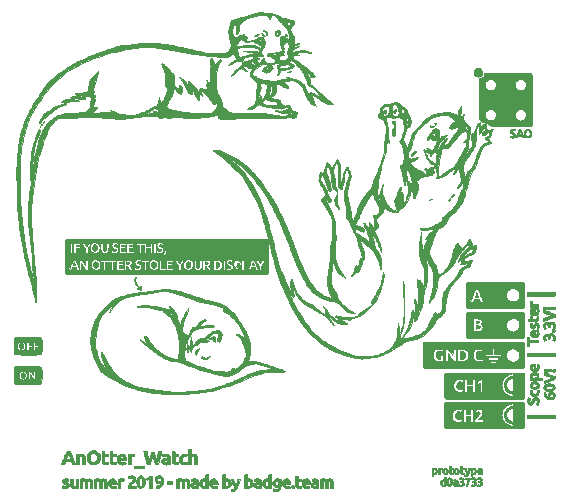
<source format=gbr>
G04 #@! TF.GenerationSoftware,KiCad,Pcbnew,5.0.2-bee76a0~70~ubuntu18.04.1*
G04 #@! TF.CreationDate,2019-03-04T23:14:38+01:00*
G04 #@! TF.ProjectId,anotterwatch,616e6f74-7465-4727-9761-7463682e6b69,rev?*
G04 #@! TF.SameCoordinates,Original*
G04 #@! TF.FileFunction,Legend,Top*
G04 #@! TF.FilePolarity,Positive*
%FSLAX46Y46*%
G04 Gerber Fmt 4.6, Leading zero omitted, Abs format (unit mm)*
G04 Created by KiCad (PCBNEW 5.0.2-bee76a0~70~ubuntu18.04.1) date Mo 04 Mär 2019 23:14:38 CET*
%MOMM*%
%LPD*%
G01*
G04 APERTURE LIST*
%ADD10C,0.010000*%
G04 APERTURE END LIST*
D10*
G04 #@! TO.C,G\002A\002A\002A*
G36*
X87247285Y-89451185D02*
X87312525Y-89496276D01*
X87357283Y-89556275D01*
X87358971Y-89560170D01*
X87383993Y-89658832D01*
X87382933Y-89759606D01*
X87358256Y-89851302D01*
X87312425Y-89922729D01*
X87272469Y-89952981D01*
X87196310Y-89979913D01*
X87126452Y-89972307D01*
X87081530Y-89951990D01*
X87023395Y-89898264D01*
X86987047Y-89819691D01*
X86972386Y-89727583D01*
X86979313Y-89633247D01*
X87007729Y-89547992D01*
X87057533Y-89483129D01*
X87085830Y-89464151D01*
X87138749Y-89442113D01*
X87179150Y-89433400D01*
X87247285Y-89451185D01*
X87247285Y-89451185D01*
G37*
X87247285Y-89451185D02*
X87312525Y-89496276D01*
X87357283Y-89556275D01*
X87358971Y-89560170D01*
X87383993Y-89658832D01*
X87382933Y-89759606D01*
X87358256Y-89851302D01*
X87312425Y-89922729D01*
X87272469Y-89952981D01*
X87196310Y-89979913D01*
X87126452Y-89972307D01*
X87081530Y-89951990D01*
X87023395Y-89898264D01*
X86987047Y-89819691D01*
X86972386Y-89727583D01*
X86979313Y-89633247D01*
X87007729Y-89547992D01*
X87057533Y-89483129D01*
X87085830Y-89464151D01*
X87138749Y-89442113D01*
X87179150Y-89433400D01*
X87247285Y-89451185D01*
G36*
X100591814Y-91035034D02*
X100623854Y-91119356D01*
X100640473Y-91171435D01*
X100640184Y-91199000D01*
X100621502Y-91209783D01*
X100582941Y-91211514D01*
X100557909Y-91211400D01*
X100500595Y-91208714D01*
X100465934Y-91201910D01*
X100461233Y-91197698D01*
X100467977Y-91172067D01*
X100485550Y-91118916D01*
X100507037Y-91058374D01*
X100552841Y-90932752D01*
X100591814Y-91035034D01*
X100591814Y-91035034D01*
G37*
X100591814Y-91035034D02*
X100623854Y-91119356D01*
X100640473Y-91171435D01*
X100640184Y-91199000D01*
X100621502Y-91209783D01*
X100582941Y-91211514D01*
X100557909Y-91211400D01*
X100500595Y-91208714D01*
X100465934Y-91201910D01*
X100461233Y-91197698D01*
X100467977Y-91172067D01*
X100485550Y-91118916D01*
X100507037Y-91058374D01*
X100552841Y-90932752D01*
X100591814Y-91035034D01*
G36*
X96588563Y-90899793D02*
X96676294Y-90922225D01*
X96725026Y-90960704D01*
X96735900Y-90999733D01*
X96716302Y-91050103D01*
X96657603Y-91084495D01*
X96588563Y-91099673D01*
X96503066Y-91111140D01*
X96503066Y-90888326D01*
X96588563Y-90899793D01*
X96588563Y-90899793D01*
G37*
X96588563Y-90899793D02*
X96676294Y-90922225D01*
X96725026Y-90960704D01*
X96735900Y-90999733D01*
X96716302Y-91050103D01*
X96657603Y-91084495D01*
X96588563Y-91099673D01*
X96503066Y-91111140D01*
X96503066Y-90888326D01*
X96588563Y-90899793D01*
G36*
X89942230Y-90899793D02*
X90029960Y-90922225D01*
X90078693Y-90960704D01*
X90089566Y-90999733D01*
X90069969Y-91050103D01*
X90011270Y-91084495D01*
X89942230Y-91099673D01*
X89856733Y-91111140D01*
X89856733Y-90888326D01*
X89942230Y-90899793D01*
X89942230Y-90899793D01*
G37*
X89942230Y-90899793D02*
X90029960Y-90922225D01*
X90078693Y-90960704D01*
X90089566Y-90999733D01*
X90069969Y-91050103D01*
X90011270Y-91084495D01*
X89942230Y-91099673D01*
X89856733Y-91111140D01*
X89856733Y-90888326D01*
X89942230Y-90899793D01*
G36*
X85457648Y-91035034D02*
X85489688Y-91119356D01*
X85506306Y-91171435D01*
X85506018Y-91199000D01*
X85487336Y-91209783D01*
X85448774Y-91211514D01*
X85423743Y-91211400D01*
X85366428Y-91208714D01*
X85331767Y-91201910D01*
X85327066Y-91197698D01*
X85333810Y-91172067D01*
X85351383Y-91118916D01*
X85372870Y-91058374D01*
X85418674Y-90932752D01*
X85457648Y-91035034D01*
X85457648Y-91035034D01*
G37*
X85457648Y-91035034D02*
X85489688Y-91119356D01*
X85506306Y-91171435D01*
X85506018Y-91199000D01*
X85487336Y-91209783D01*
X85448774Y-91211514D01*
X85423743Y-91211400D01*
X85366428Y-91208714D01*
X85331767Y-91201910D01*
X85327066Y-91197698D01*
X85333810Y-91172067D01*
X85351383Y-91118916D01*
X85372870Y-91058374D01*
X85418674Y-90932752D01*
X85457648Y-91035034D01*
G36*
X99339754Y-91002920D02*
X99377896Y-91043342D01*
X99387664Y-91058938D01*
X99412332Y-91105085D01*
X99422035Y-91132914D01*
X99421305Y-91135505D01*
X99385228Y-91148736D01*
X99327484Y-91155686D01*
X99268424Y-91155230D01*
X99228399Y-91146245D01*
X99228275Y-91146173D01*
X99194106Y-91108724D01*
X99194026Y-91064681D01*
X99223338Y-91024410D01*
X99277343Y-90998274D01*
X99296878Y-90994827D01*
X99339754Y-91002920D01*
X99339754Y-91002920D01*
G37*
X99339754Y-91002920D02*
X99377896Y-91043342D01*
X99387664Y-91058938D01*
X99412332Y-91105085D01*
X99422035Y-91132914D01*
X99421305Y-91135505D01*
X99385228Y-91148736D01*
X99327484Y-91155686D01*
X99268424Y-91155230D01*
X99228399Y-91146245D01*
X99228275Y-91146173D01*
X99194106Y-91108724D01*
X99194026Y-91064681D01*
X99223338Y-91024410D01*
X99277343Y-90998274D01*
X99296878Y-90994827D01*
X99339754Y-91002920D01*
G36*
X97460858Y-90894018D02*
X97552484Y-90906187D01*
X97634757Y-90938127D01*
X97692738Y-90983658D01*
X97699299Y-90992602D01*
X97727754Y-91066049D01*
X97736671Y-91156995D01*
X97725925Y-91246170D01*
X97701343Y-91306019D01*
X97644107Y-91362017D01*
X97563220Y-91404009D01*
X97477089Y-91422805D01*
X97466829Y-91423066D01*
X97413233Y-91423066D01*
X97413233Y-91158483D01*
X97413504Y-91048863D01*
X97415146Y-90974669D01*
X97419403Y-90928994D01*
X97427518Y-90904932D01*
X97440736Y-90895575D01*
X97460301Y-90894016D01*
X97460858Y-90894018D01*
X97460858Y-90894018D01*
G37*
X97460858Y-90894018D02*
X97552484Y-90906187D01*
X97634757Y-90938127D01*
X97692738Y-90983658D01*
X97699299Y-90992602D01*
X97727754Y-91066049D01*
X97736671Y-91156995D01*
X97725925Y-91246170D01*
X97701343Y-91306019D01*
X97644107Y-91362017D01*
X97563220Y-91404009D01*
X97477089Y-91422805D01*
X97466829Y-91423066D01*
X97413233Y-91423066D01*
X97413233Y-91158483D01*
X97413504Y-91048863D01*
X97415146Y-90974669D01*
X97419403Y-90928994D01*
X97427518Y-90904932D01*
X97440736Y-90895575D01*
X97460301Y-90894016D01*
X97460858Y-90894018D01*
G36*
X95142452Y-90890518D02*
X95207692Y-90935609D01*
X95252450Y-90995608D01*
X95254138Y-90999503D01*
X95279160Y-91098166D01*
X95278100Y-91198940D01*
X95253422Y-91290636D01*
X95207591Y-91362063D01*
X95167636Y-91392314D01*
X95091476Y-91419246D01*
X95021619Y-91411640D01*
X94976697Y-91391324D01*
X94918561Y-91337597D01*
X94882213Y-91259025D01*
X94867553Y-91166916D01*
X94874480Y-91072580D01*
X94902895Y-90987326D01*
X94952699Y-90922462D01*
X94980996Y-90903485D01*
X95033916Y-90881446D01*
X95074316Y-90872733D01*
X95142452Y-90890518D01*
X95142452Y-90890518D01*
G37*
X95142452Y-90890518D02*
X95207692Y-90935609D01*
X95252450Y-90995608D01*
X95254138Y-90999503D01*
X95279160Y-91098166D01*
X95278100Y-91198940D01*
X95253422Y-91290636D01*
X95207591Y-91362063D01*
X95167636Y-91392314D01*
X95091476Y-91419246D01*
X95021619Y-91411640D01*
X94976697Y-91391324D01*
X94918561Y-91337597D01*
X94882213Y-91259025D01*
X94867553Y-91166916D01*
X94874480Y-91072580D01*
X94902895Y-90987326D01*
X94952699Y-90922462D01*
X94980996Y-90903485D01*
X95033916Y-90881446D01*
X95074316Y-90872733D01*
X95142452Y-90890518D01*
G36*
X92221452Y-90890518D02*
X92286692Y-90935609D01*
X92331450Y-90995608D01*
X92333138Y-90999503D01*
X92358160Y-91098166D01*
X92357100Y-91198940D01*
X92332422Y-91290636D01*
X92286591Y-91362063D01*
X92246636Y-91392314D01*
X92170476Y-91419246D01*
X92100619Y-91411640D01*
X92055697Y-91391324D01*
X91997561Y-91337597D01*
X91961213Y-91259025D01*
X91946553Y-91166916D01*
X91953480Y-91072580D01*
X91981895Y-90987326D01*
X92031699Y-90922462D01*
X92059996Y-90903485D01*
X92112916Y-90881446D01*
X92153316Y-90872733D01*
X92221452Y-90890518D01*
X92221452Y-90890518D01*
G37*
X92221452Y-90890518D02*
X92286692Y-90935609D01*
X92331450Y-90995608D01*
X92333138Y-90999503D01*
X92358160Y-91098166D01*
X92357100Y-91198940D01*
X92332422Y-91290636D01*
X92286591Y-91362063D01*
X92246636Y-91392314D01*
X92170476Y-91419246D01*
X92100619Y-91411640D01*
X92055697Y-91391324D01*
X91997561Y-91337597D01*
X91961213Y-91259025D01*
X91946553Y-91166916D01*
X91953480Y-91072580D01*
X91981895Y-90987326D01*
X92031699Y-90922462D01*
X92059996Y-90903485D01*
X92112916Y-90881446D01*
X92153316Y-90872733D01*
X92221452Y-90890518D01*
G36*
X87310785Y-90890518D02*
X87376025Y-90935609D01*
X87420783Y-90995608D01*
X87422471Y-90999503D01*
X87447493Y-91098166D01*
X87446433Y-91198940D01*
X87421756Y-91290636D01*
X87375925Y-91362063D01*
X87335969Y-91392314D01*
X87259810Y-91419246D01*
X87189952Y-91411640D01*
X87145030Y-91391324D01*
X87086895Y-91337597D01*
X87050547Y-91259025D01*
X87035886Y-91166916D01*
X87042813Y-91072580D01*
X87071229Y-90987326D01*
X87121033Y-90922462D01*
X87149330Y-90903485D01*
X87202249Y-90881446D01*
X87242650Y-90872733D01*
X87310785Y-90890518D01*
X87310785Y-90890518D01*
G37*
X87310785Y-90890518D02*
X87376025Y-90935609D01*
X87420783Y-90995608D01*
X87422471Y-90999503D01*
X87447493Y-91098166D01*
X87446433Y-91198940D01*
X87421756Y-91290636D01*
X87375925Y-91362063D01*
X87335969Y-91392314D01*
X87259810Y-91419246D01*
X87189952Y-91411640D01*
X87145030Y-91391324D01*
X87086895Y-91337597D01*
X87050547Y-91259025D01*
X87035886Y-91166916D01*
X87042813Y-91072580D01*
X87071229Y-90987326D01*
X87121033Y-90922462D01*
X87149330Y-90903485D01*
X87202249Y-90881446D01*
X87242650Y-90872733D01*
X87310785Y-90890518D01*
G36*
X101543263Y-71289253D02*
X101614826Y-71336403D01*
X101679374Y-71410669D01*
X101729447Y-71504817D01*
X101740971Y-71537246D01*
X101760896Y-71605391D01*
X101766907Y-71648088D01*
X101759215Y-71679796D01*
X101743449Y-71706795D01*
X101711866Y-71749117D01*
X101695025Y-71753154D01*
X101689115Y-71718676D01*
X101688900Y-71703480D01*
X101668835Y-71579693D01*
X101611593Y-71469759D01*
X101554248Y-71408344D01*
X101498416Y-71366823D01*
X101449093Y-71340614D01*
X101429326Y-71335900D01*
X101398214Y-71327840D01*
X101398626Y-71309484D01*
X101424271Y-71289565D01*
X101468858Y-71276817D01*
X101472144Y-71276457D01*
X101543263Y-71289253D01*
X101543263Y-71289253D01*
G37*
X101543263Y-71289253D02*
X101614826Y-71336403D01*
X101679374Y-71410669D01*
X101729447Y-71504817D01*
X101740971Y-71537246D01*
X101760896Y-71605391D01*
X101766907Y-71648088D01*
X101759215Y-71679796D01*
X101743449Y-71706795D01*
X101711866Y-71749117D01*
X101695025Y-71753154D01*
X101689115Y-71718676D01*
X101688900Y-71703480D01*
X101668835Y-71579693D01*
X101611593Y-71469759D01*
X101554248Y-71408344D01*
X101498416Y-71366823D01*
X101449093Y-71340614D01*
X101429326Y-71335900D01*
X101398214Y-71327840D01*
X101398626Y-71309484D01*
X101424271Y-71289565D01*
X101468858Y-71276817D01*
X101472144Y-71276457D01*
X101543263Y-71289253D01*
G36*
X101321229Y-71557533D02*
X101351694Y-71590353D01*
X101399043Y-71650406D01*
X101451975Y-71721534D01*
X101471232Y-71753262D01*
X101464695Y-71758311D01*
X101437067Y-71739364D01*
X101393051Y-71699107D01*
X101368122Y-71673675D01*
X101311511Y-71608351D01*
X101287713Y-71566199D01*
X101297225Y-71548191D01*
X101303919Y-71547566D01*
X101321229Y-71557533D01*
X101321229Y-71557533D01*
G37*
X101321229Y-71557533D02*
X101351694Y-71590353D01*
X101399043Y-71650406D01*
X101451975Y-71721534D01*
X101471232Y-71753262D01*
X101464695Y-71758311D01*
X101437067Y-71739364D01*
X101393051Y-71699107D01*
X101368122Y-71673675D01*
X101311511Y-71608351D01*
X101287713Y-71566199D01*
X101297225Y-71548191D01*
X101303919Y-71547566D01*
X101321229Y-71557533D01*
G36*
X102784217Y-71291546D02*
X102842314Y-71340923D01*
X102876342Y-71408438D01*
X102880675Y-71446938D01*
X102864007Y-71543353D01*
X102824303Y-71638836D01*
X102769203Y-71718361D01*
X102722214Y-71758589D01*
X102640223Y-71792518D01*
X102558373Y-71799504D01*
X102491287Y-71778524D01*
X102486273Y-71775083D01*
X102448822Y-71723964D01*
X102429767Y-71647014D01*
X102429211Y-71563108D01*
X102556733Y-71563108D01*
X102566005Y-71632193D01*
X102590314Y-71679965D01*
X102620777Y-71695733D01*
X102642960Y-71681722D01*
X102677610Y-71648108D01*
X102729778Y-71566236D01*
X102740024Y-71480002D01*
X102735210Y-71454116D01*
X102714519Y-71412831D01*
X102672020Y-71399647D01*
X102661016Y-71399400D01*
X102604542Y-71414332D01*
X102570516Y-71461049D01*
X102557103Y-71542429D01*
X102556733Y-71563108D01*
X102429211Y-71563108D01*
X102429167Y-71556560D01*
X102447083Y-71464927D01*
X102483573Y-71384443D01*
X102484373Y-71383216D01*
X102536623Y-71333251D01*
X102612667Y-71293662D01*
X102693988Y-71273398D01*
X102713623Y-71272400D01*
X102784217Y-71291546D01*
X102784217Y-71291546D01*
G37*
X102784217Y-71291546D02*
X102842314Y-71340923D01*
X102876342Y-71408438D01*
X102880675Y-71446938D01*
X102864007Y-71543353D01*
X102824303Y-71638836D01*
X102769203Y-71718361D01*
X102722214Y-71758589D01*
X102640223Y-71792518D01*
X102558373Y-71799504D01*
X102491287Y-71778524D01*
X102486273Y-71775083D01*
X102448822Y-71723964D01*
X102429767Y-71647014D01*
X102429211Y-71563108D01*
X102556733Y-71563108D01*
X102566005Y-71632193D01*
X102590314Y-71679965D01*
X102620777Y-71695733D01*
X102642960Y-71681722D01*
X102677610Y-71648108D01*
X102729778Y-71566236D01*
X102740024Y-71480002D01*
X102735210Y-71454116D01*
X102714519Y-71412831D01*
X102672020Y-71399647D01*
X102661016Y-71399400D01*
X102604542Y-71414332D01*
X102570516Y-71461049D01*
X102557103Y-71542429D01*
X102556733Y-71563108D01*
X102429211Y-71563108D01*
X102429167Y-71556560D01*
X102447083Y-71464927D01*
X102483573Y-71384443D01*
X102484373Y-71383216D01*
X102536623Y-71333251D01*
X102612667Y-71293662D01*
X102693988Y-71273398D01*
X102713623Y-71272400D01*
X102784217Y-71291546D01*
G36*
X101069539Y-71638445D02*
X101066653Y-71658316D01*
X101028142Y-71693888D01*
X100974046Y-71732775D01*
X100888979Y-71780932D01*
X100813060Y-71800045D01*
X100788879Y-71800946D01*
X100704650Y-71800325D01*
X100772313Y-71738752D01*
X100853380Y-71684336D01*
X100951118Y-71645926D01*
X101038025Y-71632351D01*
X101069539Y-71638445D01*
X101069539Y-71638445D01*
G37*
X101069539Y-71638445D02*
X101066653Y-71658316D01*
X101028142Y-71693888D01*
X100974046Y-71732775D01*
X100888979Y-71780932D01*
X100813060Y-71800045D01*
X100788879Y-71800946D01*
X100704650Y-71800325D01*
X100772313Y-71738752D01*
X100853380Y-71684336D01*
X100951118Y-71645926D01*
X101038025Y-71632351D01*
X101069539Y-71638445D01*
G36*
X103387578Y-71665440D02*
X103436796Y-71693634D01*
X103469555Y-71732790D01*
X103476145Y-71773422D01*
X103467414Y-71790362D01*
X103420576Y-71819943D01*
X103363422Y-71808642D01*
X103309635Y-71769339D01*
X103268285Y-71719373D01*
X103266613Y-71683403D01*
X103304493Y-71662075D01*
X103331612Y-71657695D01*
X103387578Y-71665440D01*
X103387578Y-71665440D01*
G37*
X103387578Y-71665440D02*
X103436796Y-71693634D01*
X103469555Y-71732790D01*
X103476145Y-71773422D01*
X103467414Y-71790362D01*
X103420576Y-71819943D01*
X103363422Y-71808642D01*
X103309635Y-71769339D01*
X103268285Y-71719373D01*
X103266613Y-71683403D01*
X103304493Y-71662075D01*
X103331612Y-71657695D01*
X103387578Y-71665440D01*
G36*
X101635336Y-71783864D02*
X101634925Y-71794671D01*
X101625400Y-71801566D01*
X101582905Y-71821059D01*
X101556501Y-71808990D01*
X101551316Y-71801566D01*
X101559190Y-71786324D01*
X101597692Y-71780724D01*
X101635336Y-71783864D01*
X101635336Y-71783864D01*
G37*
X101635336Y-71783864D02*
X101634925Y-71794671D01*
X101625400Y-71801566D01*
X101582905Y-71821059D01*
X101556501Y-71808990D01*
X101551316Y-71801566D01*
X101559190Y-71786324D01*
X101597692Y-71780724D01*
X101635336Y-71783864D01*
G36*
X103763276Y-74755741D02*
X103763233Y-74764615D01*
X103744881Y-74788437D01*
X103698655Y-74814449D01*
X103637803Y-74838206D01*
X103575571Y-74855262D01*
X103525207Y-74861172D01*
X103500613Y-74852744D01*
X103494699Y-74836469D01*
X103505226Y-74822753D01*
X103539520Y-74807498D01*
X103604907Y-74786607D01*
X103634783Y-74777711D01*
X103704673Y-74757154D01*
X103743174Y-74747273D01*
X103759603Y-74747119D01*
X103763276Y-74755741D01*
X103763276Y-74755741D01*
G37*
X103763276Y-74755741D02*
X103763233Y-74764615D01*
X103744881Y-74788437D01*
X103698655Y-74814449D01*
X103637803Y-74838206D01*
X103575571Y-74855262D01*
X103525207Y-74861172D01*
X103500613Y-74852744D01*
X103494699Y-74836469D01*
X103505226Y-74822753D01*
X103539520Y-74807498D01*
X103604907Y-74786607D01*
X103634783Y-74777711D01*
X103704673Y-74757154D01*
X103743174Y-74747273D01*
X103759603Y-74747119D01*
X103763276Y-74755741D01*
G36*
X85582350Y-76885245D02*
X85690931Y-76893069D01*
X85812100Y-76904600D01*
X85937267Y-76918765D01*
X86057840Y-76934492D01*
X86165229Y-76950706D01*
X86250841Y-76966335D01*
X86306087Y-76980304D01*
X86317316Y-76984946D01*
X86349814Y-77019072D01*
X86364892Y-77066525D01*
X86358775Y-77109067D01*
X86345931Y-77123212D01*
X86292021Y-77139198D01*
X86203787Y-77144611D01*
X86087837Y-77139688D01*
X85950776Y-77124668D01*
X85824483Y-77104479D01*
X85702052Y-77083664D01*
X85576089Y-77064613D01*
X85461973Y-77049523D01*
X85379983Y-77040972D01*
X85268461Y-77031134D01*
X85192738Y-77021680D01*
X85146327Y-77011047D01*
X85122738Y-76997673D01*
X85115482Y-76979993D01*
X85115400Y-76977233D01*
X85135130Y-76950931D01*
X85188588Y-76926155D01*
X85267172Y-76905058D01*
X85362281Y-76889793D01*
X85465313Y-76882515D01*
X85494950Y-76882203D01*
X85582350Y-76885245D01*
X85582350Y-76885245D01*
G37*
X85582350Y-76885245D02*
X85690931Y-76893069D01*
X85812100Y-76904600D01*
X85937267Y-76918765D01*
X86057840Y-76934492D01*
X86165229Y-76950706D01*
X86250841Y-76966335D01*
X86306087Y-76980304D01*
X86317316Y-76984946D01*
X86349814Y-77019072D01*
X86364892Y-77066525D01*
X86358775Y-77109067D01*
X86345931Y-77123212D01*
X86292021Y-77139198D01*
X86203787Y-77144611D01*
X86087837Y-77139688D01*
X85950776Y-77124668D01*
X85824483Y-77104479D01*
X85702052Y-77083664D01*
X85576089Y-77064613D01*
X85461973Y-77049523D01*
X85379983Y-77040972D01*
X85268461Y-77031134D01*
X85192738Y-77021680D01*
X85146327Y-77011047D01*
X85122738Y-76997673D01*
X85115482Y-76979993D01*
X85115400Y-76977233D01*
X85135130Y-76950931D01*
X85188588Y-76926155D01*
X85267172Y-76905058D01*
X85362281Y-76889793D01*
X85465313Y-76882515D01*
X85494950Y-76882203D01*
X85582350Y-76885245D01*
G36*
X94328429Y-75235846D02*
X94372532Y-75254916D01*
X94392742Y-75265013D01*
X94488308Y-75324678D01*
X94598670Y-75411483D01*
X94715240Y-75517275D01*
X94829433Y-75633902D01*
X94932664Y-75753213D01*
X94997416Y-75839108D01*
X95043338Y-75892038D01*
X95078496Y-75906515D01*
X95100198Y-75882648D01*
X95106066Y-75834812D01*
X95098610Y-75766351D01*
X95081240Y-75707238D01*
X95067100Y-75659534D01*
X95080423Y-75628746D01*
X95080779Y-75628386D01*
X95102792Y-75622223D01*
X95142004Y-75636291D01*
X95204338Y-75673263D01*
X95253659Y-75706421D01*
X95439129Y-75853257D01*
X95604037Y-76025334D01*
X95752555Y-76227779D01*
X95888854Y-76465721D01*
X95916829Y-76521733D01*
X96004658Y-76701650D01*
X96005154Y-76955236D01*
X96003542Y-77080461D01*
X95996624Y-77164727D01*
X95982127Y-77209295D01*
X95957781Y-77215429D01*
X95921316Y-77184394D01*
X95870460Y-77117453D01*
X95827745Y-77053964D01*
X95769980Y-76958506D01*
X95706785Y-76842211D01*
X95648048Y-76723704D01*
X95622602Y-76667515D01*
X95567179Y-76546569D01*
X95523013Y-76465829D01*
X95489409Y-76424892D01*
X95465671Y-76423353D01*
X95451105Y-76460807D01*
X95445014Y-76536850D01*
X95444733Y-76564066D01*
X95442108Y-76632463D01*
X95435307Y-76681853D01*
X95428018Y-76698898D01*
X95398921Y-76699332D01*
X95342654Y-76689015D01*
X95271915Y-76671430D01*
X95199403Y-76650061D01*
X95137816Y-76628389D01*
X95099853Y-76609899D01*
X95097792Y-76608316D01*
X95074296Y-76576121D01*
X95043985Y-76518067D01*
X95019965Y-76462693D01*
X94894088Y-76182232D01*
X94738119Y-75895181D01*
X94559477Y-75614572D01*
X94451256Y-75463712D01*
X94377802Y-75364483D01*
X94329725Y-75295250D01*
X94306092Y-75252845D01*
X94305971Y-75234099D01*
X94328429Y-75235846D01*
X94328429Y-75235846D01*
G37*
X94328429Y-75235846D02*
X94372532Y-75254916D01*
X94392742Y-75265013D01*
X94488308Y-75324678D01*
X94598670Y-75411483D01*
X94715240Y-75517275D01*
X94829433Y-75633902D01*
X94932664Y-75753213D01*
X94997416Y-75839108D01*
X95043338Y-75892038D01*
X95078496Y-75906515D01*
X95100198Y-75882648D01*
X95106066Y-75834812D01*
X95098610Y-75766351D01*
X95081240Y-75707238D01*
X95067100Y-75659534D01*
X95080423Y-75628746D01*
X95080779Y-75628386D01*
X95102792Y-75622223D01*
X95142004Y-75636291D01*
X95204338Y-75673263D01*
X95253659Y-75706421D01*
X95439129Y-75853257D01*
X95604037Y-76025334D01*
X95752555Y-76227779D01*
X95888854Y-76465721D01*
X95916829Y-76521733D01*
X96004658Y-76701650D01*
X96005154Y-76955236D01*
X96003542Y-77080461D01*
X95996624Y-77164727D01*
X95982127Y-77209295D01*
X95957781Y-77215429D01*
X95921316Y-77184394D01*
X95870460Y-77117453D01*
X95827745Y-77053964D01*
X95769980Y-76958506D01*
X95706785Y-76842211D01*
X95648048Y-76723704D01*
X95622602Y-76667515D01*
X95567179Y-76546569D01*
X95523013Y-76465829D01*
X95489409Y-76424892D01*
X95465671Y-76423353D01*
X95451105Y-76460807D01*
X95445014Y-76536850D01*
X95444733Y-76564066D01*
X95442108Y-76632463D01*
X95435307Y-76681853D01*
X95428018Y-76698898D01*
X95398921Y-76699332D01*
X95342654Y-76689015D01*
X95271915Y-76671430D01*
X95199403Y-76650061D01*
X95137816Y-76628389D01*
X95099853Y-76609899D01*
X95097792Y-76608316D01*
X95074296Y-76576121D01*
X95043985Y-76518067D01*
X95019965Y-76462693D01*
X94894088Y-76182232D01*
X94738119Y-75895181D01*
X94559477Y-75614572D01*
X94451256Y-75463712D01*
X94377802Y-75364483D01*
X94329725Y-75295250D01*
X94306092Y-75252845D01*
X94305971Y-75234099D01*
X94328429Y-75235846D01*
G36*
X85002656Y-77126653D02*
X85036551Y-77131731D01*
X85104210Y-77139641D01*
X85197227Y-77149476D01*
X85307198Y-77160328D01*
X85364526Y-77165724D01*
X85531633Y-77184327D01*
X85658709Y-77205757D01*
X85748000Y-77230646D01*
X85801753Y-77259624D01*
X85822212Y-77293322D01*
X85822325Y-77294316D01*
X85802431Y-77302072D01*
X85743117Y-77309749D01*
X85647296Y-77317126D01*
X85517881Y-77323987D01*
X85357785Y-77330110D01*
X85337650Y-77330754D01*
X85117834Y-77339706D01*
X84924610Y-77351783D01*
X84763144Y-77366591D01*
X84638603Y-77383734D01*
X84634647Y-77384430D01*
X84521837Y-77401758D01*
X84434313Y-77409624D01*
X84379053Y-77407474D01*
X84371198Y-77405344D01*
X84347520Y-77394272D01*
X84342901Y-77379498D01*
X84360786Y-77353110D01*
X84404621Y-77307193D01*
X84421126Y-77290647D01*
X84466104Y-77247151D01*
X84504497Y-77217356D01*
X84547087Y-77196707D01*
X84604655Y-77180652D01*
X84687983Y-77164636D01*
X84741165Y-77155478D01*
X84836961Y-77140579D01*
X84920052Y-77130261D01*
X84979841Y-77125693D01*
X85002656Y-77126653D01*
X85002656Y-77126653D01*
G37*
X85002656Y-77126653D02*
X85036551Y-77131731D01*
X85104210Y-77139641D01*
X85197227Y-77149476D01*
X85307198Y-77160328D01*
X85364526Y-77165724D01*
X85531633Y-77184327D01*
X85658709Y-77205757D01*
X85748000Y-77230646D01*
X85801753Y-77259624D01*
X85822212Y-77293322D01*
X85822325Y-77294316D01*
X85802431Y-77302072D01*
X85743117Y-77309749D01*
X85647296Y-77317126D01*
X85517881Y-77323987D01*
X85357785Y-77330110D01*
X85337650Y-77330754D01*
X85117834Y-77339706D01*
X84924610Y-77351783D01*
X84763144Y-77366591D01*
X84638603Y-77383734D01*
X84634647Y-77384430D01*
X84521837Y-77401758D01*
X84434313Y-77409624D01*
X84379053Y-77407474D01*
X84371198Y-77405344D01*
X84347520Y-77394272D01*
X84342901Y-77379498D01*
X84360786Y-77353110D01*
X84404621Y-77307193D01*
X84421126Y-77290647D01*
X84466104Y-77247151D01*
X84504497Y-77217356D01*
X84547087Y-77196707D01*
X84604655Y-77180652D01*
X84687983Y-77164636D01*
X84741165Y-77155478D01*
X84836961Y-77140579D01*
X84920052Y-77130261D01*
X84979841Y-77125693D01*
X85002656Y-77126653D01*
G36*
X84728412Y-77493298D02*
X84749813Y-77505215D01*
X84755566Y-77525984D01*
X84748825Y-77552026D01*
X84724787Y-77575302D01*
X84677732Y-77598482D01*
X84601940Y-77624237D01*
X84491689Y-77655234D01*
X84461489Y-77663219D01*
X84332483Y-77698690D01*
X84229156Y-77732540D01*
X84141289Y-77770247D01*
X84058660Y-77817295D01*
X83971048Y-77879163D01*
X83868231Y-77961333D01*
X83801646Y-78017040D01*
X83698310Y-78103115D01*
X83588913Y-78192361D01*
X83485589Y-78274988D01*
X83400474Y-78341205D01*
X83390439Y-78348807D01*
X83225894Y-78477951D01*
X83055810Y-78620475D01*
X82891540Y-78766404D01*
X82744434Y-78905762D01*
X82665775Y-78985594D01*
X82591730Y-79062164D01*
X82540284Y-79111282D01*
X82505788Y-79137026D01*
X82482591Y-79143475D01*
X82465044Y-79134704D01*
X82462511Y-79132288D01*
X82449877Y-79090768D01*
X82464912Y-79023329D01*
X82505540Y-78934179D01*
X82569690Y-78827526D01*
X82655289Y-78707576D01*
X82699460Y-78651364D01*
X82751738Y-78566620D01*
X82765900Y-78497479D01*
X82769080Y-78459656D01*
X82783505Y-78428920D01*
X82816500Y-78396914D01*
X82875392Y-78355280D01*
X82910860Y-78332105D01*
X82990994Y-78282102D01*
X83093488Y-78220760D01*
X83203467Y-78156880D01*
X83280675Y-78113288D01*
X83378155Y-78056605D01*
X83470490Y-77998549D01*
X83546347Y-77946494D01*
X83589534Y-77912353D01*
X83631790Y-77875734D01*
X83673659Y-77844339D01*
X83720929Y-77815589D01*
X83779384Y-77786901D01*
X83854810Y-77755696D01*
X83952994Y-77719392D01*
X84079722Y-77675408D01*
X84240779Y-77621163D01*
X84246887Y-77619121D01*
X84406406Y-77566805D01*
X84530334Y-77528793D01*
X84622656Y-77504358D01*
X84687354Y-77492770D01*
X84728412Y-77493298D01*
X84728412Y-77493298D01*
G37*
X84728412Y-77493298D02*
X84749813Y-77505215D01*
X84755566Y-77525984D01*
X84748825Y-77552026D01*
X84724787Y-77575302D01*
X84677732Y-77598482D01*
X84601940Y-77624237D01*
X84491689Y-77655234D01*
X84461489Y-77663219D01*
X84332483Y-77698690D01*
X84229156Y-77732540D01*
X84141289Y-77770247D01*
X84058660Y-77817295D01*
X83971048Y-77879163D01*
X83868231Y-77961333D01*
X83801646Y-78017040D01*
X83698310Y-78103115D01*
X83588913Y-78192361D01*
X83485589Y-78274988D01*
X83400474Y-78341205D01*
X83390439Y-78348807D01*
X83225894Y-78477951D01*
X83055810Y-78620475D01*
X82891540Y-78766404D01*
X82744434Y-78905762D01*
X82665775Y-78985594D01*
X82591730Y-79062164D01*
X82540284Y-79111282D01*
X82505788Y-79137026D01*
X82482591Y-79143475D01*
X82465044Y-79134704D01*
X82462511Y-79132288D01*
X82449877Y-79090768D01*
X82464912Y-79023329D01*
X82505540Y-78934179D01*
X82569690Y-78827526D01*
X82655289Y-78707576D01*
X82699460Y-78651364D01*
X82751738Y-78566620D01*
X82765900Y-78497479D01*
X82769080Y-78459656D01*
X82783505Y-78428920D01*
X82816500Y-78396914D01*
X82875392Y-78355280D01*
X82910860Y-78332105D01*
X82990994Y-78282102D01*
X83093488Y-78220760D01*
X83203467Y-78156880D01*
X83280675Y-78113288D01*
X83378155Y-78056605D01*
X83470490Y-77998549D01*
X83546347Y-77946494D01*
X83589534Y-77912353D01*
X83631790Y-77875734D01*
X83673659Y-77844339D01*
X83720929Y-77815589D01*
X83779384Y-77786901D01*
X83854810Y-77755696D01*
X83952994Y-77719392D01*
X84079722Y-77675408D01*
X84240779Y-77621163D01*
X84246887Y-77619121D01*
X84406406Y-77566805D01*
X84530334Y-77528793D01*
X84622656Y-77504358D01*
X84687354Y-77492770D01*
X84728412Y-77493298D01*
G36*
X82867050Y-79026571D02*
X82850891Y-79060865D01*
X82843029Y-79076266D01*
X82812858Y-79127490D01*
X82789241Y-79154428D01*
X82777491Y-79152796D01*
X82780567Y-79126633D01*
X82804346Y-79081320D01*
X82834405Y-79047229D01*
X82862044Y-79023672D01*
X82867050Y-79026571D01*
X82867050Y-79026571D01*
G37*
X82867050Y-79026571D02*
X82850891Y-79060865D01*
X82843029Y-79076266D01*
X82812858Y-79127490D01*
X82789241Y-79154428D01*
X82777491Y-79152796D01*
X82780567Y-79126633D01*
X82804346Y-79081320D01*
X82834405Y-79047229D01*
X82862044Y-79023672D01*
X82867050Y-79026571D01*
G36*
X82742972Y-79220991D02*
X82730074Y-79255669D01*
X82702400Y-79294566D01*
X82674598Y-79322765D01*
X82660837Y-79322368D01*
X82660537Y-79319633D01*
X82670285Y-79276204D01*
X82693667Y-79233714D01*
X82719976Y-79210585D01*
X82724311Y-79209900D01*
X82742972Y-79220991D01*
X82742972Y-79220991D01*
G37*
X82742972Y-79220991D02*
X82730074Y-79255669D01*
X82702400Y-79294566D01*
X82674598Y-79322765D01*
X82660837Y-79322368D01*
X82660537Y-79319633D01*
X82670285Y-79276204D01*
X82693667Y-79233714D01*
X82719976Y-79210585D01*
X82724311Y-79209900D01*
X82742972Y-79220991D01*
G36*
X82573769Y-79454284D02*
X82575400Y-79461401D01*
X82559953Y-79491324D01*
X82554233Y-79495650D01*
X82534697Y-79494682D01*
X82533066Y-79487565D01*
X82548513Y-79457642D01*
X82554233Y-79453316D01*
X82573769Y-79454284D01*
X82573769Y-79454284D01*
G37*
X82573769Y-79454284D02*
X82575400Y-79461401D01*
X82559953Y-79491324D01*
X82554233Y-79495650D01*
X82534697Y-79494682D01*
X82533066Y-79487565D01*
X82548513Y-79457642D01*
X82554233Y-79453316D01*
X82573769Y-79454284D01*
G36*
X82448400Y-79664983D02*
X82437816Y-79675566D01*
X82427233Y-79664983D01*
X82437816Y-79654400D01*
X82448400Y-79664983D01*
X82448400Y-79664983D01*
G37*
X82448400Y-79664983D02*
X82437816Y-79675566D01*
X82427233Y-79664983D01*
X82437816Y-79654400D01*
X82448400Y-79664983D01*
G36*
X119567083Y-93679507D02*
X119632948Y-93857233D01*
X119498007Y-93857233D01*
X119428688Y-93856304D01*
X119379998Y-93853877D01*
X119363066Y-93850736D01*
X119370438Y-93829550D01*
X119390134Y-93778490D01*
X119418525Y-93706891D01*
X119432142Y-93673009D01*
X119501218Y-93501780D01*
X119567083Y-93679507D01*
X119567083Y-93679507D01*
G37*
X119567083Y-93679507D02*
X119632948Y-93857233D01*
X119498007Y-93857233D01*
X119428688Y-93856304D01*
X119379998Y-93853877D01*
X119363066Y-93850736D01*
X119370438Y-93829550D01*
X119390134Y-93778490D01*
X119418525Y-93706891D01*
X119432142Y-93673009D01*
X119501218Y-93501780D01*
X119567083Y-93679507D01*
G36*
X119516525Y-95889545D02*
X119612560Y-95900223D01*
X119678534Y-95929953D01*
X119710153Y-95976422D01*
X119712316Y-95995066D01*
X119692997Y-96046558D01*
X119637903Y-96082077D01*
X119551329Y-96099308D01*
X119516525Y-96100587D01*
X119426566Y-96100900D01*
X119426566Y-95889233D01*
X119516525Y-95889545D01*
X119516525Y-95889545D01*
G37*
X119516525Y-95889545D02*
X119612560Y-95900223D01*
X119678534Y-95929953D01*
X119710153Y-95976422D01*
X119712316Y-95995066D01*
X119692997Y-96046558D01*
X119637903Y-96082077D01*
X119551329Y-96099308D01*
X119516525Y-96100587D01*
X119426566Y-96100900D01*
X119426566Y-95889233D01*
X119516525Y-95889545D01*
G36*
X119635459Y-96302018D02*
X119714419Y-96333736D01*
X119756959Y-96386352D01*
X119764909Y-96430994D01*
X119745922Y-96489420D01*
X119688226Y-96531318D01*
X119592180Y-96556468D01*
X119555130Y-96560788D01*
X119426566Y-96572446D01*
X119426566Y-96291400D01*
X119520438Y-96291400D01*
X119635459Y-96302018D01*
X119635459Y-96302018D01*
G37*
X119635459Y-96302018D02*
X119714419Y-96333736D01*
X119756959Y-96386352D01*
X119764909Y-96430994D01*
X119745922Y-96489420D01*
X119688226Y-96531318D01*
X119592180Y-96556468D01*
X119555130Y-96560788D01*
X119426566Y-96572446D01*
X119426566Y-96291400D01*
X119520438Y-96291400D01*
X119635459Y-96302018D01*
G36*
X81016102Y-97824120D02*
X81069196Y-97883115D01*
X81091602Y-97933034D01*
X81110382Y-98030382D01*
X81101056Y-98119702D01*
X81068207Y-98194302D01*
X81016417Y-98247490D01*
X80950268Y-98272572D01*
X80874344Y-98262857D01*
X80867575Y-98260208D01*
X80813097Y-98216367D01*
X80777209Y-98143662D01*
X80762947Y-98052600D01*
X80773350Y-97953689D01*
X80775982Y-97943331D01*
X80803268Y-97876121D01*
X80847755Y-97834278D01*
X80869633Y-97822602D01*
X80948465Y-97803394D01*
X81016102Y-97824120D01*
X81016102Y-97824120D01*
G37*
X81016102Y-97824120D02*
X81069196Y-97883115D01*
X81091602Y-97933034D01*
X81110382Y-98030382D01*
X81101056Y-98119702D01*
X81068207Y-98194302D01*
X81016417Y-98247490D01*
X80950268Y-98272572D01*
X80874344Y-98262857D01*
X80867575Y-98260208D01*
X80813097Y-98216367D01*
X80777209Y-98143662D01*
X80762947Y-98052600D01*
X80773350Y-97953689D01*
X80775982Y-97943331D01*
X80803268Y-97876121D01*
X80847755Y-97834278D01*
X80869633Y-97822602D01*
X80948465Y-97803394D01*
X81016102Y-97824120D01*
G36*
X112684274Y-77990568D02*
X112694652Y-78022532D01*
X112695566Y-78052172D01*
X112684988Y-78107343D01*
X112657893Y-78173527D01*
X112621235Y-78238823D01*
X112581973Y-78291330D01*
X112547063Y-78319148D01*
X112538483Y-78320900D01*
X112504118Y-78304976D01*
X112474516Y-78273856D01*
X112444334Y-78200081D01*
X112453443Y-78127779D01*
X112499058Y-78063095D01*
X112578396Y-78012175D01*
X112596402Y-78004809D01*
X112654658Y-77986158D01*
X112684274Y-77990568D01*
X112684274Y-77990568D01*
G37*
X112684274Y-77990568D02*
X112694652Y-78022532D01*
X112695566Y-78052172D01*
X112684988Y-78107343D01*
X112657893Y-78173527D01*
X112621235Y-78238823D01*
X112581973Y-78291330D01*
X112547063Y-78319148D01*
X112538483Y-78320900D01*
X112504118Y-78304976D01*
X112474516Y-78273856D01*
X112444334Y-78200081D01*
X112453443Y-78127779D01*
X112499058Y-78063095D01*
X112578396Y-78012175D01*
X112596402Y-78004809D01*
X112654658Y-77986158D01*
X112684274Y-77990568D01*
G36*
X116001185Y-79138550D02*
X116020124Y-79147144D01*
X116055349Y-79185336D01*
X116053965Y-79238444D01*
X116018410Y-79297513D01*
X115975753Y-79347483D01*
X115988191Y-79292317D01*
X115984751Y-79238909D01*
X115958148Y-79192010D01*
X115918554Y-79168144D01*
X115911388Y-79167566D01*
X115892294Y-79151414D01*
X115891733Y-79146400D01*
X115909029Y-79129280D01*
X115950648Y-79126693D01*
X116001185Y-79138550D01*
X116001185Y-79138550D01*
G37*
X116001185Y-79138550D02*
X116020124Y-79147144D01*
X116055349Y-79185336D01*
X116053965Y-79238444D01*
X116018410Y-79297513D01*
X115975753Y-79347483D01*
X115988191Y-79292317D01*
X115984751Y-79238909D01*
X115958148Y-79192010D01*
X115918554Y-79168144D01*
X115911388Y-79167566D01*
X115892294Y-79151414D01*
X115891733Y-79146400D01*
X115909029Y-79129280D01*
X115950648Y-79126693D01*
X116001185Y-79138550D01*
G36*
X115926366Y-79389179D02*
X115908927Y-79410218D01*
X115875564Y-79435032D01*
X115837020Y-79455598D01*
X115804721Y-79463900D01*
X115771563Y-79459454D01*
X115764733Y-79453860D01*
X115781958Y-79437081D01*
X115822774Y-79413998D01*
X115870894Y-79392510D01*
X115910030Y-79380518D01*
X115917140Y-79379937D01*
X115926366Y-79389179D01*
X115926366Y-79389179D01*
G37*
X115926366Y-79389179D02*
X115908927Y-79410218D01*
X115875564Y-79435032D01*
X115837020Y-79455598D01*
X115804721Y-79463900D01*
X115771563Y-79459454D01*
X115764733Y-79453860D01*
X115781958Y-79437081D01*
X115822774Y-79413998D01*
X115870894Y-79392510D01*
X115910030Y-79380518D01*
X115917140Y-79379937D01*
X115926366Y-79389179D01*
G36*
X115594023Y-79354418D02*
X115606392Y-79380523D01*
X115635510Y-79422354D01*
X115671919Y-79447694D01*
X115705040Y-79468734D01*
X115699526Y-79486382D01*
X115696542Y-79488413D01*
X115636910Y-79506720D01*
X115581932Y-79491686D01*
X115549830Y-79454666D01*
X115536994Y-79401773D01*
X115544295Y-79357635D01*
X115568924Y-79337086D01*
X115572142Y-79336900D01*
X115594023Y-79354418D01*
X115594023Y-79354418D01*
G37*
X115594023Y-79354418D02*
X115606392Y-79380523D01*
X115635510Y-79422354D01*
X115671919Y-79447694D01*
X115705040Y-79468734D01*
X115699526Y-79486382D01*
X115696542Y-79488413D01*
X115636910Y-79506720D01*
X115581932Y-79491686D01*
X115549830Y-79454666D01*
X115536994Y-79401773D01*
X115544295Y-79357635D01*
X115568924Y-79337086D01*
X115572142Y-79336900D01*
X115594023Y-79354418D01*
G36*
X114362995Y-81569559D02*
X114419509Y-81583743D01*
X114329675Y-81658363D01*
X114262980Y-81721648D01*
X114198997Y-81794701D01*
X114177324Y-81823851D01*
X114127038Y-81882910D01*
X114072346Y-81925811D01*
X114022072Y-81947966D01*
X113985043Y-81944787D01*
X113973261Y-81929922D01*
X113971928Y-81877425D01*
X113994494Y-81807927D01*
X114035238Y-81734676D01*
X114082688Y-81676522D01*
X114166231Y-81612214D01*
X114257200Y-81573753D01*
X114342996Y-81565949D01*
X114362995Y-81569559D01*
X114362995Y-81569559D01*
G37*
X114362995Y-81569559D02*
X114419509Y-81583743D01*
X114329675Y-81658363D01*
X114262980Y-81721648D01*
X114198997Y-81794701D01*
X114177324Y-81823851D01*
X114127038Y-81882910D01*
X114072346Y-81925811D01*
X114022072Y-81947966D01*
X113985043Y-81944787D01*
X113973261Y-81929922D01*
X113971928Y-81877425D01*
X113994494Y-81807927D01*
X114035238Y-81734676D01*
X114082688Y-81676522D01*
X114166231Y-81612214D01*
X114257200Y-81573753D01*
X114342996Y-81565949D01*
X114362995Y-81569559D01*
G36*
X112542156Y-78979581D02*
X112581202Y-78991718D01*
X112606612Y-79020364D01*
X112622408Y-79072409D01*
X112632614Y-79154739D01*
X112638981Y-79239923D01*
X112643476Y-79354290D01*
X112637996Y-79448906D01*
X112620625Y-79545580D01*
X112607364Y-79599642D01*
X112586397Y-79686456D01*
X112575442Y-79755258D01*
X112573609Y-79822637D01*
X112580005Y-79905182D01*
X112587489Y-79969427D01*
X112598296Y-80066004D01*
X112602032Y-80130814D01*
X112598361Y-80173886D01*
X112586949Y-80205247D01*
X112579174Y-80218249D01*
X112530298Y-80259368D01*
X112467692Y-80264876D01*
X112408570Y-80238189D01*
X112391268Y-80221596D01*
X112379599Y-80196621D01*
X112372480Y-80155547D01*
X112368829Y-80090659D01*
X112367564Y-79994241D01*
X112367483Y-79945267D01*
X112367969Y-79834350D01*
X112370665Y-79755071D01*
X112377428Y-79696738D01*
X112390113Y-79648656D01*
X112410578Y-79600133D01*
X112436275Y-79549004D01*
X112478248Y-79462507D01*
X112498917Y-79401422D01*
X112499326Y-79355210D01*
X112480522Y-79313333D01*
X112462170Y-79288074D01*
X112410851Y-79207503D01*
X112377308Y-79123930D01*
X112366556Y-79051327D01*
X112369419Y-79029805D01*
X112382178Y-78997823D01*
X112407666Y-78982216D01*
X112458366Y-78977307D01*
X112485449Y-78977066D01*
X112542156Y-78979581D01*
X112542156Y-78979581D01*
G37*
X112542156Y-78979581D02*
X112581202Y-78991718D01*
X112606612Y-79020364D01*
X112622408Y-79072409D01*
X112632614Y-79154739D01*
X112638981Y-79239923D01*
X112643476Y-79354290D01*
X112637996Y-79448906D01*
X112620625Y-79545580D01*
X112607364Y-79599642D01*
X112586397Y-79686456D01*
X112575442Y-79755258D01*
X112573609Y-79822637D01*
X112580005Y-79905182D01*
X112587489Y-79969427D01*
X112598296Y-80066004D01*
X112602032Y-80130814D01*
X112598361Y-80173886D01*
X112586949Y-80205247D01*
X112579174Y-80218249D01*
X112530298Y-80259368D01*
X112467692Y-80264876D01*
X112408570Y-80238189D01*
X112391268Y-80221596D01*
X112379599Y-80196621D01*
X112372480Y-80155547D01*
X112368829Y-80090659D01*
X112367564Y-79994241D01*
X112367483Y-79945267D01*
X112367969Y-79834350D01*
X112370665Y-79755071D01*
X112377428Y-79696738D01*
X112390113Y-79648656D01*
X112410578Y-79600133D01*
X112436275Y-79549004D01*
X112478248Y-79462507D01*
X112498917Y-79401422D01*
X112499326Y-79355210D01*
X112480522Y-79313333D01*
X112462170Y-79288074D01*
X112410851Y-79207503D01*
X112377308Y-79123930D01*
X112366556Y-79051327D01*
X112369419Y-79029805D01*
X112382178Y-78997823D01*
X112407666Y-78982216D01*
X112458366Y-78977307D01*
X112485449Y-78977066D01*
X112542156Y-78979581D01*
G36*
X117603793Y-85150797D02*
X117606233Y-85167819D01*
X117592575Y-85197613D01*
X117557428Y-85246074D01*
X117509535Y-85303408D01*
X117457637Y-85359823D01*
X117410476Y-85405528D01*
X117376794Y-85430731D01*
X117369584Y-85432900D01*
X117363828Y-85417320D01*
X117375659Y-85385275D01*
X117401531Y-85346603D01*
X117444114Y-85292759D01*
X117494014Y-85234511D01*
X117541840Y-85182624D01*
X117578199Y-85147866D01*
X117589550Y-85140094D01*
X117603793Y-85150797D01*
X117603793Y-85150797D01*
G37*
X117603793Y-85150797D02*
X117606233Y-85167819D01*
X117592575Y-85197613D01*
X117557428Y-85246074D01*
X117509535Y-85303408D01*
X117457637Y-85359823D01*
X117410476Y-85405528D01*
X117376794Y-85430731D01*
X117369584Y-85432900D01*
X117363828Y-85417320D01*
X117375659Y-85385275D01*
X117401531Y-85346603D01*
X117444114Y-85292759D01*
X117494014Y-85234511D01*
X117541840Y-85182624D01*
X117578199Y-85147866D01*
X117589550Y-85140094D01*
X117603793Y-85150797D01*
G36*
X115735723Y-85566168D02*
X115726296Y-85581809D01*
X115688572Y-85607311D01*
X115666242Y-85619340D01*
X115602711Y-85647428D01*
X115540046Y-85668681D01*
X115488272Y-85680662D01*
X115457409Y-85680935D01*
X115454718Y-85670745D01*
X115480088Y-85652573D01*
X115530938Y-85628384D01*
X115594583Y-85602900D01*
X115658336Y-85580843D01*
X115709508Y-85566935D01*
X115735414Y-85565897D01*
X115735723Y-85566168D01*
X115735723Y-85566168D01*
G37*
X115735723Y-85566168D02*
X115726296Y-85581809D01*
X115688572Y-85607311D01*
X115666242Y-85619340D01*
X115602711Y-85647428D01*
X115540046Y-85668681D01*
X115488272Y-85680662D01*
X115457409Y-85680935D01*
X115454718Y-85670745D01*
X115480088Y-85652573D01*
X115530938Y-85628384D01*
X115594583Y-85602900D01*
X115658336Y-85580843D01*
X115709508Y-85566935D01*
X115735414Y-85565897D01*
X115735723Y-85566168D01*
G36*
X117297471Y-85515515D02*
X117281326Y-85564100D01*
X117257085Y-85619000D01*
X117219709Y-85688408D01*
X117186521Y-85722747D01*
X117162707Y-85729233D01*
X117127767Y-85721840D01*
X117119400Y-85711242D01*
X117131534Y-85683331D01*
X117161681Y-85636090D01*
X117200450Y-85582462D01*
X117238455Y-85535387D01*
X117266308Y-85507807D01*
X117267576Y-85506977D01*
X117292781Y-85497615D01*
X117297471Y-85515515D01*
X117297471Y-85515515D01*
G37*
X117297471Y-85515515D02*
X117281326Y-85564100D01*
X117257085Y-85619000D01*
X117219709Y-85688408D01*
X117186521Y-85722747D01*
X117162707Y-85729233D01*
X117127767Y-85721840D01*
X117119400Y-85711242D01*
X117131534Y-85683331D01*
X117161681Y-85636090D01*
X117200450Y-85582462D01*
X117238455Y-85535387D01*
X117266308Y-85507807D01*
X117267576Y-85506977D01*
X117292781Y-85497615D01*
X117297471Y-85515515D01*
G36*
X118255863Y-98478077D02*
X118334248Y-98492227D01*
X118402500Y-98514846D01*
X118430488Y-98530167D01*
X118499757Y-98604134D01*
X118541996Y-98698015D01*
X118557427Y-98801792D01*
X118546278Y-98905449D01*
X118508772Y-98998969D01*
X118445134Y-99072335D01*
X118417901Y-99090726D01*
X118355789Y-99116520D01*
X118276716Y-99136791D01*
X118243276Y-99142020D01*
X118135400Y-99154796D01*
X118135400Y-98465644D01*
X118255863Y-98478077D01*
X118255863Y-98478077D01*
G37*
X118255863Y-98478077D02*
X118334248Y-98492227D01*
X118402500Y-98514846D01*
X118430488Y-98530167D01*
X118499757Y-98604134D01*
X118541996Y-98698015D01*
X118557427Y-98801792D01*
X118546278Y-98905449D01*
X118508772Y-98998969D01*
X118445134Y-99072335D01*
X118417901Y-99090726D01*
X118355789Y-99116520D01*
X118276716Y-99136791D01*
X118243276Y-99142020D01*
X118135400Y-99154796D01*
X118135400Y-98465644D01*
X118255863Y-98478077D01*
G36*
X81164269Y-100300620D02*
X81217363Y-100359615D01*
X81239768Y-100409534D01*
X81258549Y-100506882D01*
X81249223Y-100596202D01*
X81216374Y-100670802D01*
X81164583Y-100723990D01*
X81098435Y-100749072D01*
X81022511Y-100739357D01*
X81015742Y-100736708D01*
X80961264Y-100692867D01*
X80925376Y-100620162D01*
X80911114Y-100529100D01*
X80921517Y-100430189D01*
X80924149Y-100419831D01*
X80951434Y-100352621D01*
X80995922Y-100310778D01*
X81017799Y-100299102D01*
X81096632Y-100279894D01*
X81164269Y-100300620D01*
X81164269Y-100300620D01*
G37*
X81164269Y-100300620D02*
X81217363Y-100359615D01*
X81239768Y-100409534D01*
X81258549Y-100506882D01*
X81249223Y-100596202D01*
X81216374Y-100670802D01*
X81164583Y-100723990D01*
X81098435Y-100749072D01*
X81022511Y-100739357D01*
X81015742Y-100736708D01*
X80961264Y-100692867D01*
X80925376Y-100620162D01*
X80911114Y-100529100D01*
X80921517Y-100430189D01*
X80924149Y-100419831D01*
X80951434Y-100352621D01*
X80995922Y-100310778D01*
X81017799Y-100299102D01*
X81096632Y-100279894D01*
X81164269Y-100300620D01*
G36*
X97277511Y-97230483D02*
X97307150Y-97259947D01*
X97325674Y-97321565D01*
X97339580Y-97418278D01*
X97341483Y-97434400D01*
X97350750Y-97522747D01*
X97356344Y-97594910D01*
X97357585Y-97640827D01*
X97356109Y-97651358D01*
X97326523Y-97667466D01*
X97281503Y-97657537D01*
X97235732Y-97625282D01*
X97230462Y-97619608D01*
X97189379Y-97562132D01*
X97163533Y-97513350D01*
X97119779Y-97455471D01*
X97049133Y-97427472D01*
X96949172Y-97428405D01*
X96947223Y-97428663D01*
X96890284Y-97432519D01*
X96870783Y-97423463D01*
X96889219Y-97400934D01*
X96946093Y-97364372D01*
X97041904Y-97313217D01*
X97056950Y-97305614D01*
X97158907Y-97256257D01*
X97230262Y-97230233D01*
X97277511Y-97230483D01*
X97277511Y-97230483D01*
G37*
X97277511Y-97230483D02*
X97307150Y-97259947D01*
X97325674Y-97321565D01*
X97339580Y-97418278D01*
X97341483Y-97434400D01*
X97350750Y-97522747D01*
X97356344Y-97594910D01*
X97357585Y-97640827D01*
X97356109Y-97651358D01*
X97326523Y-97667466D01*
X97281503Y-97657537D01*
X97235732Y-97625282D01*
X97230462Y-97619608D01*
X97189379Y-97562132D01*
X97163533Y-97513350D01*
X97119779Y-97455471D01*
X97049133Y-97427472D01*
X96949172Y-97428405D01*
X96947223Y-97428663D01*
X96890284Y-97432519D01*
X96870783Y-97423463D01*
X96889219Y-97400934D01*
X96946093Y-97364372D01*
X97041904Y-97313217D01*
X97056950Y-97305614D01*
X97158907Y-97256257D01*
X97230262Y-97230233D01*
X97277511Y-97230483D01*
G36*
X96008978Y-98224422D02*
X96005698Y-98247618D01*
X95979051Y-98286593D01*
X95969651Y-98297162D01*
X95916582Y-98362100D01*
X95881026Y-98429713D01*
X95855800Y-98515794D01*
X95844571Y-98572033D01*
X95822053Y-98664576D01*
X95793355Y-98736606D01*
X95762301Y-98780020D01*
X95742090Y-98789066D01*
X95713215Y-98775578D01*
X95689661Y-98755804D01*
X95663364Y-98703689D01*
X95655443Y-98628786D01*
X95665193Y-98546096D01*
X95691910Y-98470620D01*
X95704025Y-98450298D01*
X95741258Y-98407063D01*
X95795688Y-98356981D01*
X95858252Y-98306765D01*
X95919884Y-98263129D01*
X95971521Y-98232786D01*
X96004100Y-98222450D01*
X96008978Y-98224422D01*
X96008978Y-98224422D01*
G37*
X96008978Y-98224422D02*
X96005698Y-98247618D01*
X95979051Y-98286593D01*
X95969651Y-98297162D01*
X95916582Y-98362100D01*
X95881026Y-98429713D01*
X95855800Y-98515794D01*
X95844571Y-98572033D01*
X95822053Y-98664576D01*
X95793355Y-98736606D01*
X95762301Y-98780020D01*
X95742090Y-98789066D01*
X95713215Y-98775578D01*
X95689661Y-98755804D01*
X95663364Y-98703689D01*
X95655443Y-98628786D01*
X95665193Y-98546096D01*
X95691910Y-98470620D01*
X95704025Y-98450298D01*
X95741258Y-98407063D01*
X95795688Y-98356981D01*
X95858252Y-98306765D01*
X95919884Y-98263129D01*
X95971521Y-98232786D01*
X96004100Y-98222450D01*
X96008978Y-98224422D01*
G36*
X96285697Y-98918125D02*
X96317237Y-98966617D01*
X96349780Y-98979566D01*
X96394390Y-98994492D01*
X96428983Y-99021900D01*
X96460010Y-99049053D01*
X96494932Y-99059900D01*
X96540960Y-99052883D01*
X96605305Y-99026445D01*
X96695177Y-98979030D01*
X96737245Y-98955345D01*
X96835223Y-98903350D01*
X96905992Y-98873421D01*
X96947652Y-98865392D01*
X96958306Y-98879095D01*
X96936053Y-98914364D01*
X96882295Y-98968064D01*
X96767360Y-99053071D01*
X96645501Y-99110067D01*
X96525117Y-99136565D01*
X96414605Y-99130076D01*
X96376066Y-99118096D01*
X96305271Y-99097186D01*
X96235763Y-99087089D01*
X96233191Y-99087010D01*
X96186326Y-99083626D01*
X96164587Y-99077549D01*
X96164400Y-99076918D01*
X96172565Y-99054622D01*
X96193604Y-99006131D01*
X96213453Y-98962560D01*
X96262506Y-98856684D01*
X96285697Y-98918125D01*
X96285697Y-98918125D01*
G37*
X96285697Y-98918125D02*
X96317237Y-98966617D01*
X96349780Y-98979566D01*
X96394390Y-98994492D01*
X96428983Y-99021900D01*
X96460010Y-99049053D01*
X96494932Y-99059900D01*
X96540960Y-99052883D01*
X96605305Y-99026445D01*
X96695177Y-98979030D01*
X96737245Y-98955345D01*
X96835223Y-98903350D01*
X96905992Y-98873421D01*
X96947652Y-98865392D01*
X96958306Y-98879095D01*
X96936053Y-98914364D01*
X96882295Y-98968064D01*
X96767360Y-99053071D01*
X96645501Y-99110067D01*
X96525117Y-99136565D01*
X96414605Y-99130076D01*
X96376066Y-99118096D01*
X96305271Y-99097186D01*
X96235763Y-99087089D01*
X96233191Y-99087010D01*
X96186326Y-99083626D01*
X96164587Y-99077549D01*
X96164400Y-99076918D01*
X96172565Y-99054622D01*
X96193604Y-99006131D01*
X96213453Y-98962560D01*
X96262506Y-98856684D01*
X96285697Y-98918125D01*
G36*
X119754073Y-74521963D02*
X119845202Y-74575333D01*
X119917680Y-74651798D01*
X119967369Y-74745101D01*
X119990134Y-74848985D01*
X119981839Y-74957191D01*
X119938348Y-75063460D01*
X119918274Y-75093413D01*
X119841938Y-75164273D01*
X119742434Y-75211018D01*
X119632055Y-75231431D01*
X119523094Y-75223293D01*
X119427845Y-75184385D01*
X119424908Y-75182437D01*
X119331195Y-75099235D01*
X119276009Y-75000297D01*
X119257255Y-74881812D01*
X119257233Y-74877135D01*
X119275474Y-74748931D01*
X119328348Y-74642708D01*
X119413079Y-74562171D01*
X119526891Y-74511030D01*
X119532400Y-74509545D01*
X119648426Y-74497948D01*
X119754073Y-74521963D01*
X119754073Y-74521963D01*
G37*
X119754073Y-74521963D02*
X119845202Y-74575333D01*
X119917680Y-74651798D01*
X119967369Y-74745101D01*
X119990134Y-74848985D01*
X119981839Y-74957191D01*
X119938348Y-75063460D01*
X119918274Y-75093413D01*
X119841938Y-75164273D01*
X119742434Y-75211018D01*
X119632055Y-75231431D01*
X119523094Y-75223293D01*
X119427845Y-75184385D01*
X119424908Y-75182437D01*
X119331195Y-75099235D01*
X119276009Y-75000297D01*
X119257255Y-74881812D01*
X119257233Y-74877135D01*
X119275474Y-74748931D01*
X119328348Y-74642708D01*
X119413079Y-74562171D01*
X119526891Y-74511030D01*
X119532400Y-74509545D01*
X119648426Y-74497948D01*
X119754073Y-74521963D01*
G36*
X124155435Y-74999357D02*
X124210233Y-75064481D01*
X124210233Y-77159408D01*
X124210255Y-77511189D01*
X124210237Y-77823093D01*
X124210051Y-78097573D01*
X124209571Y-78337085D01*
X124208669Y-78544085D01*
X124207219Y-78721026D01*
X124205092Y-78870365D01*
X124202163Y-78994557D01*
X124198303Y-79096056D01*
X124193386Y-79177317D01*
X124187284Y-79240796D01*
X124179871Y-79288948D01*
X124171019Y-79324227D01*
X124160601Y-79349090D01*
X124148491Y-79365990D01*
X124134560Y-79377384D01*
X124118682Y-79385726D01*
X124100730Y-79393471D01*
X124094408Y-79396279D01*
X124072217Y-79401280D01*
X124027688Y-79405632D01*
X123958749Y-79409362D01*
X123863326Y-79412502D01*
X123739347Y-79415080D01*
X123584738Y-79417126D01*
X123397427Y-79418671D01*
X123175341Y-79419744D01*
X122916406Y-79420375D01*
X122618549Y-79420593D01*
X122404779Y-79420528D01*
X120770650Y-79419490D01*
X120698561Y-79368569D01*
X120636492Y-79331941D01*
X120575878Y-79306915D01*
X120566270Y-79304425D01*
X120523264Y-79289319D01*
X120506066Y-79272454D01*
X120490636Y-79238746D01*
X120451440Y-79190909D01*
X120399117Y-79139475D01*
X120344310Y-79094977D01*
X120300702Y-79069163D01*
X120198648Y-79044059D01*
X120091269Y-79045919D01*
X120031194Y-79061209D01*
X119989457Y-79070901D01*
X119976900Y-79061945D01*
X119961450Y-79027643D01*
X119922462Y-78979979D01*
X119870978Y-78930012D01*
X119818040Y-78888800D01*
X119786497Y-78871273D01*
X119722900Y-78844930D01*
X119722900Y-78508650D01*
X120191765Y-78508650D01*
X120211120Y-78623649D01*
X120228489Y-78671331D01*
X120282708Y-78755506D01*
X120361513Y-78835857D01*
X120450761Y-78899897D01*
X120523811Y-78932053D01*
X120639355Y-78946918D01*
X120764313Y-78934546D01*
X120877676Y-78897134D01*
X120882956Y-78894496D01*
X120993978Y-78816022D01*
X121075181Y-78713639D01*
X121124984Y-78594974D01*
X121141809Y-78467658D01*
X121133347Y-78406409D01*
X122735913Y-78406409D01*
X122737086Y-78534082D01*
X122772241Y-78655345D01*
X122837419Y-78763955D01*
X122928664Y-78853672D01*
X123042019Y-78918254D01*
X123173527Y-78951458D01*
X123200735Y-78953733D01*
X123244330Y-78950045D01*
X123307824Y-78938204D01*
X123331788Y-78932532D01*
X123430177Y-78890439D01*
X123526604Y-78819663D01*
X123606729Y-78732007D01*
X123639463Y-78679302D01*
X123666299Y-78597440D01*
X123680019Y-78494224D01*
X123679585Y-78388875D01*
X123663955Y-78300614D01*
X123660485Y-78290690D01*
X123634994Y-78245730D01*
X123590599Y-78186016D01*
X123551714Y-78140882D01*
X123443608Y-78052647D01*
X123319950Y-78001629D01*
X123187304Y-77988951D01*
X123052232Y-78015734D01*
X122985915Y-78044234D01*
X122890292Y-78108264D01*
X122817491Y-78194616D01*
X122772678Y-78278566D01*
X122735913Y-78406409D01*
X121133347Y-78406409D01*
X121124076Y-78339318D01*
X121070206Y-78217582D01*
X121033621Y-78166827D01*
X120933674Y-78075548D01*
X120818075Y-78018503D01*
X120694088Y-77994649D01*
X120568977Y-78002947D01*
X120450005Y-78042355D01*
X120344436Y-78111834D01*
X120259534Y-78210342D01*
X120221439Y-78283178D01*
X120195082Y-78388407D01*
X120191765Y-78508650D01*
X119722900Y-78508650D01*
X119722900Y-75968650D01*
X120191765Y-75968650D01*
X120211120Y-76083649D01*
X120228489Y-76131331D01*
X120282708Y-76215506D01*
X120361513Y-76295857D01*
X120450761Y-76359897D01*
X120523811Y-76392053D01*
X120639355Y-76406918D01*
X120764313Y-76394546D01*
X120877676Y-76357134D01*
X120882956Y-76354496D01*
X120993978Y-76276022D01*
X121075181Y-76173639D01*
X121124984Y-76054974D01*
X121136391Y-75968650D01*
X122731765Y-75968650D01*
X122751120Y-76083649D01*
X122768489Y-76131331D01*
X122822708Y-76215506D01*
X122901513Y-76295857D01*
X122990761Y-76359897D01*
X123063811Y-76392053D01*
X123179355Y-76406918D01*
X123304313Y-76394546D01*
X123417676Y-76357134D01*
X123422956Y-76354496D01*
X123533978Y-76276022D01*
X123615181Y-76173639D01*
X123664984Y-76054974D01*
X123681809Y-75927658D01*
X123664076Y-75799318D01*
X123610206Y-75677582D01*
X123573621Y-75626827D01*
X123473443Y-75535232D01*
X123357736Y-75477976D01*
X123233733Y-75454022D01*
X123108662Y-75462336D01*
X122989756Y-75501880D01*
X122884245Y-75571620D01*
X122799359Y-75670519D01*
X122761439Y-75743178D01*
X122735082Y-75848407D01*
X122731765Y-75968650D01*
X121136391Y-75968650D01*
X121141809Y-75927658D01*
X121124076Y-75799318D01*
X121070206Y-75677582D01*
X121033621Y-75626827D01*
X120933443Y-75535232D01*
X120817736Y-75477976D01*
X120693733Y-75454022D01*
X120568662Y-75462336D01*
X120449756Y-75501880D01*
X120344245Y-75571620D01*
X120259359Y-75670519D01*
X120221439Y-75743178D01*
X120195082Y-75848407D01*
X120191765Y-75968650D01*
X119722900Y-75968650D01*
X119722900Y-75378733D01*
X119808617Y-75378733D01*
X119920389Y-75358986D01*
X120019013Y-75304485D01*
X120097627Y-75222339D01*
X120149370Y-75119658D01*
X120167400Y-75006938D01*
X120167400Y-74934233D01*
X124100636Y-74934233D01*
X124155435Y-74999357D01*
X124155435Y-74999357D01*
G37*
X124155435Y-74999357D02*
X124210233Y-75064481D01*
X124210233Y-77159408D01*
X124210255Y-77511189D01*
X124210237Y-77823093D01*
X124210051Y-78097573D01*
X124209571Y-78337085D01*
X124208669Y-78544085D01*
X124207219Y-78721026D01*
X124205092Y-78870365D01*
X124202163Y-78994557D01*
X124198303Y-79096056D01*
X124193386Y-79177317D01*
X124187284Y-79240796D01*
X124179871Y-79288948D01*
X124171019Y-79324227D01*
X124160601Y-79349090D01*
X124148491Y-79365990D01*
X124134560Y-79377384D01*
X124118682Y-79385726D01*
X124100730Y-79393471D01*
X124094408Y-79396279D01*
X124072217Y-79401280D01*
X124027688Y-79405632D01*
X123958749Y-79409362D01*
X123863326Y-79412502D01*
X123739347Y-79415080D01*
X123584738Y-79417126D01*
X123397427Y-79418671D01*
X123175341Y-79419744D01*
X122916406Y-79420375D01*
X122618549Y-79420593D01*
X122404779Y-79420528D01*
X120770650Y-79419490D01*
X120698561Y-79368569D01*
X120636492Y-79331941D01*
X120575878Y-79306915D01*
X120566270Y-79304425D01*
X120523264Y-79289319D01*
X120506066Y-79272454D01*
X120490636Y-79238746D01*
X120451440Y-79190909D01*
X120399117Y-79139475D01*
X120344310Y-79094977D01*
X120300702Y-79069163D01*
X120198648Y-79044059D01*
X120091269Y-79045919D01*
X120031194Y-79061209D01*
X119989457Y-79070901D01*
X119976900Y-79061945D01*
X119961450Y-79027643D01*
X119922462Y-78979979D01*
X119870978Y-78930012D01*
X119818040Y-78888800D01*
X119786497Y-78871273D01*
X119722900Y-78844930D01*
X119722900Y-78508650D01*
X120191765Y-78508650D01*
X120211120Y-78623649D01*
X120228489Y-78671331D01*
X120282708Y-78755506D01*
X120361513Y-78835857D01*
X120450761Y-78899897D01*
X120523811Y-78932053D01*
X120639355Y-78946918D01*
X120764313Y-78934546D01*
X120877676Y-78897134D01*
X120882956Y-78894496D01*
X120993978Y-78816022D01*
X121075181Y-78713639D01*
X121124984Y-78594974D01*
X121141809Y-78467658D01*
X121133347Y-78406409D01*
X122735913Y-78406409D01*
X122737086Y-78534082D01*
X122772241Y-78655345D01*
X122837419Y-78763955D01*
X122928664Y-78853672D01*
X123042019Y-78918254D01*
X123173527Y-78951458D01*
X123200735Y-78953733D01*
X123244330Y-78950045D01*
X123307824Y-78938204D01*
X123331788Y-78932532D01*
X123430177Y-78890439D01*
X123526604Y-78819663D01*
X123606729Y-78732007D01*
X123639463Y-78679302D01*
X123666299Y-78597440D01*
X123680019Y-78494224D01*
X123679585Y-78388875D01*
X123663955Y-78300614D01*
X123660485Y-78290690D01*
X123634994Y-78245730D01*
X123590599Y-78186016D01*
X123551714Y-78140882D01*
X123443608Y-78052647D01*
X123319950Y-78001629D01*
X123187304Y-77988951D01*
X123052232Y-78015734D01*
X122985915Y-78044234D01*
X122890292Y-78108264D01*
X122817491Y-78194616D01*
X122772678Y-78278566D01*
X122735913Y-78406409D01*
X121133347Y-78406409D01*
X121124076Y-78339318D01*
X121070206Y-78217582D01*
X121033621Y-78166827D01*
X120933674Y-78075548D01*
X120818075Y-78018503D01*
X120694088Y-77994649D01*
X120568977Y-78002947D01*
X120450005Y-78042355D01*
X120344436Y-78111834D01*
X120259534Y-78210342D01*
X120221439Y-78283178D01*
X120195082Y-78388407D01*
X120191765Y-78508650D01*
X119722900Y-78508650D01*
X119722900Y-75968650D01*
X120191765Y-75968650D01*
X120211120Y-76083649D01*
X120228489Y-76131331D01*
X120282708Y-76215506D01*
X120361513Y-76295857D01*
X120450761Y-76359897D01*
X120523811Y-76392053D01*
X120639355Y-76406918D01*
X120764313Y-76394546D01*
X120877676Y-76357134D01*
X120882956Y-76354496D01*
X120993978Y-76276022D01*
X121075181Y-76173639D01*
X121124984Y-76054974D01*
X121136391Y-75968650D01*
X122731765Y-75968650D01*
X122751120Y-76083649D01*
X122768489Y-76131331D01*
X122822708Y-76215506D01*
X122901513Y-76295857D01*
X122990761Y-76359897D01*
X123063811Y-76392053D01*
X123179355Y-76406918D01*
X123304313Y-76394546D01*
X123417676Y-76357134D01*
X123422956Y-76354496D01*
X123533978Y-76276022D01*
X123615181Y-76173639D01*
X123664984Y-76054974D01*
X123681809Y-75927658D01*
X123664076Y-75799318D01*
X123610206Y-75677582D01*
X123573621Y-75626827D01*
X123473443Y-75535232D01*
X123357736Y-75477976D01*
X123233733Y-75454022D01*
X123108662Y-75462336D01*
X122989756Y-75501880D01*
X122884245Y-75571620D01*
X122799359Y-75670519D01*
X122761439Y-75743178D01*
X122735082Y-75848407D01*
X122731765Y-75968650D01*
X121136391Y-75968650D01*
X121141809Y-75927658D01*
X121124076Y-75799318D01*
X121070206Y-75677582D01*
X121033621Y-75626827D01*
X120933443Y-75535232D01*
X120817736Y-75477976D01*
X120693733Y-75454022D01*
X120568662Y-75462336D01*
X120449756Y-75501880D01*
X120344245Y-75571620D01*
X120259359Y-75670519D01*
X120221439Y-75743178D01*
X120195082Y-75848407D01*
X120191765Y-75968650D01*
X119722900Y-75968650D01*
X119722900Y-75378733D01*
X119808617Y-75378733D01*
X119920389Y-75358986D01*
X120019013Y-75304485D01*
X120097627Y-75222339D01*
X120149370Y-75119658D01*
X120167400Y-75006938D01*
X120167400Y-74934233D01*
X124100636Y-74934233D01*
X124155435Y-74999357D01*
G36*
X123156016Y-79679475D02*
X123190559Y-79685518D01*
X123216615Y-79701083D01*
X123240608Y-79734254D01*
X123268961Y-79793113D01*
X123295042Y-79854406D01*
X123338016Y-79960871D01*
X123384769Y-80082276D01*
X123425611Y-80193425D01*
X123427808Y-80199633D01*
X123490271Y-80376604D01*
X123411715Y-80370043D01*
X123357208Y-80360334D01*
X123328679Y-80334997D01*
X123313304Y-80293831D01*
X123293449Y-80224178D01*
X123144023Y-80230331D01*
X123066028Y-80234294D01*
X123019926Y-80241240D01*
X122995308Y-80255782D01*
X122981765Y-80282532D01*
X122974936Y-80305275D01*
X122955369Y-80352993D01*
X122923399Y-80371535D01*
X122884254Y-80374066D01*
X122836482Y-80372048D01*
X122813577Y-80367113D01*
X122813233Y-80366353D01*
X122820549Y-80341745D01*
X122840273Y-80286502D01*
X122869070Y-80209286D01*
X122903607Y-80118759D01*
X122917568Y-80082788D01*
X123057071Y-80082788D01*
X123075748Y-80095949D01*
X123115174Y-80098929D01*
X123149534Y-80098900D01*
X123255855Y-80098900D01*
X123227197Y-80019525D01*
X123200935Y-79948554D01*
X123175311Y-79881884D01*
X123173234Y-79876650D01*
X123147929Y-79813150D01*
X123110358Y-79908400D01*
X123075894Y-79996395D01*
X123057626Y-80052064D01*
X123057071Y-80082788D01*
X122917568Y-80082788D01*
X122940548Y-80023583D01*
X122976559Y-79932421D01*
X123008304Y-79853935D01*
X123032450Y-79796786D01*
X123032845Y-79795892D01*
X123063914Y-79729038D01*
X123087864Y-79692896D01*
X123113638Y-79679011D01*
X123150181Y-79678930D01*
X123156016Y-79679475D01*
X123156016Y-79679475D01*
G37*
X123156016Y-79679475D02*
X123190559Y-79685518D01*
X123216615Y-79701083D01*
X123240608Y-79734254D01*
X123268961Y-79793113D01*
X123295042Y-79854406D01*
X123338016Y-79960871D01*
X123384769Y-80082276D01*
X123425611Y-80193425D01*
X123427808Y-80199633D01*
X123490271Y-80376604D01*
X123411715Y-80370043D01*
X123357208Y-80360334D01*
X123328679Y-80334997D01*
X123313304Y-80293831D01*
X123293449Y-80224178D01*
X123144023Y-80230331D01*
X123066028Y-80234294D01*
X123019926Y-80241240D01*
X122995308Y-80255782D01*
X122981765Y-80282532D01*
X122974936Y-80305275D01*
X122955369Y-80352993D01*
X122923399Y-80371535D01*
X122884254Y-80374066D01*
X122836482Y-80372048D01*
X122813577Y-80367113D01*
X122813233Y-80366353D01*
X122820549Y-80341745D01*
X122840273Y-80286502D01*
X122869070Y-80209286D01*
X122903607Y-80118759D01*
X122917568Y-80082788D01*
X123057071Y-80082788D01*
X123075748Y-80095949D01*
X123115174Y-80098929D01*
X123149534Y-80098900D01*
X123255855Y-80098900D01*
X123227197Y-80019525D01*
X123200935Y-79948554D01*
X123175311Y-79881884D01*
X123173234Y-79876650D01*
X123147929Y-79813150D01*
X123110358Y-79908400D01*
X123075894Y-79996395D01*
X123057626Y-80052064D01*
X123057071Y-80082788D01*
X122917568Y-80082788D01*
X122940548Y-80023583D01*
X122976559Y-79932421D01*
X123008304Y-79853935D01*
X123032450Y-79796786D01*
X123032845Y-79795892D01*
X123063914Y-79729038D01*
X123087864Y-79692896D01*
X123113638Y-79679011D01*
X123150181Y-79678930D01*
X123156016Y-79679475D01*
G36*
X123934712Y-79684136D02*
X124030510Y-79734972D01*
X124099058Y-79816700D01*
X124138120Y-79926924D01*
X124146733Y-80023250D01*
X124130967Y-80154435D01*
X124084390Y-80257703D01*
X124008082Y-80331702D01*
X123903126Y-80375080D01*
X123859050Y-80382876D01*
X123785136Y-80384522D01*
X123715431Y-80374660D01*
X123709675Y-80373032D01*
X123644640Y-80337617D01*
X123578245Y-80277426D01*
X123524411Y-80207160D01*
X123498915Y-80150450D01*
X123490317Y-80072976D01*
X123490343Y-80072507D01*
X123638144Y-80072507D01*
X123654280Y-80154204D01*
X123687941Y-80217415D01*
X123708619Y-80236457D01*
X123782283Y-80265327D01*
X123862787Y-80262404D01*
X123932927Y-80228936D01*
X123943490Y-80219400D01*
X123986850Y-80151106D01*
X124007973Y-80064257D01*
X124007306Y-79972023D01*
X123985295Y-79887574D01*
X123942386Y-79824080D01*
X123929749Y-79813924D01*
X123859642Y-79786348D01*
X123777532Y-79783946D01*
X123734931Y-79794548D01*
X123687926Y-79833345D01*
X123655663Y-79900393D01*
X123638837Y-79984009D01*
X123638144Y-80072507D01*
X123490343Y-80072507D01*
X123495425Y-79981274D01*
X123511875Y-79892313D01*
X123537300Y-79823061D01*
X123546605Y-79808288D01*
X123621942Y-79726937D01*
X123704034Y-79681717D01*
X123804129Y-79666665D01*
X123813897Y-79666585D01*
X123934712Y-79684136D01*
X123934712Y-79684136D01*
G37*
X123934712Y-79684136D02*
X124030510Y-79734972D01*
X124099058Y-79816700D01*
X124138120Y-79926924D01*
X124146733Y-80023250D01*
X124130967Y-80154435D01*
X124084390Y-80257703D01*
X124008082Y-80331702D01*
X123903126Y-80375080D01*
X123859050Y-80382876D01*
X123785136Y-80384522D01*
X123715431Y-80374660D01*
X123709675Y-80373032D01*
X123644640Y-80337617D01*
X123578245Y-80277426D01*
X123524411Y-80207160D01*
X123498915Y-80150450D01*
X123490317Y-80072976D01*
X123490343Y-80072507D01*
X123638144Y-80072507D01*
X123654280Y-80154204D01*
X123687941Y-80217415D01*
X123708619Y-80236457D01*
X123782283Y-80265327D01*
X123862787Y-80262404D01*
X123932927Y-80228936D01*
X123943490Y-80219400D01*
X123986850Y-80151106D01*
X124007973Y-80064257D01*
X124007306Y-79972023D01*
X123985295Y-79887574D01*
X123942386Y-79824080D01*
X123929749Y-79813924D01*
X123859642Y-79786348D01*
X123777532Y-79783946D01*
X123734931Y-79794548D01*
X123687926Y-79833345D01*
X123655663Y-79900393D01*
X123638837Y-79984009D01*
X123638144Y-80072507D01*
X123490343Y-80072507D01*
X123495425Y-79981274D01*
X123511875Y-79892313D01*
X123537300Y-79823061D01*
X123546605Y-79808288D01*
X123621942Y-79726937D01*
X123704034Y-79681717D01*
X123804129Y-79666665D01*
X123813897Y-79666585D01*
X123934712Y-79684136D01*
G36*
X122645642Y-79669470D02*
X122705179Y-79684636D01*
X122742929Y-79704822D01*
X122749733Y-79717810D01*
X122742031Y-79760878D01*
X122713569Y-79783072D01*
X122656315Y-79788402D01*
X122613331Y-79785910D01*
X122544528Y-79782667D01*
X122505177Y-79789362D01*
X122482998Y-79808830D01*
X122478099Y-79817131D01*
X122466018Y-79854193D01*
X122478069Y-79885594D01*
X122519506Y-79917196D01*
X122595587Y-79954860D01*
X122605567Y-79959303D01*
X122701207Y-80010861D01*
X122760142Y-80067582D01*
X122787971Y-80136254D01*
X122792066Y-80185390D01*
X122773641Y-80268837D01*
X122722524Y-80332850D01*
X122644951Y-80374628D01*
X122547157Y-80391371D01*
X122435379Y-80380277D01*
X122387309Y-80367148D01*
X122337758Y-80346936D01*
X122321321Y-80324716D01*
X122325966Y-80299983D01*
X122339555Y-80277294D01*
X122366421Y-80264445D01*
X122416666Y-80258787D01*
X122487306Y-80257650D01*
X122564112Y-80256871D01*
X122608322Y-80252082D01*
X122629675Y-80239601D01*
X122637905Y-80215746D01*
X122639966Y-80199936D01*
X122639722Y-80167614D01*
X122624897Y-80142114D01*
X122587579Y-80115829D01*
X122519857Y-80081150D01*
X122512966Y-80077822D01*
X122424249Y-80031389D01*
X122368490Y-79990231D01*
X122338547Y-79946051D01*
X122327281Y-79890552D01*
X122326400Y-79861058D01*
X122344913Y-79775244D01*
X122398542Y-79711125D01*
X122484419Y-79671702D01*
X122513064Y-79665631D01*
X122577283Y-79662182D01*
X122645642Y-79669470D01*
X122645642Y-79669470D01*
G37*
X122645642Y-79669470D02*
X122705179Y-79684636D01*
X122742929Y-79704822D01*
X122749733Y-79717810D01*
X122742031Y-79760878D01*
X122713569Y-79783072D01*
X122656315Y-79788402D01*
X122613331Y-79785910D01*
X122544528Y-79782667D01*
X122505177Y-79789362D01*
X122482998Y-79808830D01*
X122478099Y-79817131D01*
X122466018Y-79854193D01*
X122478069Y-79885594D01*
X122519506Y-79917196D01*
X122595587Y-79954860D01*
X122605567Y-79959303D01*
X122701207Y-80010861D01*
X122760142Y-80067582D01*
X122787971Y-80136254D01*
X122792066Y-80185390D01*
X122773641Y-80268837D01*
X122722524Y-80332850D01*
X122644951Y-80374628D01*
X122547157Y-80391371D01*
X122435379Y-80380277D01*
X122387309Y-80367148D01*
X122337758Y-80346936D01*
X122321321Y-80324716D01*
X122325966Y-80299983D01*
X122339555Y-80277294D01*
X122366421Y-80264445D01*
X122416666Y-80258787D01*
X122487306Y-80257650D01*
X122564112Y-80256871D01*
X122608322Y-80252082D01*
X122629675Y-80239601D01*
X122637905Y-80215746D01*
X122639966Y-80199936D01*
X122639722Y-80167614D01*
X122624897Y-80142114D01*
X122587579Y-80115829D01*
X122519857Y-80081150D01*
X122512966Y-80077822D01*
X122424249Y-80031389D01*
X122368490Y-79990231D01*
X122338547Y-79946051D01*
X122327281Y-79890552D01*
X122326400Y-79861058D01*
X122344913Y-79775244D01*
X122398542Y-79711125D01*
X122484419Y-79671702D01*
X122513064Y-79665631D01*
X122577283Y-79662182D01*
X122645642Y-79669470D01*
G36*
X101858233Y-89092809D02*
X101858233Y-91848324D01*
X101806278Y-91900278D01*
X101754324Y-91952233D01*
X93260237Y-91951589D01*
X92472709Y-91951489D01*
X91726960Y-91951310D01*
X91022432Y-91951051D01*
X90358569Y-91950709D01*
X89734816Y-91950285D01*
X89150618Y-91949775D01*
X88605417Y-91949179D01*
X88098659Y-91948496D01*
X87629787Y-91947722D01*
X87198246Y-91946858D01*
X86803480Y-91945901D01*
X86444932Y-91944851D01*
X86122048Y-91943704D01*
X85834270Y-91942461D01*
X85581044Y-91941119D01*
X85361814Y-91939677D01*
X85176023Y-91938133D01*
X85023115Y-91936486D01*
X84902536Y-91934735D01*
X84813729Y-91932877D01*
X84756137Y-91930912D01*
X84729207Y-91928837D01*
X84727125Y-91928261D01*
X84707578Y-91915910D01*
X84690802Y-91901187D01*
X84676585Y-91880962D01*
X84664715Y-91852107D01*
X84654981Y-91811490D01*
X84647171Y-91755982D01*
X84641074Y-91682454D01*
X84636478Y-91587776D01*
X84636080Y-91573445D01*
X84988400Y-91573445D01*
X85097861Y-91567047D01*
X85162462Y-91561630D01*
X85198500Y-91548808D01*
X85219693Y-91519096D01*
X85237208Y-91470691D01*
X85267094Y-91380733D01*
X85575564Y-91380733D01*
X85602233Y-91475983D01*
X85628901Y-91571233D01*
X86046733Y-91571233D01*
X86047593Y-91311941D01*
X86048453Y-91052650D01*
X86105801Y-91119734D01*
X86141432Y-91166705D01*
X86190772Y-91238662D01*
X86246080Y-91324093D01*
X86279566Y-91378108D01*
X86395983Y-91569399D01*
X86485941Y-91570316D01*
X86575900Y-91571233D01*
X86575900Y-91122293D01*
X86824084Y-91122293D01*
X86830949Y-91246096D01*
X86862275Y-91361163D01*
X86918073Y-91456865D01*
X86949355Y-91489209D01*
X87048567Y-91550547D01*
X87168490Y-91585897D01*
X87294814Y-91593054D01*
X87413229Y-91569813D01*
X87430121Y-91563279D01*
X87524473Y-91502415D01*
X87595934Y-91413364D01*
X87643140Y-91304388D01*
X87664727Y-91183749D01*
X87659332Y-91059711D01*
X87625591Y-90940537D01*
X87562141Y-90834490D01*
X87552305Y-90822855D01*
X87469124Y-90758022D01*
X87378683Y-90724566D01*
X87613066Y-90724566D01*
X87613066Y-90893900D01*
X87867066Y-90893900D01*
X87867066Y-91571233D01*
X88057566Y-91571233D01*
X88057566Y-90893900D01*
X88544400Y-90893900D01*
X88544400Y-91571233D01*
X88734900Y-91571233D01*
X88734900Y-90893900D01*
X88988900Y-90893900D01*
X88988900Y-90724566D01*
X89010066Y-90724566D01*
X89010066Y-91571233D01*
X89623900Y-91571233D01*
X89623900Y-91401900D01*
X89221733Y-91401900D01*
X89221733Y-91211400D01*
X89560400Y-91211400D01*
X89560400Y-91160747D01*
X89645066Y-91160747D01*
X89645066Y-91571233D01*
X89856733Y-91571233D01*
X89856733Y-91421594D01*
X89857618Y-91343796D01*
X89862102Y-91299645D01*
X89872930Y-91280463D01*
X89892845Y-91277572D01*
X89901912Y-91278719D01*
X89942271Y-91303930D01*
X89994423Y-91368771D01*
X90032274Y-91428358D01*
X90117456Y-91571233D01*
X90230511Y-91571233D01*
X90293167Y-91568550D01*
X90334116Y-91561648D01*
X90343328Y-91555358D01*
X90335565Y-91537927D01*
X90517994Y-91537927D01*
X90537579Y-91554766D01*
X90581691Y-91568719D01*
X90665329Y-91583939D01*
X90766205Y-91589629D01*
X90867741Y-91586027D01*
X90953356Y-91573371D01*
X90987063Y-91562885D01*
X91065844Y-91512894D01*
X91111412Y-91440254D01*
X91126709Y-91340174D01*
X91126733Y-91335314D01*
X91112557Y-91241466D01*
X91067427Y-91166385D01*
X90987433Y-91105490D01*
X90894975Y-91063635D01*
X90806050Y-91026457D01*
X90753692Y-90993522D01*
X90732987Y-90960615D01*
X90737119Y-90928150D01*
X90771876Y-90892452D01*
X90834751Y-90877931D01*
X90916296Y-90886241D01*
X90940211Y-90892591D01*
X90997314Y-90908576D01*
X91027812Y-90908247D01*
X91045866Y-90886698D01*
X91060902Y-90850791D01*
X91076113Y-90815320D01*
X91081686Y-90818105D01*
X91083058Y-90846275D01*
X91087381Y-90872751D01*
X91105094Y-90887047D01*
X91146166Y-90892861D01*
X91211400Y-90893900D01*
X91338400Y-90893900D01*
X91338400Y-91571233D01*
X91528900Y-91571233D01*
X91528900Y-91122293D01*
X91734750Y-91122293D01*
X91741616Y-91246096D01*
X91772942Y-91361163D01*
X91828740Y-91456865D01*
X91860022Y-91489209D01*
X91959234Y-91550547D01*
X92079156Y-91585897D01*
X92205480Y-91593054D01*
X92323896Y-91569813D01*
X92340787Y-91563279D01*
X92435140Y-91502415D01*
X92506601Y-91413364D01*
X92553807Y-91304388D01*
X92575394Y-91183749D01*
X92569999Y-91059711D01*
X92536258Y-90940537D01*
X92472808Y-90834490D01*
X92462972Y-90822855D01*
X92379790Y-90758022D01*
X92289350Y-90724566D01*
X92608400Y-90724566D01*
X92608400Y-91571233D01*
X93179900Y-91571233D01*
X93179900Y-91401900D01*
X92820066Y-91401900D01*
X92820066Y-90724566D01*
X93201066Y-90724566D01*
X93201066Y-91571233D01*
X93814900Y-91571233D01*
X93814900Y-91401900D01*
X93412733Y-91401900D01*
X93412733Y-91211400D01*
X93751400Y-91211400D01*
X93751400Y-91042066D01*
X93412733Y-91042066D01*
X93412733Y-90893900D01*
X93793733Y-90893900D01*
X93793733Y-90724566D01*
X93941186Y-90724566D01*
X93994793Y-90830354D01*
X94031838Y-90900210D01*
X94081266Y-90989151D01*
X94133530Y-91080057D01*
X94143316Y-91096686D01*
X94189586Y-91177390D01*
X94217736Y-91237259D01*
X94232238Y-91291257D01*
X94237566Y-91354352D01*
X94238233Y-91414232D01*
X94238233Y-91571233D01*
X94449900Y-91571233D01*
X94449900Y-91409051D01*
X94451369Y-91327086D01*
X94458718Y-91266130D01*
X94476360Y-91210727D01*
X94508706Y-91145422D01*
X94521740Y-91122293D01*
X94655750Y-91122293D01*
X94662616Y-91246096D01*
X94693942Y-91361163D01*
X94749740Y-91456865D01*
X94781022Y-91489209D01*
X94880234Y-91550547D01*
X95000156Y-91585897D01*
X95126480Y-91593054D01*
X95244896Y-91569813D01*
X95261787Y-91563279D01*
X95356140Y-91502415D01*
X95427601Y-91413364D01*
X95474807Y-91304388D01*
X95496394Y-91183749D01*
X95490999Y-91059711D01*
X95457258Y-90940537D01*
X95393808Y-90834490D01*
X95383972Y-90822855D01*
X95300790Y-90758022D01*
X95210350Y-90724566D01*
X95550566Y-90724566D01*
X95550599Y-91047358D01*
X95552411Y-91197379D01*
X95559061Y-91311576D01*
X95572417Y-91396353D01*
X95594351Y-91458116D01*
X95626731Y-91503270D01*
X95671430Y-91538218D01*
X95698403Y-91553563D01*
X95788587Y-91582833D01*
X95896847Y-91591847D01*
X96004039Y-91580514D01*
X96079013Y-91555325D01*
X96133955Y-91522205D01*
X96175098Y-91481667D01*
X96204548Y-91427294D01*
X96224409Y-91352668D01*
X96236788Y-91251373D01*
X96241510Y-91160747D01*
X96291400Y-91160747D01*
X96291400Y-91571233D01*
X96503066Y-91571233D01*
X96503066Y-91421594D01*
X96503951Y-91343796D01*
X96508435Y-91299645D01*
X96519263Y-91280463D01*
X96539178Y-91277572D01*
X96548245Y-91278719D01*
X96588604Y-91303930D01*
X96640757Y-91368771D01*
X96678607Y-91428358D01*
X96763790Y-91571233D01*
X96876845Y-91571233D01*
X96939500Y-91568550D01*
X96980449Y-91561648D01*
X96989662Y-91555358D01*
X96978934Y-91531271D01*
X96950598Y-91481112D01*
X96910072Y-91414331D01*
X96895618Y-91391316D01*
X96801812Y-91243150D01*
X96851528Y-91200816D01*
X96885752Y-91158984D01*
X97201566Y-91158984D01*
X97202295Y-91310286D01*
X97204656Y-91423427D01*
X97208911Y-91502556D01*
X97215321Y-91551822D01*
X97224149Y-91575375D01*
X97228025Y-91578381D01*
X97271624Y-91586229D01*
X97344490Y-91590035D01*
X97433779Y-91590075D01*
X97526645Y-91586621D01*
X97610242Y-91579949D01*
X97671725Y-91570333D01*
X97677816Y-91568773D01*
X97781285Y-91519525D01*
X97863504Y-91438860D01*
X97920902Y-91333831D01*
X97949905Y-91211485D01*
X97946943Y-91078875D01*
X97941508Y-91048353D01*
X97901279Y-90928526D01*
X97835023Y-90837864D01*
X97740343Y-90774786D01*
X97614841Y-90737709D01*
X97456120Y-90725048D01*
X97452006Y-90725031D01*
X97364559Y-90726244D01*
X97290973Y-90729880D01*
X97243355Y-90735247D01*
X97235047Y-90737414D01*
X97223316Y-90746780D01*
X97214635Y-90768270D01*
X97208566Y-90807399D01*
X97204670Y-90869683D01*
X97202510Y-90960638D01*
X97201648Y-91085779D01*
X97201566Y-91158984D01*
X96885752Y-91158984D01*
X96916171Y-91121804D01*
X96945493Y-91031776D01*
X96940701Y-90939976D01*
X96903000Y-90855651D01*
X96833597Y-90788044D01*
X96794905Y-90766686D01*
X96729705Y-90747168D01*
X96639486Y-90732724D01*
X96542350Y-90724566D01*
X98005900Y-90724566D01*
X98005900Y-91571233D01*
X98217566Y-91571233D01*
X98217566Y-91537927D01*
X98264994Y-91537927D01*
X98284579Y-91554766D01*
X98328691Y-91568719D01*
X98412329Y-91583939D01*
X98513205Y-91589629D01*
X98614741Y-91586027D01*
X98700356Y-91573371D01*
X98734063Y-91562885D01*
X98812844Y-91512894D01*
X98858412Y-91440254D01*
X98873709Y-91340174D01*
X98873733Y-91335314D01*
X98859557Y-91241466D01*
X98814427Y-91166385D01*
X98734433Y-91105490D01*
X98691276Y-91085953D01*
X98882345Y-91085953D01*
X98894872Y-91133846D01*
X98905470Y-91163151D01*
X98958083Y-91289542D01*
X99013291Y-91398193D01*
X99068161Y-91485726D01*
X99119760Y-91548761D01*
X99165155Y-91583919D01*
X99201413Y-91587822D01*
X99225601Y-91557090D01*
X99230634Y-91537729D01*
X99251182Y-91495090D01*
X99267676Y-91480223D01*
X99292041Y-91458207D01*
X99290323Y-91428839D01*
X99260322Y-91383773D01*
X99234151Y-91352883D01*
X99171236Y-91281226D01*
X99276140Y-91291306D01*
X99360067Y-91289443D01*
X99429710Y-91269742D01*
X99475199Y-91236335D01*
X99487566Y-91202797D01*
X99505291Y-91174743D01*
X99529773Y-91162966D01*
X99558835Y-91136970D01*
X99562690Y-91085853D01*
X99543703Y-91016616D01*
X99504241Y-90936262D01*
X99446670Y-90851792D01*
X99409822Y-90807968D01*
X99367309Y-90763347D01*
X99331718Y-90738387D01*
X99288234Y-90727385D01*
X99222042Y-90724635D01*
X99193242Y-90724566D01*
X99593400Y-90724566D01*
X99593400Y-91572210D01*
X99967363Y-91566430D01*
X100341327Y-91560650D01*
X100371294Y-91470691D01*
X100401261Y-91380733D01*
X100709731Y-91380733D01*
X100736400Y-91475983D01*
X100763068Y-91571233D01*
X100989715Y-91571233D01*
X100908502Y-91343691D01*
X100864753Y-91224683D01*
X100814847Y-91094422D01*
X100766652Y-90973254D01*
X100744802Y-90920411D01*
X100662316Y-90724672D01*
X100562519Y-90724619D01*
X100542635Y-90724566D01*
X100778020Y-90724566D01*
X100831627Y-90830354D01*
X100868671Y-90900210D01*
X100918100Y-90989151D01*
X100970363Y-91080057D01*
X100980150Y-91096686D01*
X101026420Y-91177390D01*
X101054569Y-91237259D01*
X101069072Y-91291257D01*
X101074399Y-91354352D01*
X101075066Y-91414232D01*
X101075066Y-91571233D01*
X101286733Y-91571233D01*
X101286733Y-91409051D01*
X101288202Y-91327086D01*
X101295552Y-91266130D01*
X101313193Y-91210727D01*
X101345539Y-91145422D01*
X101378881Y-91086260D01*
X101429780Y-90997382D01*
X101480700Y-90908194D01*
X101521995Y-90835600D01*
X101527940Y-90825108D01*
X101584851Y-90724566D01*
X101472833Y-90724794D01*
X101360816Y-90725023D01*
X101277586Y-90883544D01*
X101238373Y-90955579D01*
X101205823Y-91010503D01*
X101185212Y-91039595D01*
X101181686Y-91042066D01*
X101167180Y-91024441D01*
X101139544Y-90977480D01*
X101103877Y-90910057D01*
X101090464Y-90883316D01*
X101011913Y-90724566D01*
X100778020Y-90724566D01*
X100542635Y-90724566D01*
X100524250Y-90724517D01*
X100494528Y-90727614D01*
X100469893Y-90738947D01*
X100446887Y-90763550D01*
X100422050Y-90806460D01*
X100391921Y-90872713D01*
X100353043Y-90967344D01*
X100301954Y-91095390D01*
X100293865Y-91115682D01*
X100175483Y-91412483D01*
X99990275Y-91406367D01*
X99805066Y-91400251D01*
X99805066Y-90724566D01*
X99593400Y-90724566D01*
X99193242Y-90724566D01*
X99052011Y-90724566D01*
X98985370Y-90835691D01*
X98931777Y-90927006D01*
X98898364Y-90992506D01*
X98882698Y-91042164D01*
X98882345Y-91085953D01*
X98691276Y-91085953D01*
X98641975Y-91063635D01*
X98553050Y-91026457D01*
X98500692Y-90993522D01*
X98479987Y-90960615D01*
X98484119Y-90928150D01*
X98518726Y-90892636D01*
X98580983Y-90877727D01*
X98660548Y-90885354D01*
X98682314Y-90891124D01*
X98735928Y-90906400D01*
X98769875Y-90914614D01*
X98773576Y-90915066D01*
X98786581Y-90897571D01*
X98804877Y-90856385D01*
X98821899Y-90808453D01*
X98831081Y-90770724D01*
X98831400Y-90765812D01*
X98812006Y-90745210D01*
X98760900Y-90726300D01*
X98688690Y-90711689D01*
X98605988Y-90703983D01*
X98577371Y-90703400D01*
X98456814Y-90718764D01*
X98365057Y-90765024D01*
X98301695Y-90842432D01*
X98282932Y-90885776D01*
X98265773Y-90945264D01*
X98267343Y-90990265D01*
X98289145Y-91044592D01*
X98293515Y-91053525D01*
X98336275Y-91116638D01*
X98400159Y-91164572D01*
X98439816Y-91184725D01*
X98532847Y-91228612D01*
X98594145Y-91260031D01*
X98630657Y-91283718D01*
X98649331Y-91304410D01*
X98657113Y-91326841D01*
X98658220Y-91333610D01*
X98648468Y-91382201D01*
X98605067Y-91410369D01*
X98532067Y-91416945D01*
X98433520Y-91400758D01*
X98429357Y-91399686D01*
X98306503Y-91367679D01*
X98283201Y-91445453D01*
X98266099Y-91505729D01*
X98264994Y-91537927D01*
X98217566Y-91537927D01*
X98217566Y-90724566D01*
X98005900Y-90724566D01*
X96542350Y-90724566D01*
X96538480Y-90724241D01*
X96440920Y-90722607D01*
X96361041Y-90728706D01*
X96324881Y-90737414D01*
X96313172Y-90746761D01*
X96304501Y-90768209D01*
X96298433Y-90807262D01*
X96294531Y-90869424D01*
X96292360Y-90960198D01*
X96291486Y-91085088D01*
X96291400Y-91160747D01*
X96241510Y-91160747D01*
X96243790Y-91116991D01*
X96245674Y-91047358D01*
X96252866Y-90724566D01*
X96037400Y-90724566D01*
X96037400Y-91021862D01*
X96037076Y-91139889D01*
X96035339Y-91223303D01*
X96031041Y-91279821D01*
X96023034Y-91317163D01*
X96010169Y-91343047D01*
X95991298Y-91365193D01*
X95985445Y-91371112D01*
X95923037Y-91414644D01*
X95861283Y-91416562D01*
X95801619Y-91382652D01*
X95782090Y-91364774D01*
X95768223Y-91343099D01*
X95758833Y-91310345D01*
X95752738Y-91259233D01*
X95748751Y-91182484D01*
X95745690Y-91072819D01*
X95744796Y-91033402D01*
X95737943Y-90724566D01*
X95550566Y-90724566D01*
X95210350Y-90724566D01*
X95194687Y-90718772D01*
X95076719Y-90705437D01*
X94957945Y-90718349D01*
X94849420Y-90757842D01*
X94781797Y-90804748D01*
X94715353Y-90890991D01*
X94673333Y-91000382D01*
X94655750Y-91122293D01*
X94521740Y-91122293D01*
X94542048Y-91086260D01*
X94592946Y-90997382D01*
X94643867Y-90908194D01*
X94685162Y-90835600D01*
X94691107Y-90825108D01*
X94748017Y-90724566D01*
X94636000Y-90724794D01*
X94523983Y-90725023D01*
X94440753Y-90883544D01*
X94401540Y-90955579D01*
X94368990Y-91010503D01*
X94348378Y-91039595D01*
X94344853Y-91042066D01*
X94330347Y-91024441D01*
X94302711Y-90977480D01*
X94267044Y-90910057D01*
X94253631Y-90883316D01*
X94175079Y-90724566D01*
X93941186Y-90724566D01*
X93793733Y-90724566D01*
X93201066Y-90724566D01*
X92820066Y-90724566D01*
X92608400Y-90724566D01*
X92289350Y-90724566D01*
X92273687Y-90718772D01*
X92155719Y-90705437D01*
X92036945Y-90718349D01*
X91928420Y-90757842D01*
X91860797Y-90804748D01*
X91794353Y-90890991D01*
X91752333Y-91000382D01*
X91734750Y-91122293D01*
X91528900Y-91122293D01*
X91528900Y-90893900D01*
X91782900Y-90893900D01*
X91782900Y-90722337D01*
X91407191Y-90722411D01*
X91271323Y-90721770D01*
X91137190Y-90719949D01*
X91015885Y-90717183D01*
X90918500Y-90713706D01*
X90872733Y-90711137D01*
X90787565Y-90706603D01*
X90730547Y-90709396D01*
X90687793Y-90721826D01*
X90645417Y-90746207D01*
X90639900Y-90749909D01*
X90567554Y-90822995D01*
X90535932Y-90885776D01*
X90518773Y-90945264D01*
X90520343Y-90990265D01*
X90542145Y-91044592D01*
X90546515Y-91053525D01*
X90589275Y-91116638D01*
X90653159Y-91164572D01*
X90692816Y-91184725D01*
X90785847Y-91228612D01*
X90847145Y-91260031D01*
X90883657Y-91283718D01*
X90902331Y-91304410D01*
X90910113Y-91326841D01*
X90911220Y-91333610D01*
X90901468Y-91382201D01*
X90858067Y-91410369D01*
X90785067Y-91416945D01*
X90686520Y-91400758D01*
X90682357Y-91399686D01*
X90559503Y-91367679D01*
X90536201Y-91445453D01*
X90519099Y-91505729D01*
X90517994Y-91537927D01*
X90335565Y-91537927D01*
X90332600Y-91531271D01*
X90304264Y-91481112D01*
X90263739Y-91414331D01*
X90249285Y-91391316D01*
X90155479Y-91243150D01*
X90205195Y-91200816D01*
X90269838Y-91121804D01*
X90299160Y-91031776D01*
X90294368Y-90939976D01*
X90256667Y-90855651D01*
X90187264Y-90788044D01*
X90148571Y-90766686D01*
X90083372Y-90747168D01*
X89993152Y-90732724D01*
X89892146Y-90724241D01*
X89794587Y-90722607D01*
X89714708Y-90728706D01*
X89678547Y-90737414D01*
X89666839Y-90746761D01*
X89658168Y-90768209D01*
X89652099Y-90807262D01*
X89648197Y-90869424D01*
X89646027Y-90960198D01*
X89645153Y-91085088D01*
X89645066Y-91160747D01*
X89560400Y-91160747D01*
X89560400Y-91042066D01*
X89221733Y-91042066D01*
X89221733Y-90893900D01*
X89602733Y-90893900D01*
X89602733Y-90724566D01*
X89010066Y-90724566D01*
X88988900Y-90724566D01*
X87613066Y-90724566D01*
X87378683Y-90724566D01*
X87363020Y-90718772D01*
X87245053Y-90705437D01*
X87126278Y-90718349D01*
X87017753Y-90757842D01*
X86950130Y-90804748D01*
X86883686Y-90890991D01*
X86841667Y-91000382D01*
X86824084Y-91122293D01*
X86575900Y-91122293D01*
X86575900Y-90724566D01*
X86365665Y-90724566D01*
X86359657Y-90945925D01*
X86353650Y-91167284D01*
X86190045Y-90945925D01*
X86026441Y-90724566D01*
X85835066Y-90724566D01*
X85834012Y-91497150D01*
X85720322Y-91200816D01*
X85676763Y-91088072D01*
X85635128Y-90981722D01*
X85599341Y-90891694D01*
X85573329Y-90827920D01*
X85567390Y-90813941D01*
X85528150Y-90723399D01*
X85422767Y-90729274D01*
X85317384Y-90735150D01*
X85219771Y-90967983D01*
X85172209Y-91083955D01*
X85122596Y-91209099D01*
X85078053Y-91325271D01*
X85055278Y-91387131D01*
X84988400Y-91573445D01*
X84636080Y-91573445D01*
X84633170Y-91468817D01*
X84630941Y-91322449D01*
X84629577Y-91145542D01*
X84628869Y-90934965D01*
X84628602Y-90687590D01*
X84628566Y-90470566D01*
X84628609Y-90285406D01*
X92974206Y-90285406D01*
X92997108Y-90305631D01*
X93003181Y-90307406D01*
X93069776Y-90318958D01*
X93112233Y-90306091D01*
X93144607Y-90261944D01*
X93159070Y-90231316D01*
X93186312Y-90150992D01*
X93203649Y-90065282D01*
X93205505Y-90046108D01*
X93211650Y-89951983D01*
X93114142Y-89945655D01*
X93016634Y-89939328D01*
X93003329Y-90062072D01*
X92993641Y-90140481D01*
X92983059Y-90209941D01*
X92977035Y-90241069D01*
X92974206Y-90285406D01*
X84628609Y-90285406D01*
X84628632Y-90192482D01*
X84628975Y-89953610D01*
X84629815Y-89750831D01*
X84631371Y-89581024D01*
X84633864Y-89441069D01*
X84637513Y-89327845D01*
X84639901Y-89285233D01*
X85073066Y-89285233D01*
X85073066Y-90131900D01*
X85284733Y-90131900D01*
X85284733Y-89285233D01*
X85348233Y-89285233D01*
X85348233Y-90131900D01*
X85559900Y-90131900D01*
X85559900Y-89772066D01*
X85898566Y-89772066D01*
X85898566Y-89602733D01*
X85559900Y-89602733D01*
X85559900Y-89454566D01*
X85919733Y-89454566D01*
X85919733Y-89285233D01*
X86067186Y-89285233D01*
X86120793Y-89391021D01*
X86157838Y-89460876D01*
X86207266Y-89549818D01*
X86259530Y-89640723D01*
X86269316Y-89657353D01*
X86315586Y-89738057D01*
X86343736Y-89797925D01*
X86358238Y-89851924D01*
X86363566Y-89915018D01*
X86364233Y-89974898D01*
X86364233Y-90131900D01*
X86575900Y-90131900D01*
X86575900Y-89969718D01*
X86577369Y-89887752D01*
X86584718Y-89826796D01*
X86602360Y-89771394D01*
X86634706Y-89706089D01*
X86647740Y-89682960D01*
X86760584Y-89682960D01*
X86767449Y-89806763D01*
X86798775Y-89921830D01*
X86854573Y-90017532D01*
X86885855Y-90049875D01*
X86985067Y-90111213D01*
X87104990Y-90146563D01*
X87231314Y-90153720D01*
X87349729Y-90130480D01*
X87366621Y-90123946D01*
X87460973Y-90063082D01*
X87532434Y-89974031D01*
X87579640Y-89865054D01*
X87601227Y-89744416D01*
X87595832Y-89620378D01*
X87562091Y-89501204D01*
X87498641Y-89395156D01*
X87488805Y-89383522D01*
X87405624Y-89318689D01*
X87315183Y-89285233D01*
X87655400Y-89285233D01*
X87655432Y-89608025D01*
X87657245Y-89758046D01*
X87663894Y-89872242D01*
X87677250Y-89957020D01*
X87699184Y-90018783D01*
X87731565Y-90063936D01*
X87776263Y-90098885D01*
X87803236Y-90114229D01*
X87893420Y-90143500D01*
X88001681Y-90152513D01*
X88108872Y-90141181D01*
X88183846Y-90115992D01*
X88212707Y-90098593D01*
X88570661Y-90098593D01*
X88590246Y-90115433D01*
X88634358Y-90129385D01*
X88717995Y-90144605D01*
X88818872Y-90150295D01*
X88920408Y-90146693D01*
X89006022Y-90134038D01*
X89039730Y-90123552D01*
X89118510Y-90073560D01*
X89164079Y-90000920D01*
X89179376Y-89900840D01*
X89179400Y-89895980D01*
X89165224Y-89802133D01*
X89120093Y-89727052D01*
X89040099Y-89666157D01*
X88947642Y-89624302D01*
X88858717Y-89587124D01*
X88806358Y-89554189D01*
X88785654Y-89521282D01*
X88789786Y-89488816D01*
X88824392Y-89453302D01*
X88886650Y-89438393D01*
X88966214Y-89446021D01*
X88987981Y-89451790D01*
X89041595Y-89467066D01*
X89075541Y-89475281D01*
X89079243Y-89475733D01*
X89092248Y-89458238D01*
X89110544Y-89417051D01*
X89127566Y-89369120D01*
X89136748Y-89331391D01*
X89137066Y-89326478D01*
X89117673Y-89305877D01*
X89066566Y-89286967D01*
X89057997Y-89285233D01*
X89221733Y-89285233D01*
X89221733Y-90131900D01*
X89835566Y-90131900D01*
X89835566Y-89962566D01*
X89433400Y-89962566D01*
X89433400Y-89772066D01*
X89772066Y-89772066D01*
X89772066Y-89602733D01*
X89433400Y-89602733D01*
X89433400Y-89454566D01*
X89814400Y-89454566D01*
X89814400Y-89285233D01*
X89856733Y-89285233D01*
X89856733Y-90131900D01*
X90470566Y-90131900D01*
X90470566Y-89962566D01*
X90068400Y-89962566D01*
X90068400Y-89772066D01*
X90407066Y-89772066D01*
X90407066Y-89602733D01*
X90068400Y-89602733D01*
X90068400Y-89454566D01*
X90449400Y-89454566D01*
X90449400Y-89285233D01*
X90639900Y-89285233D01*
X90639900Y-89454566D01*
X90893900Y-89454566D01*
X90893900Y-90131900D01*
X91084400Y-90131900D01*
X91084400Y-89454566D01*
X91338400Y-89454566D01*
X91338400Y-90131900D01*
X91550066Y-90131900D01*
X91550066Y-89772066D01*
X91846400Y-89772066D01*
X91846400Y-90131900D01*
X92058066Y-90131900D01*
X92058066Y-89285233D01*
X92121566Y-89285233D01*
X92121566Y-90131900D01*
X92333233Y-90131900D01*
X92333233Y-90098593D01*
X92380661Y-90098593D01*
X92400246Y-90115433D01*
X92444358Y-90129385D01*
X92527995Y-90144605D01*
X92628872Y-90150295D01*
X92730408Y-90146693D01*
X92816022Y-90134038D01*
X92849730Y-90123552D01*
X92928510Y-90073560D01*
X92974079Y-90000920D01*
X92989376Y-89900840D01*
X92989400Y-89895980D01*
X92975224Y-89802133D01*
X92930093Y-89727052D01*
X92850099Y-89666157D01*
X92757642Y-89624302D01*
X92668717Y-89587124D01*
X92616358Y-89554189D01*
X92595654Y-89521282D01*
X92599786Y-89488816D01*
X92634392Y-89453302D01*
X92696650Y-89438393D01*
X92776214Y-89446021D01*
X92797981Y-89451790D01*
X92851595Y-89467066D01*
X92885541Y-89475281D01*
X92889243Y-89475733D01*
X92902248Y-89458238D01*
X92920544Y-89417051D01*
X92937566Y-89369120D01*
X92946748Y-89331391D01*
X92947066Y-89326478D01*
X92927673Y-89305877D01*
X92876566Y-89286967D01*
X92804357Y-89272356D01*
X92721655Y-89264650D01*
X92693038Y-89264066D01*
X92572480Y-89279430D01*
X92480724Y-89325691D01*
X92417362Y-89403098D01*
X92398599Y-89446443D01*
X92381440Y-89505930D01*
X92383010Y-89550932D01*
X92404811Y-89605259D01*
X92409182Y-89614192D01*
X92451942Y-89677305D01*
X92515826Y-89725238D01*
X92555483Y-89745392D01*
X92648513Y-89789278D01*
X92709811Y-89820697D01*
X92746323Y-89844385D01*
X92764997Y-89865076D01*
X92772780Y-89887508D01*
X92773886Y-89894277D01*
X92764135Y-89942868D01*
X92720733Y-89971036D01*
X92647733Y-89977611D01*
X92549186Y-89961424D01*
X92545024Y-89960353D01*
X92422170Y-89928346D01*
X92398868Y-90006120D01*
X92381766Y-90066396D01*
X92380661Y-90098593D01*
X92333233Y-90098593D01*
X92333233Y-89285233D01*
X92121566Y-89285233D01*
X92058066Y-89285233D01*
X91846400Y-89285233D01*
X91846400Y-89602733D01*
X91550066Y-89602733D01*
X91550066Y-89285233D01*
X90639900Y-89285233D01*
X90449400Y-89285233D01*
X89856733Y-89285233D01*
X89814400Y-89285233D01*
X89221733Y-89285233D01*
X89057997Y-89285233D01*
X88994357Y-89272356D01*
X88911655Y-89264650D01*
X88883038Y-89264066D01*
X88762480Y-89279430D01*
X88670724Y-89325691D01*
X88607362Y-89403098D01*
X88588599Y-89446443D01*
X88571440Y-89505930D01*
X88573010Y-89550932D01*
X88594811Y-89605259D01*
X88599182Y-89614192D01*
X88641942Y-89677305D01*
X88705826Y-89725238D01*
X88745483Y-89745392D01*
X88838513Y-89789278D01*
X88899811Y-89820697D01*
X88936323Y-89844385D01*
X88954997Y-89865076D01*
X88962780Y-89887508D01*
X88963886Y-89894277D01*
X88954135Y-89942868D01*
X88910733Y-89971036D01*
X88837733Y-89977611D01*
X88739186Y-89961424D01*
X88735024Y-89960353D01*
X88612170Y-89928346D01*
X88588868Y-90006120D01*
X88571766Y-90066396D01*
X88570661Y-90098593D01*
X88212707Y-90098593D01*
X88238788Y-90082871D01*
X88279932Y-90042333D01*
X88309381Y-89987960D01*
X88329243Y-89913335D01*
X88341622Y-89812040D01*
X88348624Y-89677657D01*
X88350508Y-89608025D01*
X88357699Y-89285233D01*
X88142233Y-89285233D01*
X88142233Y-89582528D01*
X88141909Y-89700556D01*
X88140172Y-89783969D01*
X88135874Y-89840488D01*
X88127867Y-89877830D01*
X88115002Y-89903714D01*
X88096131Y-89925860D01*
X88090278Y-89931778D01*
X88027870Y-89975310D01*
X87966117Y-89977229D01*
X87906453Y-89943318D01*
X87886923Y-89925441D01*
X87873056Y-89903765D01*
X87863667Y-89871012D01*
X87857571Y-89819900D01*
X87853584Y-89743151D01*
X87850523Y-89633485D01*
X87849630Y-89594068D01*
X87842776Y-89285233D01*
X87655400Y-89285233D01*
X87315183Y-89285233D01*
X87299520Y-89279439D01*
X87181553Y-89266103D01*
X87062778Y-89279016D01*
X86954253Y-89318508D01*
X86886630Y-89365415D01*
X86820186Y-89451658D01*
X86778167Y-89561049D01*
X86760584Y-89682960D01*
X86647740Y-89682960D01*
X86668048Y-89646926D01*
X86718946Y-89558048D01*
X86769867Y-89468861D01*
X86811162Y-89396267D01*
X86817107Y-89385775D01*
X86874017Y-89285233D01*
X86649983Y-89285689D01*
X86566753Y-89444211D01*
X86527540Y-89516246D01*
X86494990Y-89571170D01*
X86474378Y-89600262D01*
X86470853Y-89602733D01*
X86456347Y-89585108D01*
X86428711Y-89538147D01*
X86393044Y-89470723D01*
X86379631Y-89443983D01*
X86301079Y-89285233D01*
X86067186Y-89285233D01*
X85919733Y-89285233D01*
X85348233Y-89285233D01*
X85284733Y-89285233D01*
X85073066Y-89285233D01*
X84639901Y-89285233D01*
X84642536Y-89238232D01*
X84649155Y-89169110D01*
X84657588Y-89117358D01*
X84668055Y-89079856D01*
X84680776Y-89053483D01*
X84695970Y-89035119D01*
X84713856Y-89021644D01*
X84731216Y-89011770D01*
X84749738Y-89009660D01*
X84797607Y-89007662D01*
X84875426Y-89005776D01*
X84983798Y-89003999D01*
X85123326Y-89002330D01*
X85294615Y-89000767D01*
X85498267Y-88999310D01*
X85734886Y-88997955D01*
X86005074Y-88996702D01*
X86309435Y-88995548D01*
X86648573Y-88994493D01*
X87023091Y-88993535D01*
X87433591Y-88992672D01*
X87880678Y-88991902D01*
X88364955Y-88991223D01*
X88887024Y-88990635D01*
X89447490Y-88990136D01*
X90046955Y-88989723D01*
X90686023Y-88989396D01*
X91365298Y-88989153D01*
X92085381Y-88988991D01*
X92846878Y-88988910D01*
X93264137Y-88988900D01*
X101754324Y-88988900D01*
X101858233Y-89092809D01*
X101858233Y-89092809D01*
G37*
X101858233Y-89092809D02*
X101858233Y-91848324D01*
X101806278Y-91900278D01*
X101754324Y-91952233D01*
X93260237Y-91951589D01*
X92472709Y-91951489D01*
X91726960Y-91951310D01*
X91022432Y-91951051D01*
X90358569Y-91950709D01*
X89734816Y-91950285D01*
X89150618Y-91949775D01*
X88605417Y-91949179D01*
X88098659Y-91948496D01*
X87629787Y-91947722D01*
X87198246Y-91946858D01*
X86803480Y-91945901D01*
X86444932Y-91944851D01*
X86122048Y-91943704D01*
X85834270Y-91942461D01*
X85581044Y-91941119D01*
X85361814Y-91939677D01*
X85176023Y-91938133D01*
X85023115Y-91936486D01*
X84902536Y-91934735D01*
X84813729Y-91932877D01*
X84756137Y-91930912D01*
X84729207Y-91928837D01*
X84727125Y-91928261D01*
X84707578Y-91915910D01*
X84690802Y-91901187D01*
X84676585Y-91880962D01*
X84664715Y-91852107D01*
X84654981Y-91811490D01*
X84647171Y-91755982D01*
X84641074Y-91682454D01*
X84636478Y-91587776D01*
X84636080Y-91573445D01*
X84988400Y-91573445D01*
X85097861Y-91567047D01*
X85162462Y-91561630D01*
X85198500Y-91548808D01*
X85219693Y-91519096D01*
X85237208Y-91470691D01*
X85267094Y-91380733D01*
X85575564Y-91380733D01*
X85602233Y-91475983D01*
X85628901Y-91571233D01*
X86046733Y-91571233D01*
X86047593Y-91311941D01*
X86048453Y-91052650D01*
X86105801Y-91119734D01*
X86141432Y-91166705D01*
X86190772Y-91238662D01*
X86246080Y-91324093D01*
X86279566Y-91378108D01*
X86395983Y-91569399D01*
X86485941Y-91570316D01*
X86575900Y-91571233D01*
X86575900Y-91122293D01*
X86824084Y-91122293D01*
X86830949Y-91246096D01*
X86862275Y-91361163D01*
X86918073Y-91456865D01*
X86949355Y-91489209D01*
X87048567Y-91550547D01*
X87168490Y-91585897D01*
X87294814Y-91593054D01*
X87413229Y-91569813D01*
X87430121Y-91563279D01*
X87524473Y-91502415D01*
X87595934Y-91413364D01*
X87643140Y-91304388D01*
X87664727Y-91183749D01*
X87659332Y-91059711D01*
X87625591Y-90940537D01*
X87562141Y-90834490D01*
X87552305Y-90822855D01*
X87469124Y-90758022D01*
X87378683Y-90724566D01*
X87613066Y-90724566D01*
X87613066Y-90893900D01*
X87867066Y-90893900D01*
X87867066Y-91571233D01*
X88057566Y-91571233D01*
X88057566Y-90893900D01*
X88544400Y-90893900D01*
X88544400Y-91571233D01*
X88734900Y-91571233D01*
X88734900Y-90893900D01*
X88988900Y-90893900D01*
X88988900Y-90724566D01*
X89010066Y-90724566D01*
X89010066Y-91571233D01*
X89623900Y-91571233D01*
X89623900Y-91401900D01*
X89221733Y-91401900D01*
X89221733Y-91211400D01*
X89560400Y-91211400D01*
X89560400Y-91160747D01*
X89645066Y-91160747D01*
X89645066Y-91571233D01*
X89856733Y-91571233D01*
X89856733Y-91421594D01*
X89857618Y-91343796D01*
X89862102Y-91299645D01*
X89872930Y-91280463D01*
X89892845Y-91277572D01*
X89901912Y-91278719D01*
X89942271Y-91303930D01*
X89994423Y-91368771D01*
X90032274Y-91428358D01*
X90117456Y-91571233D01*
X90230511Y-91571233D01*
X90293167Y-91568550D01*
X90334116Y-91561648D01*
X90343328Y-91555358D01*
X90335565Y-91537927D01*
X90517994Y-91537927D01*
X90537579Y-91554766D01*
X90581691Y-91568719D01*
X90665329Y-91583939D01*
X90766205Y-91589629D01*
X90867741Y-91586027D01*
X90953356Y-91573371D01*
X90987063Y-91562885D01*
X91065844Y-91512894D01*
X91111412Y-91440254D01*
X91126709Y-91340174D01*
X91126733Y-91335314D01*
X91112557Y-91241466D01*
X91067427Y-91166385D01*
X90987433Y-91105490D01*
X90894975Y-91063635D01*
X90806050Y-91026457D01*
X90753692Y-90993522D01*
X90732987Y-90960615D01*
X90737119Y-90928150D01*
X90771876Y-90892452D01*
X90834751Y-90877931D01*
X90916296Y-90886241D01*
X90940211Y-90892591D01*
X90997314Y-90908576D01*
X91027812Y-90908247D01*
X91045866Y-90886698D01*
X91060902Y-90850791D01*
X91076113Y-90815320D01*
X91081686Y-90818105D01*
X91083058Y-90846275D01*
X91087381Y-90872751D01*
X91105094Y-90887047D01*
X91146166Y-90892861D01*
X91211400Y-90893900D01*
X91338400Y-90893900D01*
X91338400Y-91571233D01*
X91528900Y-91571233D01*
X91528900Y-91122293D01*
X91734750Y-91122293D01*
X91741616Y-91246096D01*
X91772942Y-91361163D01*
X91828740Y-91456865D01*
X91860022Y-91489209D01*
X91959234Y-91550547D01*
X92079156Y-91585897D01*
X92205480Y-91593054D01*
X92323896Y-91569813D01*
X92340787Y-91563279D01*
X92435140Y-91502415D01*
X92506601Y-91413364D01*
X92553807Y-91304388D01*
X92575394Y-91183749D01*
X92569999Y-91059711D01*
X92536258Y-90940537D01*
X92472808Y-90834490D01*
X92462972Y-90822855D01*
X92379790Y-90758022D01*
X92289350Y-90724566D01*
X92608400Y-90724566D01*
X92608400Y-91571233D01*
X93179900Y-91571233D01*
X93179900Y-91401900D01*
X92820066Y-91401900D01*
X92820066Y-90724566D01*
X93201066Y-90724566D01*
X93201066Y-91571233D01*
X93814900Y-91571233D01*
X93814900Y-91401900D01*
X93412733Y-91401900D01*
X93412733Y-91211400D01*
X93751400Y-91211400D01*
X93751400Y-91042066D01*
X93412733Y-91042066D01*
X93412733Y-90893900D01*
X93793733Y-90893900D01*
X93793733Y-90724566D01*
X93941186Y-90724566D01*
X93994793Y-90830354D01*
X94031838Y-90900210D01*
X94081266Y-90989151D01*
X94133530Y-91080057D01*
X94143316Y-91096686D01*
X94189586Y-91177390D01*
X94217736Y-91237259D01*
X94232238Y-91291257D01*
X94237566Y-91354352D01*
X94238233Y-91414232D01*
X94238233Y-91571233D01*
X94449900Y-91571233D01*
X94449900Y-91409051D01*
X94451369Y-91327086D01*
X94458718Y-91266130D01*
X94476360Y-91210727D01*
X94508706Y-91145422D01*
X94521740Y-91122293D01*
X94655750Y-91122293D01*
X94662616Y-91246096D01*
X94693942Y-91361163D01*
X94749740Y-91456865D01*
X94781022Y-91489209D01*
X94880234Y-91550547D01*
X95000156Y-91585897D01*
X95126480Y-91593054D01*
X95244896Y-91569813D01*
X95261787Y-91563279D01*
X95356140Y-91502415D01*
X95427601Y-91413364D01*
X95474807Y-91304388D01*
X95496394Y-91183749D01*
X95490999Y-91059711D01*
X95457258Y-90940537D01*
X95393808Y-90834490D01*
X95383972Y-90822855D01*
X95300790Y-90758022D01*
X95210350Y-90724566D01*
X95550566Y-90724566D01*
X95550599Y-91047358D01*
X95552411Y-91197379D01*
X95559061Y-91311576D01*
X95572417Y-91396353D01*
X95594351Y-91458116D01*
X95626731Y-91503270D01*
X95671430Y-91538218D01*
X95698403Y-91553563D01*
X95788587Y-91582833D01*
X95896847Y-91591847D01*
X96004039Y-91580514D01*
X96079013Y-91555325D01*
X96133955Y-91522205D01*
X96175098Y-91481667D01*
X96204548Y-91427294D01*
X96224409Y-91352668D01*
X96236788Y-91251373D01*
X96241510Y-91160747D01*
X96291400Y-91160747D01*
X96291400Y-91571233D01*
X96503066Y-91571233D01*
X96503066Y-91421594D01*
X96503951Y-91343796D01*
X96508435Y-91299645D01*
X96519263Y-91280463D01*
X96539178Y-91277572D01*
X96548245Y-91278719D01*
X96588604Y-91303930D01*
X96640757Y-91368771D01*
X96678607Y-91428358D01*
X96763790Y-91571233D01*
X96876845Y-91571233D01*
X96939500Y-91568550D01*
X96980449Y-91561648D01*
X96989662Y-91555358D01*
X96978934Y-91531271D01*
X96950598Y-91481112D01*
X96910072Y-91414331D01*
X96895618Y-91391316D01*
X96801812Y-91243150D01*
X96851528Y-91200816D01*
X96885752Y-91158984D01*
X97201566Y-91158984D01*
X97202295Y-91310286D01*
X97204656Y-91423427D01*
X97208911Y-91502556D01*
X97215321Y-91551822D01*
X97224149Y-91575375D01*
X97228025Y-91578381D01*
X97271624Y-91586229D01*
X97344490Y-91590035D01*
X97433779Y-91590075D01*
X97526645Y-91586621D01*
X97610242Y-91579949D01*
X97671725Y-91570333D01*
X97677816Y-91568773D01*
X97781285Y-91519525D01*
X97863504Y-91438860D01*
X97920902Y-91333831D01*
X97949905Y-91211485D01*
X97946943Y-91078875D01*
X97941508Y-91048353D01*
X97901279Y-90928526D01*
X97835023Y-90837864D01*
X97740343Y-90774786D01*
X97614841Y-90737709D01*
X97456120Y-90725048D01*
X97452006Y-90725031D01*
X97364559Y-90726244D01*
X97290973Y-90729880D01*
X97243355Y-90735247D01*
X97235047Y-90737414D01*
X97223316Y-90746780D01*
X97214635Y-90768270D01*
X97208566Y-90807399D01*
X97204670Y-90869683D01*
X97202510Y-90960638D01*
X97201648Y-91085779D01*
X97201566Y-91158984D01*
X96885752Y-91158984D01*
X96916171Y-91121804D01*
X96945493Y-91031776D01*
X96940701Y-90939976D01*
X96903000Y-90855651D01*
X96833597Y-90788044D01*
X96794905Y-90766686D01*
X96729705Y-90747168D01*
X96639486Y-90732724D01*
X96542350Y-90724566D01*
X98005900Y-90724566D01*
X98005900Y-91571233D01*
X98217566Y-91571233D01*
X98217566Y-91537927D01*
X98264994Y-91537927D01*
X98284579Y-91554766D01*
X98328691Y-91568719D01*
X98412329Y-91583939D01*
X98513205Y-91589629D01*
X98614741Y-91586027D01*
X98700356Y-91573371D01*
X98734063Y-91562885D01*
X98812844Y-91512894D01*
X98858412Y-91440254D01*
X98873709Y-91340174D01*
X98873733Y-91335314D01*
X98859557Y-91241466D01*
X98814427Y-91166385D01*
X98734433Y-91105490D01*
X98691276Y-91085953D01*
X98882345Y-91085953D01*
X98894872Y-91133846D01*
X98905470Y-91163151D01*
X98958083Y-91289542D01*
X99013291Y-91398193D01*
X99068161Y-91485726D01*
X99119760Y-91548761D01*
X99165155Y-91583919D01*
X99201413Y-91587822D01*
X99225601Y-91557090D01*
X99230634Y-91537729D01*
X99251182Y-91495090D01*
X99267676Y-91480223D01*
X99292041Y-91458207D01*
X99290323Y-91428839D01*
X99260322Y-91383773D01*
X99234151Y-91352883D01*
X99171236Y-91281226D01*
X99276140Y-91291306D01*
X99360067Y-91289443D01*
X99429710Y-91269742D01*
X99475199Y-91236335D01*
X99487566Y-91202797D01*
X99505291Y-91174743D01*
X99529773Y-91162966D01*
X99558835Y-91136970D01*
X99562690Y-91085853D01*
X99543703Y-91016616D01*
X99504241Y-90936262D01*
X99446670Y-90851792D01*
X99409822Y-90807968D01*
X99367309Y-90763347D01*
X99331718Y-90738387D01*
X99288234Y-90727385D01*
X99222042Y-90724635D01*
X99193242Y-90724566D01*
X99593400Y-90724566D01*
X99593400Y-91572210D01*
X99967363Y-91566430D01*
X100341327Y-91560650D01*
X100371294Y-91470691D01*
X100401261Y-91380733D01*
X100709731Y-91380733D01*
X100736400Y-91475983D01*
X100763068Y-91571233D01*
X100989715Y-91571233D01*
X100908502Y-91343691D01*
X100864753Y-91224683D01*
X100814847Y-91094422D01*
X100766652Y-90973254D01*
X100744802Y-90920411D01*
X100662316Y-90724672D01*
X100562519Y-90724619D01*
X100542635Y-90724566D01*
X100778020Y-90724566D01*
X100831627Y-90830354D01*
X100868671Y-90900210D01*
X100918100Y-90989151D01*
X100970363Y-91080057D01*
X100980150Y-91096686D01*
X101026420Y-91177390D01*
X101054569Y-91237259D01*
X101069072Y-91291257D01*
X101074399Y-91354352D01*
X101075066Y-91414232D01*
X101075066Y-91571233D01*
X101286733Y-91571233D01*
X101286733Y-91409051D01*
X101288202Y-91327086D01*
X101295552Y-91266130D01*
X101313193Y-91210727D01*
X101345539Y-91145422D01*
X101378881Y-91086260D01*
X101429780Y-90997382D01*
X101480700Y-90908194D01*
X101521995Y-90835600D01*
X101527940Y-90825108D01*
X101584851Y-90724566D01*
X101472833Y-90724794D01*
X101360816Y-90725023D01*
X101277586Y-90883544D01*
X101238373Y-90955579D01*
X101205823Y-91010503D01*
X101185212Y-91039595D01*
X101181686Y-91042066D01*
X101167180Y-91024441D01*
X101139544Y-90977480D01*
X101103877Y-90910057D01*
X101090464Y-90883316D01*
X101011913Y-90724566D01*
X100778020Y-90724566D01*
X100542635Y-90724566D01*
X100524250Y-90724517D01*
X100494528Y-90727614D01*
X100469893Y-90738947D01*
X100446887Y-90763550D01*
X100422050Y-90806460D01*
X100391921Y-90872713D01*
X100353043Y-90967344D01*
X100301954Y-91095390D01*
X100293865Y-91115682D01*
X100175483Y-91412483D01*
X99990275Y-91406367D01*
X99805066Y-91400251D01*
X99805066Y-90724566D01*
X99593400Y-90724566D01*
X99193242Y-90724566D01*
X99052011Y-90724566D01*
X98985370Y-90835691D01*
X98931777Y-90927006D01*
X98898364Y-90992506D01*
X98882698Y-91042164D01*
X98882345Y-91085953D01*
X98691276Y-91085953D01*
X98641975Y-91063635D01*
X98553050Y-91026457D01*
X98500692Y-90993522D01*
X98479987Y-90960615D01*
X98484119Y-90928150D01*
X98518726Y-90892636D01*
X98580983Y-90877727D01*
X98660548Y-90885354D01*
X98682314Y-90891124D01*
X98735928Y-90906400D01*
X98769875Y-90914614D01*
X98773576Y-90915066D01*
X98786581Y-90897571D01*
X98804877Y-90856385D01*
X98821899Y-90808453D01*
X98831081Y-90770724D01*
X98831400Y-90765812D01*
X98812006Y-90745210D01*
X98760900Y-90726300D01*
X98688690Y-90711689D01*
X98605988Y-90703983D01*
X98577371Y-90703400D01*
X98456814Y-90718764D01*
X98365057Y-90765024D01*
X98301695Y-90842432D01*
X98282932Y-90885776D01*
X98265773Y-90945264D01*
X98267343Y-90990265D01*
X98289145Y-91044592D01*
X98293515Y-91053525D01*
X98336275Y-91116638D01*
X98400159Y-91164572D01*
X98439816Y-91184725D01*
X98532847Y-91228612D01*
X98594145Y-91260031D01*
X98630657Y-91283718D01*
X98649331Y-91304410D01*
X98657113Y-91326841D01*
X98658220Y-91333610D01*
X98648468Y-91382201D01*
X98605067Y-91410369D01*
X98532067Y-91416945D01*
X98433520Y-91400758D01*
X98429357Y-91399686D01*
X98306503Y-91367679D01*
X98283201Y-91445453D01*
X98266099Y-91505729D01*
X98264994Y-91537927D01*
X98217566Y-91537927D01*
X98217566Y-90724566D01*
X98005900Y-90724566D01*
X96542350Y-90724566D01*
X96538480Y-90724241D01*
X96440920Y-90722607D01*
X96361041Y-90728706D01*
X96324881Y-90737414D01*
X96313172Y-90746761D01*
X96304501Y-90768209D01*
X96298433Y-90807262D01*
X96294531Y-90869424D01*
X96292360Y-90960198D01*
X96291486Y-91085088D01*
X96291400Y-91160747D01*
X96241510Y-91160747D01*
X96243790Y-91116991D01*
X96245674Y-91047358D01*
X96252866Y-90724566D01*
X96037400Y-90724566D01*
X96037400Y-91021862D01*
X96037076Y-91139889D01*
X96035339Y-91223303D01*
X96031041Y-91279821D01*
X96023034Y-91317163D01*
X96010169Y-91343047D01*
X95991298Y-91365193D01*
X95985445Y-91371112D01*
X95923037Y-91414644D01*
X95861283Y-91416562D01*
X95801619Y-91382652D01*
X95782090Y-91364774D01*
X95768223Y-91343099D01*
X95758833Y-91310345D01*
X95752738Y-91259233D01*
X95748751Y-91182484D01*
X95745690Y-91072819D01*
X95744796Y-91033402D01*
X95737943Y-90724566D01*
X95550566Y-90724566D01*
X95210350Y-90724566D01*
X95194687Y-90718772D01*
X95076719Y-90705437D01*
X94957945Y-90718349D01*
X94849420Y-90757842D01*
X94781797Y-90804748D01*
X94715353Y-90890991D01*
X94673333Y-91000382D01*
X94655750Y-91122293D01*
X94521740Y-91122293D01*
X94542048Y-91086260D01*
X94592946Y-90997382D01*
X94643867Y-90908194D01*
X94685162Y-90835600D01*
X94691107Y-90825108D01*
X94748017Y-90724566D01*
X94636000Y-90724794D01*
X94523983Y-90725023D01*
X94440753Y-90883544D01*
X94401540Y-90955579D01*
X94368990Y-91010503D01*
X94348378Y-91039595D01*
X94344853Y-91042066D01*
X94330347Y-91024441D01*
X94302711Y-90977480D01*
X94267044Y-90910057D01*
X94253631Y-90883316D01*
X94175079Y-90724566D01*
X93941186Y-90724566D01*
X93793733Y-90724566D01*
X93201066Y-90724566D01*
X92820066Y-90724566D01*
X92608400Y-90724566D01*
X92289350Y-90724566D01*
X92273687Y-90718772D01*
X92155719Y-90705437D01*
X92036945Y-90718349D01*
X91928420Y-90757842D01*
X91860797Y-90804748D01*
X91794353Y-90890991D01*
X91752333Y-91000382D01*
X91734750Y-91122293D01*
X91528900Y-91122293D01*
X91528900Y-90893900D01*
X91782900Y-90893900D01*
X91782900Y-90722337D01*
X91407191Y-90722411D01*
X91271323Y-90721770D01*
X91137190Y-90719949D01*
X91015885Y-90717183D01*
X90918500Y-90713706D01*
X90872733Y-90711137D01*
X90787565Y-90706603D01*
X90730547Y-90709396D01*
X90687793Y-90721826D01*
X90645417Y-90746207D01*
X90639900Y-90749909D01*
X90567554Y-90822995D01*
X90535932Y-90885776D01*
X90518773Y-90945264D01*
X90520343Y-90990265D01*
X90542145Y-91044592D01*
X90546515Y-91053525D01*
X90589275Y-91116638D01*
X90653159Y-91164572D01*
X90692816Y-91184725D01*
X90785847Y-91228612D01*
X90847145Y-91260031D01*
X90883657Y-91283718D01*
X90902331Y-91304410D01*
X90910113Y-91326841D01*
X90911220Y-91333610D01*
X90901468Y-91382201D01*
X90858067Y-91410369D01*
X90785067Y-91416945D01*
X90686520Y-91400758D01*
X90682357Y-91399686D01*
X90559503Y-91367679D01*
X90536201Y-91445453D01*
X90519099Y-91505729D01*
X90517994Y-91537927D01*
X90335565Y-91537927D01*
X90332600Y-91531271D01*
X90304264Y-91481112D01*
X90263739Y-91414331D01*
X90249285Y-91391316D01*
X90155479Y-91243150D01*
X90205195Y-91200816D01*
X90269838Y-91121804D01*
X90299160Y-91031776D01*
X90294368Y-90939976D01*
X90256667Y-90855651D01*
X90187264Y-90788044D01*
X90148571Y-90766686D01*
X90083372Y-90747168D01*
X89993152Y-90732724D01*
X89892146Y-90724241D01*
X89794587Y-90722607D01*
X89714708Y-90728706D01*
X89678547Y-90737414D01*
X89666839Y-90746761D01*
X89658168Y-90768209D01*
X89652099Y-90807262D01*
X89648197Y-90869424D01*
X89646027Y-90960198D01*
X89645153Y-91085088D01*
X89645066Y-91160747D01*
X89560400Y-91160747D01*
X89560400Y-91042066D01*
X89221733Y-91042066D01*
X89221733Y-90893900D01*
X89602733Y-90893900D01*
X89602733Y-90724566D01*
X89010066Y-90724566D01*
X88988900Y-90724566D01*
X87613066Y-90724566D01*
X87378683Y-90724566D01*
X87363020Y-90718772D01*
X87245053Y-90705437D01*
X87126278Y-90718349D01*
X87017753Y-90757842D01*
X86950130Y-90804748D01*
X86883686Y-90890991D01*
X86841667Y-91000382D01*
X86824084Y-91122293D01*
X86575900Y-91122293D01*
X86575900Y-90724566D01*
X86365665Y-90724566D01*
X86359657Y-90945925D01*
X86353650Y-91167284D01*
X86190045Y-90945925D01*
X86026441Y-90724566D01*
X85835066Y-90724566D01*
X85834012Y-91497150D01*
X85720322Y-91200816D01*
X85676763Y-91088072D01*
X85635128Y-90981722D01*
X85599341Y-90891694D01*
X85573329Y-90827920D01*
X85567390Y-90813941D01*
X85528150Y-90723399D01*
X85422767Y-90729274D01*
X85317384Y-90735150D01*
X85219771Y-90967983D01*
X85172209Y-91083955D01*
X85122596Y-91209099D01*
X85078053Y-91325271D01*
X85055278Y-91387131D01*
X84988400Y-91573445D01*
X84636080Y-91573445D01*
X84633170Y-91468817D01*
X84630941Y-91322449D01*
X84629577Y-91145542D01*
X84628869Y-90934965D01*
X84628602Y-90687590D01*
X84628566Y-90470566D01*
X84628609Y-90285406D01*
X92974206Y-90285406D01*
X92997108Y-90305631D01*
X93003181Y-90307406D01*
X93069776Y-90318958D01*
X93112233Y-90306091D01*
X93144607Y-90261944D01*
X93159070Y-90231316D01*
X93186312Y-90150992D01*
X93203649Y-90065282D01*
X93205505Y-90046108D01*
X93211650Y-89951983D01*
X93114142Y-89945655D01*
X93016634Y-89939328D01*
X93003329Y-90062072D01*
X92993641Y-90140481D01*
X92983059Y-90209941D01*
X92977035Y-90241069D01*
X92974206Y-90285406D01*
X84628609Y-90285406D01*
X84628632Y-90192482D01*
X84628975Y-89953610D01*
X84629815Y-89750831D01*
X84631371Y-89581024D01*
X84633864Y-89441069D01*
X84637513Y-89327845D01*
X84639901Y-89285233D01*
X85073066Y-89285233D01*
X85073066Y-90131900D01*
X85284733Y-90131900D01*
X85284733Y-89285233D01*
X85348233Y-89285233D01*
X85348233Y-90131900D01*
X85559900Y-90131900D01*
X85559900Y-89772066D01*
X85898566Y-89772066D01*
X85898566Y-89602733D01*
X85559900Y-89602733D01*
X85559900Y-89454566D01*
X85919733Y-89454566D01*
X85919733Y-89285233D01*
X86067186Y-89285233D01*
X86120793Y-89391021D01*
X86157838Y-89460876D01*
X86207266Y-89549818D01*
X86259530Y-89640723D01*
X86269316Y-89657353D01*
X86315586Y-89738057D01*
X86343736Y-89797925D01*
X86358238Y-89851924D01*
X86363566Y-89915018D01*
X86364233Y-89974898D01*
X86364233Y-90131900D01*
X86575900Y-90131900D01*
X86575900Y-89969718D01*
X86577369Y-89887752D01*
X86584718Y-89826796D01*
X86602360Y-89771394D01*
X86634706Y-89706089D01*
X86647740Y-89682960D01*
X86760584Y-89682960D01*
X86767449Y-89806763D01*
X86798775Y-89921830D01*
X86854573Y-90017532D01*
X86885855Y-90049875D01*
X86985067Y-90111213D01*
X87104990Y-90146563D01*
X87231314Y-90153720D01*
X87349729Y-90130480D01*
X87366621Y-90123946D01*
X87460973Y-90063082D01*
X87532434Y-89974031D01*
X87579640Y-89865054D01*
X87601227Y-89744416D01*
X87595832Y-89620378D01*
X87562091Y-89501204D01*
X87498641Y-89395156D01*
X87488805Y-89383522D01*
X87405624Y-89318689D01*
X87315183Y-89285233D01*
X87655400Y-89285233D01*
X87655432Y-89608025D01*
X87657245Y-89758046D01*
X87663894Y-89872242D01*
X87677250Y-89957020D01*
X87699184Y-90018783D01*
X87731565Y-90063936D01*
X87776263Y-90098885D01*
X87803236Y-90114229D01*
X87893420Y-90143500D01*
X88001681Y-90152513D01*
X88108872Y-90141181D01*
X88183846Y-90115992D01*
X88212707Y-90098593D01*
X88570661Y-90098593D01*
X88590246Y-90115433D01*
X88634358Y-90129385D01*
X88717995Y-90144605D01*
X88818872Y-90150295D01*
X88920408Y-90146693D01*
X89006022Y-90134038D01*
X89039730Y-90123552D01*
X89118510Y-90073560D01*
X89164079Y-90000920D01*
X89179376Y-89900840D01*
X89179400Y-89895980D01*
X89165224Y-89802133D01*
X89120093Y-89727052D01*
X89040099Y-89666157D01*
X88947642Y-89624302D01*
X88858717Y-89587124D01*
X88806358Y-89554189D01*
X88785654Y-89521282D01*
X88789786Y-89488816D01*
X88824392Y-89453302D01*
X88886650Y-89438393D01*
X88966214Y-89446021D01*
X88987981Y-89451790D01*
X89041595Y-89467066D01*
X89075541Y-89475281D01*
X89079243Y-89475733D01*
X89092248Y-89458238D01*
X89110544Y-89417051D01*
X89127566Y-89369120D01*
X89136748Y-89331391D01*
X89137066Y-89326478D01*
X89117673Y-89305877D01*
X89066566Y-89286967D01*
X89057997Y-89285233D01*
X89221733Y-89285233D01*
X89221733Y-90131900D01*
X89835566Y-90131900D01*
X89835566Y-89962566D01*
X89433400Y-89962566D01*
X89433400Y-89772066D01*
X89772066Y-89772066D01*
X89772066Y-89602733D01*
X89433400Y-89602733D01*
X89433400Y-89454566D01*
X89814400Y-89454566D01*
X89814400Y-89285233D01*
X89856733Y-89285233D01*
X89856733Y-90131900D01*
X90470566Y-90131900D01*
X90470566Y-89962566D01*
X90068400Y-89962566D01*
X90068400Y-89772066D01*
X90407066Y-89772066D01*
X90407066Y-89602733D01*
X90068400Y-89602733D01*
X90068400Y-89454566D01*
X90449400Y-89454566D01*
X90449400Y-89285233D01*
X90639900Y-89285233D01*
X90639900Y-89454566D01*
X90893900Y-89454566D01*
X90893900Y-90131900D01*
X91084400Y-90131900D01*
X91084400Y-89454566D01*
X91338400Y-89454566D01*
X91338400Y-90131900D01*
X91550066Y-90131900D01*
X91550066Y-89772066D01*
X91846400Y-89772066D01*
X91846400Y-90131900D01*
X92058066Y-90131900D01*
X92058066Y-89285233D01*
X92121566Y-89285233D01*
X92121566Y-90131900D01*
X92333233Y-90131900D01*
X92333233Y-90098593D01*
X92380661Y-90098593D01*
X92400246Y-90115433D01*
X92444358Y-90129385D01*
X92527995Y-90144605D01*
X92628872Y-90150295D01*
X92730408Y-90146693D01*
X92816022Y-90134038D01*
X92849730Y-90123552D01*
X92928510Y-90073560D01*
X92974079Y-90000920D01*
X92989376Y-89900840D01*
X92989400Y-89895980D01*
X92975224Y-89802133D01*
X92930093Y-89727052D01*
X92850099Y-89666157D01*
X92757642Y-89624302D01*
X92668717Y-89587124D01*
X92616358Y-89554189D01*
X92595654Y-89521282D01*
X92599786Y-89488816D01*
X92634392Y-89453302D01*
X92696650Y-89438393D01*
X92776214Y-89446021D01*
X92797981Y-89451790D01*
X92851595Y-89467066D01*
X92885541Y-89475281D01*
X92889243Y-89475733D01*
X92902248Y-89458238D01*
X92920544Y-89417051D01*
X92937566Y-89369120D01*
X92946748Y-89331391D01*
X92947066Y-89326478D01*
X92927673Y-89305877D01*
X92876566Y-89286967D01*
X92804357Y-89272356D01*
X92721655Y-89264650D01*
X92693038Y-89264066D01*
X92572480Y-89279430D01*
X92480724Y-89325691D01*
X92417362Y-89403098D01*
X92398599Y-89446443D01*
X92381440Y-89505930D01*
X92383010Y-89550932D01*
X92404811Y-89605259D01*
X92409182Y-89614192D01*
X92451942Y-89677305D01*
X92515826Y-89725238D01*
X92555483Y-89745392D01*
X92648513Y-89789278D01*
X92709811Y-89820697D01*
X92746323Y-89844385D01*
X92764997Y-89865076D01*
X92772780Y-89887508D01*
X92773886Y-89894277D01*
X92764135Y-89942868D01*
X92720733Y-89971036D01*
X92647733Y-89977611D01*
X92549186Y-89961424D01*
X92545024Y-89960353D01*
X92422170Y-89928346D01*
X92398868Y-90006120D01*
X92381766Y-90066396D01*
X92380661Y-90098593D01*
X92333233Y-90098593D01*
X92333233Y-89285233D01*
X92121566Y-89285233D01*
X92058066Y-89285233D01*
X91846400Y-89285233D01*
X91846400Y-89602733D01*
X91550066Y-89602733D01*
X91550066Y-89285233D01*
X90639900Y-89285233D01*
X90449400Y-89285233D01*
X89856733Y-89285233D01*
X89814400Y-89285233D01*
X89221733Y-89285233D01*
X89057997Y-89285233D01*
X88994357Y-89272356D01*
X88911655Y-89264650D01*
X88883038Y-89264066D01*
X88762480Y-89279430D01*
X88670724Y-89325691D01*
X88607362Y-89403098D01*
X88588599Y-89446443D01*
X88571440Y-89505930D01*
X88573010Y-89550932D01*
X88594811Y-89605259D01*
X88599182Y-89614192D01*
X88641942Y-89677305D01*
X88705826Y-89725238D01*
X88745483Y-89745392D01*
X88838513Y-89789278D01*
X88899811Y-89820697D01*
X88936323Y-89844385D01*
X88954997Y-89865076D01*
X88962780Y-89887508D01*
X88963886Y-89894277D01*
X88954135Y-89942868D01*
X88910733Y-89971036D01*
X88837733Y-89977611D01*
X88739186Y-89961424D01*
X88735024Y-89960353D01*
X88612170Y-89928346D01*
X88588868Y-90006120D01*
X88571766Y-90066396D01*
X88570661Y-90098593D01*
X88212707Y-90098593D01*
X88238788Y-90082871D01*
X88279932Y-90042333D01*
X88309381Y-89987960D01*
X88329243Y-89913335D01*
X88341622Y-89812040D01*
X88348624Y-89677657D01*
X88350508Y-89608025D01*
X88357699Y-89285233D01*
X88142233Y-89285233D01*
X88142233Y-89582528D01*
X88141909Y-89700556D01*
X88140172Y-89783969D01*
X88135874Y-89840488D01*
X88127867Y-89877830D01*
X88115002Y-89903714D01*
X88096131Y-89925860D01*
X88090278Y-89931778D01*
X88027870Y-89975310D01*
X87966117Y-89977229D01*
X87906453Y-89943318D01*
X87886923Y-89925441D01*
X87873056Y-89903765D01*
X87863667Y-89871012D01*
X87857571Y-89819900D01*
X87853584Y-89743151D01*
X87850523Y-89633485D01*
X87849630Y-89594068D01*
X87842776Y-89285233D01*
X87655400Y-89285233D01*
X87315183Y-89285233D01*
X87299520Y-89279439D01*
X87181553Y-89266103D01*
X87062778Y-89279016D01*
X86954253Y-89318508D01*
X86886630Y-89365415D01*
X86820186Y-89451658D01*
X86778167Y-89561049D01*
X86760584Y-89682960D01*
X86647740Y-89682960D01*
X86668048Y-89646926D01*
X86718946Y-89558048D01*
X86769867Y-89468861D01*
X86811162Y-89396267D01*
X86817107Y-89385775D01*
X86874017Y-89285233D01*
X86649983Y-89285689D01*
X86566753Y-89444211D01*
X86527540Y-89516246D01*
X86494990Y-89571170D01*
X86474378Y-89600262D01*
X86470853Y-89602733D01*
X86456347Y-89585108D01*
X86428711Y-89538147D01*
X86393044Y-89470723D01*
X86379631Y-89443983D01*
X86301079Y-89285233D01*
X86067186Y-89285233D01*
X85919733Y-89285233D01*
X85348233Y-89285233D01*
X85284733Y-89285233D01*
X85073066Y-89285233D01*
X84639901Y-89285233D01*
X84642536Y-89238232D01*
X84649155Y-89169110D01*
X84657588Y-89117358D01*
X84668055Y-89079856D01*
X84680776Y-89053483D01*
X84695970Y-89035119D01*
X84713856Y-89021644D01*
X84731216Y-89011770D01*
X84749738Y-89009660D01*
X84797607Y-89007662D01*
X84875426Y-89005776D01*
X84983798Y-89003999D01*
X85123326Y-89002330D01*
X85294615Y-89000767D01*
X85498267Y-88999310D01*
X85734886Y-88997955D01*
X86005074Y-88996702D01*
X86309435Y-88995548D01*
X86648573Y-88994493D01*
X87023091Y-88993535D01*
X87433591Y-88992672D01*
X87880678Y-88991902D01*
X88364955Y-88991223D01*
X88887024Y-88990635D01*
X89447490Y-88990136D01*
X90046955Y-88989723D01*
X90686023Y-88989396D01*
X91365298Y-88989153D01*
X92085381Y-88988991D01*
X92846878Y-88988910D01*
X93264137Y-88988900D01*
X101754324Y-88988900D01*
X101858233Y-89092809D01*
G36*
X90663064Y-92175146D02*
X90670209Y-92211488D01*
X90650417Y-92276828D01*
X90647717Y-92283359D01*
X90615896Y-92412711D01*
X90622532Y-92552390D01*
X90667163Y-92696061D01*
X90679531Y-92722536D01*
X90716048Y-92785958D01*
X90766781Y-92860270D01*
X90825197Y-92937480D01*
X90884762Y-93009596D01*
X90938943Y-93068624D01*
X90981205Y-93106573D01*
X91001509Y-93116400D01*
X91013653Y-93097617D01*
X91020406Y-93050698D01*
X91020900Y-93031733D01*
X91024657Y-92978702D01*
X91034043Y-92949218D01*
X91037833Y-92947066D01*
X91074902Y-92966935D01*
X91097502Y-93026386D01*
X91105547Y-93125186D01*
X91105566Y-93131216D01*
X91104071Y-93202979D01*
X91094209Y-93245119D01*
X91067916Y-93262574D01*
X91017126Y-93260283D01*
X90933776Y-93243181D01*
X90925650Y-93241364D01*
X90858466Y-93226225D01*
X90801299Y-93213176D01*
X90793358Y-93211337D01*
X90756171Y-93190868D01*
X90745733Y-93168913D01*
X90748354Y-93147807D01*
X90763000Y-93139987D01*
X90799840Y-93144363D01*
X90856858Y-93157009D01*
X90907239Y-93166308D01*
X90934595Y-93166686D01*
X90936233Y-93164946D01*
X90922796Y-93145847D01*
X90886764Y-93103360D01*
X90834556Y-93044924D01*
X90803407Y-93010987D01*
X90686854Y-92870938D01*
X90606139Y-92738989D01*
X90557667Y-92607832D01*
X90537883Y-92470933D01*
X90539766Y-92368921D01*
X90553816Y-92279246D01*
X90577565Y-92210283D01*
X90608546Y-92170406D01*
X90628351Y-92163900D01*
X90663064Y-92175146D01*
X90663064Y-92175146D01*
G37*
X90663064Y-92175146D02*
X90670209Y-92211488D01*
X90650417Y-92276828D01*
X90647717Y-92283359D01*
X90615896Y-92412711D01*
X90622532Y-92552390D01*
X90667163Y-92696061D01*
X90679531Y-92722536D01*
X90716048Y-92785958D01*
X90766781Y-92860270D01*
X90825197Y-92937480D01*
X90884762Y-93009596D01*
X90938943Y-93068624D01*
X90981205Y-93106573D01*
X91001509Y-93116400D01*
X91013653Y-93097617D01*
X91020406Y-93050698D01*
X91020900Y-93031733D01*
X91024657Y-92978702D01*
X91034043Y-92949218D01*
X91037833Y-92947066D01*
X91074902Y-92966935D01*
X91097502Y-93026386D01*
X91105547Y-93125186D01*
X91105566Y-93131216D01*
X91104071Y-93202979D01*
X91094209Y-93245119D01*
X91067916Y-93262574D01*
X91017126Y-93260283D01*
X90933776Y-93243181D01*
X90925650Y-93241364D01*
X90858466Y-93226225D01*
X90801299Y-93213176D01*
X90793358Y-93211337D01*
X90756171Y-93190868D01*
X90745733Y-93168913D01*
X90748354Y-93147807D01*
X90763000Y-93139987D01*
X90799840Y-93144363D01*
X90856858Y-93157009D01*
X90907239Y-93166308D01*
X90934595Y-93166686D01*
X90936233Y-93164946D01*
X90922796Y-93145847D01*
X90886764Y-93103360D01*
X90834556Y-93044924D01*
X90803407Y-93010987D01*
X90686854Y-92870938D01*
X90606139Y-92738989D01*
X90557667Y-92607832D01*
X90537883Y-92470933D01*
X90539766Y-92368921D01*
X90553816Y-92279246D01*
X90577565Y-92210283D01*
X90608546Y-92170406D01*
X90628351Y-92163900D01*
X90663064Y-92175146D01*
G36*
X125225937Y-93476287D02*
X125434845Y-93476528D01*
X125608318Y-93477076D01*
X125749805Y-93478048D01*
X125862755Y-93479564D01*
X125950616Y-93481742D01*
X126016838Y-93484701D01*
X126064870Y-93488559D01*
X126098161Y-93493436D01*
X126120159Y-93499451D01*
X126134314Y-93506721D01*
X126144074Y-93515366D01*
X126145025Y-93516403D01*
X126172948Y-93572696D01*
X126178065Y-93642542D01*
X126162291Y-93709873D01*
X126127539Y-93758619D01*
X126115233Y-93766467D01*
X126092879Y-93772734D01*
X126050900Y-93777999D01*
X125986467Y-93782325D01*
X125896753Y-93785776D01*
X125778931Y-93788413D01*
X125630172Y-93790300D01*
X125447650Y-93791499D01*
X125228538Y-93792074D01*
X124970006Y-93792087D01*
X124961650Y-93792079D01*
X124748471Y-93791539D01*
X124547189Y-93790374D01*
X124361950Y-93788652D01*
X124196901Y-93786444D01*
X124056188Y-93783817D01*
X123943957Y-93780843D01*
X123864355Y-93777589D01*
X123821528Y-93774127D01*
X123816076Y-93772912D01*
X123775670Y-93736213D01*
X123753924Y-93675912D01*
X123751246Y-93606602D01*
X123768042Y-93542877D01*
X123804719Y-93499330D01*
X123808395Y-93497223D01*
X123838843Y-93492357D01*
X123909681Y-93488064D01*
X124018968Y-93484377D01*
X124164764Y-93481334D01*
X124345129Y-93478968D01*
X124558123Y-93477313D01*
X124801805Y-93476406D01*
X124978144Y-93476233D01*
X125225937Y-93476287D01*
X125225937Y-93476287D01*
G37*
X125225937Y-93476287D02*
X125434845Y-93476528D01*
X125608318Y-93477076D01*
X125749805Y-93478048D01*
X125862755Y-93479564D01*
X125950616Y-93481742D01*
X126016838Y-93484701D01*
X126064870Y-93488559D01*
X126098161Y-93493436D01*
X126120159Y-93499451D01*
X126134314Y-93506721D01*
X126144074Y-93515366D01*
X126145025Y-93516403D01*
X126172948Y-93572696D01*
X126178065Y-93642542D01*
X126162291Y-93709873D01*
X126127539Y-93758619D01*
X126115233Y-93766467D01*
X126092879Y-93772734D01*
X126050900Y-93777999D01*
X125986467Y-93782325D01*
X125896753Y-93785776D01*
X125778931Y-93788413D01*
X125630172Y-93790300D01*
X125447650Y-93791499D01*
X125228538Y-93792074D01*
X124970006Y-93792087D01*
X124961650Y-93792079D01*
X124748471Y-93791539D01*
X124547189Y-93790374D01*
X124361950Y-93788652D01*
X124196901Y-93786444D01*
X124056188Y-93783817D01*
X123943957Y-93780843D01*
X123864355Y-93777589D01*
X123821528Y-93774127D01*
X123816076Y-93772912D01*
X123775670Y-93736213D01*
X123753924Y-93675912D01*
X123751246Y-93606602D01*
X123768042Y-93542877D01*
X123804719Y-93499330D01*
X123808395Y-93497223D01*
X123838843Y-93492357D01*
X123909681Y-93488064D01*
X124018968Y-93484377D01*
X124164764Y-93481334D01*
X124345129Y-93478968D01*
X124558123Y-93477313D01*
X124801805Y-93476406D01*
X124978144Y-93476233D01*
X125225937Y-93476287D01*
G36*
X101280088Y-69775594D02*
X101351480Y-69787025D01*
X101402111Y-69800103D01*
X101467616Y-69815698D01*
X101541835Y-69825503D01*
X101634418Y-69830183D01*
X101755017Y-69830402D01*
X101823915Y-69829158D01*
X102122816Y-69822483D01*
X102302733Y-69909757D01*
X102408887Y-69958532D01*
X102526767Y-70008516D01*
X102633952Y-70050274D01*
X102651983Y-70056755D01*
X102747337Y-70094658D01*
X102841998Y-70139311D01*
X102917208Y-70181780D01*
X102924233Y-70186440D01*
X103014160Y-70236267D01*
X103090634Y-70256206D01*
X103097551Y-70256399D01*
X103151585Y-70262671D01*
X103230235Y-70279255D01*
X103318051Y-70302808D01*
X103333301Y-70307425D01*
X103427189Y-70334672D01*
X103544178Y-70366133D01*
X103666013Y-70396984D01*
X103731483Y-70412647D01*
X103838443Y-70438888D01*
X103912901Y-70461322D01*
X103964014Y-70483681D01*
X104000934Y-70509695D01*
X104022525Y-70531288D01*
X104066340Y-70594421D01*
X104079441Y-70657810D01*
X104060536Y-70727557D01*
X104008332Y-70809763D01*
X103948468Y-70881132D01*
X103887388Y-70958132D01*
X103828290Y-71048078D01*
X103777047Y-71140186D01*
X103739534Y-71223672D01*
X103721627Y-71287754D01*
X103720900Y-71298824D01*
X103733221Y-71340219D01*
X103765426Y-71400677D01*
X103807604Y-71463014D01*
X103906166Y-71610147D01*
X103974491Y-71753562D01*
X104016445Y-71905321D01*
X104035894Y-72077483D01*
X104038400Y-72182968D01*
X104039742Y-72296448D01*
X104047223Y-72373605D01*
X104066021Y-72420436D01*
X104101315Y-72442941D01*
X104158286Y-72447118D01*
X104242112Y-72438966D01*
X104257733Y-72436998D01*
X104366568Y-72426497D01*
X104434862Y-72427108D01*
X104462615Y-72437756D01*
X104449826Y-72457363D01*
X104396494Y-72484852D01*
X104302619Y-72519146D01*
X104257785Y-72533290D01*
X104137890Y-72575233D01*
X104056683Y-72616994D01*
X104010597Y-72660974D01*
X103996066Y-72709468D01*
X104005034Y-72744170D01*
X104034884Y-72759226D01*
X104090040Y-72754491D01*
X104174922Y-72729818D01*
X104253453Y-72700970D01*
X104338997Y-72669061D01*
X104411534Y-72644078D01*
X104460802Y-72629453D01*
X104474440Y-72627066D01*
X104501175Y-72632633D01*
X104494376Y-72650202D01*
X104452485Y-72681081D01*
X104373939Y-72726573D01*
X104322601Y-72754066D01*
X104091659Y-72893223D01*
X103904806Y-73040040D01*
X103877543Y-73080190D01*
X103873586Y-73109909D01*
X103887929Y-73132349D01*
X103922587Y-73141774D01*
X103982227Y-73137802D01*
X104071519Y-73120052D01*
X104195132Y-73088141D01*
X104218316Y-73081721D01*
X104309208Y-73057716D01*
X104387991Y-73041081D01*
X104466653Y-73030444D01*
X104557182Y-73024428D01*
X104671567Y-73021658D01*
X104747483Y-73021028D01*
X104871019Y-73020734D01*
X104962415Y-73022282D01*
X105031862Y-73027066D01*
X105089549Y-73036481D01*
X105145669Y-73051920D01*
X105210411Y-73074776D01*
X105250176Y-73089794D01*
X105354151Y-73131540D01*
X105420587Y-73163884D01*
X105452730Y-73188764D01*
X105453827Y-73208118D01*
X105451937Y-73210250D01*
X105428903Y-73211225D01*
X105371341Y-73208012D01*
X105286791Y-73201185D01*
X105182792Y-73191318D01*
X105127026Y-73185547D01*
X104869728Y-73165896D01*
X104641655Y-73165498D01*
X104434195Y-73184622D01*
X104287341Y-73211851D01*
X104190573Y-73238167D01*
X104136049Y-73263658D01*
X104123802Y-73288307D01*
X104129622Y-73296844D01*
X104154012Y-73307003D01*
X104208413Y-73323845D01*
X104281723Y-73343967D01*
X104292399Y-73346733D01*
X104368000Y-73367568D01*
X104426708Y-73386334D01*
X104457107Y-73399340D01*
X104458349Y-73400378D01*
X104443888Y-73405217D01*
X104394454Y-73408208D01*
X104317374Y-73409159D01*
X104219977Y-73407875D01*
X104197150Y-73407290D01*
X103921983Y-73399650D01*
X103924859Y-73510294D01*
X103929777Y-73604606D01*
X103943558Y-73669127D01*
X103973590Y-73716372D01*
X104027259Y-73758858D01*
X104095757Y-73799879D01*
X104347500Y-73953146D01*
X104613784Y-74132495D01*
X104883703Y-74330172D01*
X105146352Y-74538427D01*
X105212632Y-74593795D01*
X105316954Y-74683845D01*
X105422659Y-74778470D01*
X105524931Y-74872999D01*
X105618956Y-74962758D01*
X105699921Y-75043076D01*
X105763010Y-75109280D01*
X105803410Y-75156697D01*
X105816399Y-75179757D01*
X105796969Y-75223345D01*
X105742566Y-75253593D01*
X105659025Y-75268427D01*
X105569684Y-75267387D01*
X105486685Y-75258151D01*
X105434862Y-75241247D01*
X105403064Y-75208243D01*
X105380142Y-75150708D01*
X105370324Y-75116640D01*
X105349188Y-75052464D01*
X105326410Y-75000236D01*
X105322704Y-74993729D01*
X105288864Y-74955926D01*
X105238677Y-74917167D01*
X105186348Y-74886656D01*
X105146083Y-74873596D01*
X105138560Y-74874429D01*
X105137733Y-74895145D01*
X105153285Y-74944850D01*
X105182210Y-75014901D01*
X105202948Y-75059425D01*
X105305534Y-75310825D01*
X105368616Y-75558080D01*
X105385614Y-75685650D01*
X105396630Y-75783440D01*
X105412644Y-75849401D01*
X105439541Y-75894030D01*
X105483204Y-75927820D01*
X105536809Y-75955351D01*
X105601953Y-75996525D01*
X105692916Y-76070883D01*
X105809476Y-76178233D01*
X105922183Y-76288920D01*
X106020194Y-76385219D01*
X106136898Y-76496548D01*
X106267325Y-76618454D01*
X106406505Y-76746486D01*
X106549469Y-76876194D01*
X106691246Y-77003124D01*
X106826867Y-77122826D01*
X106951363Y-77230849D01*
X107059762Y-77322740D01*
X107147095Y-77394049D01*
X107205150Y-77438061D01*
X107274514Y-77489762D01*
X107309688Y-77525152D01*
X107313239Y-77548917D01*
X107287739Y-77565741D01*
X107277176Y-77569395D01*
X107194494Y-77577723D01*
X107082924Y-77561484D01*
X106946702Y-77522476D01*
X106790063Y-77462494D01*
X106617242Y-77383336D01*
X106432473Y-77286798D01*
X106239993Y-77174677D01*
X106044035Y-77048769D01*
X106033970Y-77041974D01*
X105910233Y-76958296D01*
X105816720Y-76895547D01*
X105748581Y-76850954D01*
X105700962Y-76821744D01*
X105669015Y-76805143D01*
X105647886Y-76798378D01*
X105632724Y-76798676D01*
X105618679Y-76803263D01*
X105617315Y-76803787D01*
X105595830Y-76819368D01*
X105588996Y-76851336D01*
X105594562Y-76911560D01*
X105595547Y-76918450D01*
X105648834Y-77177847D01*
X105729784Y-77408444D01*
X105829634Y-77598416D01*
X105887121Y-77690849D01*
X105814719Y-77675645D01*
X105699640Y-77642354D01*
X105595185Y-77590644D01*
X105494976Y-77515571D01*
X105392631Y-77412193D01*
X105281771Y-77275567D01*
X105258922Y-77245041D01*
X105189859Y-77149857D01*
X105135990Y-77069045D01*
X105092521Y-76992720D01*
X105054662Y-76910996D01*
X105017621Y-76813986D01*
X104976607Y-76691804D01*
X104949391Y-76606400D01*
X104895530Y-76442678D01*
X104846707Y-76311542D01*
X104798927Y-76204220D01*
X104748195Y-76111938D01*
X104690515Y-76025925D01*
X104676220Y-76006604D01*
X104568363Y-75889139D01*
X104428572Y-75776745D01*
X104267210Y-75676235D01*
X104094640Y-75594419D01*
X103994483Y-75558524D01*
X103926073Y-75539061D01*
X103873150Y-75532202D01*
X103816852Y-75537657D01*
X103740483Y-75554607D01*
X103647479Y-75573583D01*
X103536887Y-75590930D01*
X103437697Y-75602381D01*
X103336937Y-75614813D01*
X103270698Y-75632242D01*
X103231322Y-75656643D01*
X103200348Y-75694329D01*
X103198002Y-75725493D01*
X103227201Y-75760245D01*
X103271108Y-75794414D01*
X103366969Y-75870289D01*
X103451046Y-75947736D01*
X103514421Y-76018041D01*
X103542319Y-76059517D01*
X103560314Y-76104095D01*
X103552263Y-76136960D01*
X103535283Y-76159354D01*
X103507544Y-76185341D01*
X103474442Y-76193124D01*
X103420176Y-76185389D01*
X103403389Y-76181774D01*
X103333714Y-76159413D01*
X103248988Y-76122597D01*
X103181139Y-76086890D01*
X103045651Y-76011010D01*
X102935822Y-75956847D01*
X102843223Y-75921013D01*
X102759426Y-75900121D01*
X102696655Y-75892169D01*
X102602984Y-75890654D01*
X102545789Y-75905975D01*
X102521690Y-75940704D01*
X102527303Y-75997415D01*
X102533341Y-76016449D01*
X102548245Y-76089136D01*
X102555273Y-76189093D01*
X102554676Y-76302049D01*
X102546710Y-76413728D01*
X102531625Y-76509856D01*
X102524074Y-76539356D01*
X102469408Y-76660816D01*
X102387133Y-76761950D01*
X102285472Y-76832983D01*
X102271700Y-76839307D01*
X102201043Y-76877347D01*
X102136075Y-76923830D01*
X102126169Y-76932630D01*
X102093127Y-76969294D01*
X102081677Y-77000206D01*
X102095004Y-77026951D01*
X102136292Y-77051114D01*
X102208728Y-77074283D01*
X102315497Y-77098041D01*
X102459784Y-77123975D01*
X102535566Y-77136417D01*
X102664869Y-77159643D01*
X102757932Y-77181678D01*
X102812354Y-77201900D01*
X102824348Y-77211169D01*
X102841974Y-77250810D01*
X102858259Y-77313392D01*
X102863478Y-77342896D01*
X102879682Y-77426913D01*
X102902332Y-77479508D01*
X102938983Y-77511578D01*
X102995650Y-77533559D01*
X103059439Y-77562036D01*
X103131878Y-77607634D01*
X103168961Y-77636519D01*
X103260691Y-77715037D01*
X103400837Y-77679416D01*
X103479597Y-77662980D01*
X103547956Y-77654963D01*
X103588691Y-77656755D01*
X103626987Y-77684195D01*
X103678991Y-77747950D01*
X103742372Y-77845156D01*
X103742728Y-77845745D01*
X103821649Y-77967012D01*
X103894458Y-78054739D01*
X103969198Y-78115283D01*
X104053913Y-78154999D01*
X104156646Y-78180245D01*
X104168564Y-78182275D01*
X104238261Y-78201032D01*
X104276610Y-78233945D01*
X104287965Y-78288949D01*
X104276679Y-78373978D01*
X104275872Y-78377861D01*
X104236030Y-78517362D01*
X104181689Y-78620609D01*
X104110536Y-78691888D01*
X104104061Y-78696329D01*
X104034715Y-78731472D01*
X103962823Y-78741307D01*
X103877567Y-78725662D01*
X103784400Y-78691316D01*
X103675614Y-78653506D01*
X103579095Y-78641222D01*
X103478591Y-78654237D01*
X103376273Y-78685598D01*
X103333300Y-78700317D01*
X103292935Y-78711457D01*
X103248898Y-78719377D01*
X103194909Y-78724433D01*
X103124690Y-78726984D01*
X103031961Y-78727387D01*
X102910443Y-78726000D01*
X102753855Y-78723181D01*
X102726066Y-78722639D01*
X102509064Y-78718553D01*
X102326623Y-78715647D01*
X102170981Y-78714035D01*
X102034381Y-78713832D01*
X101909061Y-78715152D01*
X101787262Y-78718108D01*
X101661225Y-78722814D01*
X101523189Y-78729384D01*
X101365395Y-78737933D01*
X101254983Y-78744233D01*
X101015476Y-78756212D01*
X100770011Y-78765104D01*
X100526007Y-78770854D01*
X100290885Y-78773406D01*
X100072063Y-78772702D01*
X99876961Y-78768687D01*
X99712998Y-78761304D01*
X99646316Y-78756443D01*
X99509893Y-78750908D01*
X99344348Y-78755541D01*
X99144190Y-78770521D01*
X99107892Y-78773957D01*
X98953965Y-78786369D01*
X98782427Y-78795913D01*
X98601449Y-78802515D01*
X98419207Y-78806104D01*
X98243871Y-78806608D01*
X98083617Y-78803957D01*
X97946616Y-78798078D01*
X97841043Y-78788900D01*
X97815400Y-78785281D01*
X97739233Y-78769086D01*
X97677346Y-78748853D01*
X97646066Y-78731159D01*
X97627440Y-78705004D01*
X97638394Y-78681042D01*
X97661941Y-78660099D01*
X97701523Y-78618763D01*
X97702077Y-78585090D01*
X97663221Y-78549466D01*
X97657394Y-78545584D01*
X97628090Y-78529780D01*
X97592947Y-78519428D01*
X97546752Y-78514836D01*
X97484291Y-78516314D01*
X97400349Y-78524169D01*
X97289712Y-78538709D01*
X97147165Y-78560244D01*
X96993466Y-78584855D01*
X96752352Y-78623131D01*
X96543983Y-78653869D01*
X96359600Y-78677865D01*
X96190441Y-78695918D01*
X96027749Y-78708824D01*
X95862763Y-78717380D01*
X95686723Y-78722383D01*
X95490870Y-78724629D01*
X95455316Y-78724793D01*
X95263686Y-78724713D01*
X95104156Y-78722522D01*
X94966523Y-78717711D01*
X94840584Y-78709770D01*
X94716135Y-78698191D01*
X94582975Y-78682464D01*
X94567588Y-78680489D01*
X94424728Y-78663598D01*
X94302243Y-78652221D01*
X94206634Y-78646825D01*
X94144408Y-78647873D01*
X94133672Y-78649421D01*
X94074206Y-78657980D01*
X93990447Y-78665809D01*
X93900425Y-78671225D01*
X93899566Y-78671261D01*
X93802989Y-78679344D01*
X93706260Y-78694009D01*
X93634983Y-78710809D01*
X93495061Y-78740272D01*
X93370163Y-78734918D01*
X93285963Y-78710105D01*
X93248111Y-78696940D01*
X93207635Y-78688593D01*
X93157519Y-78685120D01*
X93090746Y-78686579D01*
X93000299Y-78693025D01*
X92879164Y-78704514D01*
X92786382Y-78714109D01*
X92712834Y-78720162D01*
X92665231Y-78716400D01*
X92627602Y-78698920D01*
X92585299Y-78664971D01*
X92529401Y-78620028D01*
X92477976Y-78584403D01*
X92465903Y-78577461D01*
X92404645Y-78559137D01*
X92306270Y-78547159D01*
X92175467Y-78541208D01*
X92016925Y-78540964D01*
X91835330Y-78546106D01*
X91635373Y-78556316D01*
X91421740Y-78571272D01*
X91199122Y-78590655D01*
X90972205Y-78614145D01*
X90745679Y-78641422D01*
X90524232Y-78672167D01*
X90312552Y-78706058D01*
X90153066Y-78735286D01*
X89932589Y-78768607D01*
X89681800Y-78788108D01*
X89398614Y-78793799D01*
X89080951Y-78785686D01*
X88726726Y-78763778D01*
X88470316Y-78741615D01*
X88369465Y-78732168D01*
X88277103Y-78723992D01*
X88189413Y-78717003D01*
X88102577Y-78711115D01*
X88012777Y-78706243D01*
X87916195Y-78702303D01*
X87809015Y-78699210D01*
X87687417Y-78696878D01*
X87547584Y-78695223D01*
X87385698Y-78694160D01*
X87197942Y-78693605D01*
X86980498Y-78693471D01*
X86729548Y-78693675D01*
X86441274Y-78694131D01*
X86343066Y-78694311D01*
X86077440Y-78695072D01*
X85817265Y-78696322D01*
X85566695Y-78698008D01*
X85329886Y-78700083D01*
X85110993Y-78702494D01*
X84914170Y-78705191D01*
X84743572Y-78708125D01*
X84603354Y-78711245D01*
X84497671Y-78714500D01*
X84436689Y-78717426D01*
X84272475Y-78731462D01*
X84141510Y-78751688D01*
X84034820Y-78781269D01*
X83943427Y-78823372D01*
X83858356Y-78881163D01*
X83779863Y-78949127D01*
X83708331Y-79024411D01*
X83622202Y-79128627D01*
X83527471Y-79253717D01*
X83430133Y-79391626D01*
X83336182Y-79534298D01*
X83294428Y-79601483D01*
X83239263Y-79702385D01*
X83175254Y-79836437D01*
X83105280Y-79996112D01*
X83032220Y-80173880D01*
X82958953Y-80362215D01*
X82888359Y-80553588D01*
X82823316Y-80740471D01*
X82766703Y-80915337D01*
X82721399Y-81070657D01*
X82699484Y-81157120D01*
X82678089Y-81240318D01*
X82646571Y-81351917D01*
X82608379Y-81480219D01*
X82566959Y-81613527D01*
X82543510Y-81686400D01*
X82472957Y-81909158D01*
X82409900Y-82123549D01*
X82353169Y-82335351D01*
X82301593Y-82550341D01*
X82254002Y-82774296D01*
X82209223Y-83012994D01*
X82166088Y-83272211D01*
X82123424Y-83557726D01*
X82080061Y-83875315D01*
X82045912Y-84141733D01*
X82021545Y-84334154D01*
X81995474Y-84536487D01*
X81969024Y-84738676D01*
X81943522Y-84930668D01*
X81920295Y-85102408D01*
X81900670Y-85243842D01*
X81897870Y-85263566D01*
X81869077Y-85474061D01*
X81845614Y-85667209D01*
X81827109Y-85850336D01*
X81813189Y-86030772D01*
X81803482Y-86215843D01*
X81797615Y-86412878D01*
X81795217Y-86629204D01*
X81795915Y-86872148D01*
X81799336Y-87149038D01*
X81799992Y-87189733D01*
X81803552Y-87378274D01*
X81807827Y-87559290D01*
X81812618Y-87727042D01*
X81817727Y-87875788D01*
X81822955Y-87999785D01*
X81828105Y-88093294D01*
X81832977Y-88150572D01*
X81833267Y-88152816D01*
X81839147Y-88207345D01*
X81847291Y-88298449D01*
X81857262Y-88420456D01*
X81868625Y-88567695D01*
X81880942Y-88734495D01*
X81893778Y-88915182D01*
X81906696Y-89104086D01*
X81908194Y-89126483D01*
X81921632Y-89323360D01*
X81935551Y-89519042D01*
X81949422Y-89706662D01*
X81962715Y-89879354D01*
X81974904Y-90030249D01*
X81985459Y-90152482D01*
X81993697Y-90237733D01*
X82005316Y-90346265D01*
X82020336Y-90485682D01*
X82037545Y-90644790D01*
X82055732Y-90812391D01*
X82073685Y-90977291D01*
X82078445Y-91020900D01*
X82117667Y-91422831D01*
X82151929Y-91865053D01*
X82181258Y-92347992D01*
X82205679Y-92872076D01*
X82225218Y-93437734D01*
X82227288Y-93510300D01*
X82232000Y-93712093D01*
X82233581Y-93875833D01*
X82231796Y-94005703D01*
X82226409Y-94105883D01*
X82217183Y-94180556D01*
X82203884Y-94233903D01*
X82186274Y-94270107D01*
X82184278Y-94272930D01*
X82165681Y-94292811D01*
X82152247Y-94284607D01*
X82137411Y-94242428D01*
X82133009Y-94226942D01*
X82122778Y-94185910D01*
X82104871Y-94109236D01*
X82080581Y-94002652D01*
X82051200Y-93871889D01*
X82018018Y-93722680D01*
X81982328Y-93560754D01*
X81963819Y-93476233D01*
X81897326Y-93182502D01*
X81832593Y-92917501D01*
X81770676Y-92685335D01*
X81712632Y-92490107D01*
X81699541Y-92449650D01*
X81659232Y-92325674D01*
X81622183Y-92207481D01*
X81587425Y-92090984D01*
X81553992Y-91972100D01*
X81520917Y-91846741D01*
X81487231Y-91710823D01*
X81451968Y-91560259D01*
X81414160Y-91390965D01*
X81372841Y-91198854D01*
X81327042Y-90979841D01*
X81275796Y-90729840D01*
X81218136Y-90444766D01*
X81180557Y-90257674D01*
X81121188Y-89961244D01*
X81069440Y-89701814D01*
X81024556Y-89474888D01*
X80985774Y-89275971D01*
X80952336Y-89100568D01*
X80923481Y-88944182D01*
X80898449Y-88802320D01*
X80876481Y-88670485D01*
X80856817Y-88544181D01*
X80838697Y-88418915D01*
X80821361Y-88290189D01*
X80804050Y-88153509D01*
X80786003Y-88004379D01*
X80766461Y-87838305D01*
X80755027Y-87740066D01*
X80725537Y-87482558D01*
X80700974Y-87258124D01*
X80680662Y-87057882D01*
X80663923Y-86872944D01*
X80650080Y-86694426D01*
X80638456Y-86513444D01*
X80628375Y-86321110D01*
X80619159Y-86108541D01*
X80610132Y-85866852D01*
X80608278Y-85813900D01*
X80592623Y-85351105D01*
X80579267Y-84927584D01*
X80568270Y-84540336D01*
X80559697Y-84186361D01*
X80553607Y-83862659D01*
X80550064Y-83566229D01*
X80549128Y-83294070D01*
X80550082Y-83156194D01*
X80810705Y-83156194D01*
X80811816Y-83298149D01*
X80814089Y-83462271D01*
X80817523Y-83652542D01*
X80822118Y-83872948D01*
X80827872Y-84127474D01*
X80834785Y-84420105D01*
X80835215Y-84438066D01*
X80843283Y-84768355D01*
X80850870Y-85061237D01*
X80858261Y-85321630D01*
X80865739Y-85554456D01*
X80873589Y-85764632D01*
X80882096Y-85957079D01*
X80891543Y-86136715D01*
X80902215Y-86308460D01*
X80914396Y-86477233D01*
X80928371Y-86647954D01*
X80944424Y-86825541D01*
X80962838Y-87014915D01*
X80983899Y-87220994D01*
X81007890Y-87448698D01*
X81010743Y-87475483D01*
X81040858Y-87754515D01*
X81068436Y-88001222D01*
X81094752Y-88225439D01*
X81121078Y-88437002D01*
X81148687Y-88645747D01*
X81178852Y-88861511D01*
X81212846Y-89094128D01*
X81251943Y-89353435D01*
X81264168Y-89433400D01*
X81295215Y-89635210D01*
X81321281Y-89801553D01*
X81343664Y-89938828D01*
X81363664Y-90053433D01*
X81382579Y-90151766D01*
X81401707Y-90240225D01*
X81422348Y-90325208D01*
X81445799Y-90413115D01*
X81473360Y-90510342D01*
X81504223Y-90616117D01*
X81529132Y-90706416D01*
X81560852Y-90829857D01*
X81597385Y-90978175D01*
X81636732Y-91143107D01*
X81676892Y-91316386D01*
X81715869Y-91489750D01*
X81719260Y-91505117D01*
X81777784Y-91766359D01*
X81829741Y-91988629D01*
X81875833Y-92174661D01*
X81916758Y-92327187D01*
X81953219Y-92448941D01*
X81984009Y-92537672D01*
X82007743Y-92573174D01*
X82030911Y-92570544D01*
X82045012Y-92533232D01*
X82046233Y-92512410D01*
X82042782Y-92476880D01*
X82033136Y-92406595D01*
X82018353Y-92308507D01*
X81999490Y-92189569D01*
X81977608Y-92056734D01*
X81969890Y-92010951D01*
X81940207Y-91828470D01*
X81917939Y-91671012D01*
X81901567Y-91523729D01*
X81889572Y-91371780D01*
X81880436Y-91200318D01*
X81876179Y-91094983D01*
X81868549Y-90907083D01*
X81859568Y-90713532D01*
X81849658Y-90521520D01*
X81839240Y-90338236D01*
X81828738Y-90170868D01*
X81818572Y-90026606D01*
X81809165Y-89912638D01*
X81803488Y-89856733D01*
X81797793Y-89810201D01*
X81787415Y-89728436D01*
X81773224Y-89618171D01*
X81756090Y-89486141D01*
X81736883Y-89339078D01*
X81718692Y-89200566D01*
X81669024Y-88810104D01*
X81627775Y-88455066D01*
X81594554Y-88129467D01*
X81568972Y-87827326D01*
X81550638Y-87542658D01*
X81539164Y-87269481D01*
X81534158Y-87001811D01*
X81535232Y-86733664D01*
X81541334Y-86478916D01*
X81562485Y-86052514D01*
X81597826Y-85612131D01*
X81645685Y-85174726D01*
X81704388Y-84757256D01*
X81721695Y-84651259D01*
X81738940Y-84522854D01*
X81746324Y-84392471D01*
X81744587Y-84243181D01*
X81742075Y-84185593D01*
X81727637Y-83858082D01*
X81717942Y-83552853D01*
X81713028Y-83273882D01*
X81712934Y-83025145D01*
X81717700Y-82810618D01*
X81727006Y-82638900D01*
X81768857Y-82192148D01*
X81824172Y-81769989D01*
X81892268Y-81376203D01*
X81972461Y-81014575D01*
X82064068Y-80688887D01*
X82097774Y-80586779D01*
X82135842Y-80464727D01*
X82161760Y-80357491D01*
X82172973Y-80275955D01*
X82173233Y-80265310D01*
X82180721Y-80191583D01*
X82205292Y-80105673D01*
X82250103Y-79996961D01*
X82258527Y-79978548D01*
X82299204Y-79894037D01*
X82337182Y-79821306D01*
X82366719Y-79771095D01*
X82376661Y-79757642D01*
X82400801Y-79735994D01*
X82426098Y-79735109D01*
X82467980Y-79755926D01*
X82481867Y-79764051D01*
X82527595Y-79793230D01*
X82552626Y-79813479D01*
X82554233Y-79816460D01*
X82546157Y-79838350D01*
X82524040Y-79891470D01*
X82491048Y-79968373D01*
X82450348Y-80061612D01*
X82440380Y-80084245D01*
X82360296Y-80270603D01*
X82295555Y-80433574D01*
X82241227Y-80586930D01*
X82192380Y-80744448D01*
X82152210Y-80889183D01*
X82126720Y-80986023D01*
X82105393Y-81070967D01*
X82086932Y-81151009D01*
X82070039Y-81233142D01*
X82053418Y-81324360D01*
X82035771Y-81431656D01*
X82015801Y-81562023D01*
X81992213Y-81722454D01*
X81972947Y-81855733D01*
X81940735Y-82081596D01*
X81914692Y-82269841D01*
X81894382Y-82424664D01*
X81879369Y-82550261D01*
X81869217Y-82650831D01*
X81863490Y-82730568D01*
X81861753Y-82793670D01*
X81863568Y-82844333D01*
X81866927Y-82876173D01*
X81878569Y-82937152D01*
X81892064Y-82961977D01*
X81907748Y-82949674D01*
X81925957Y-82899267D01*
X81947029Y-82809782D01*
X81971300Y-82680244D01*
X81999107Y-82509678D01*
X82003656Y-82480150D01*
X82040511Y-82245325D01*
X82073831Y-82046588D01*
X82104795Y-81877954D01*
X82134582Y-81733443D01*
X82164370Y-81607069D01*
X82195339Y-81492851D01*
X82203807Y-81464150D01*
X82226288Y-81386083D01*
X82256145Y-81277917D01*
X82290420Y-81150605D01*
X82326154Y-81015102D01*
X82350667Y-80920404D01*
X82414341Y-80684077D01*
X82477426Y-80477020D01*
X82544467Y-80286484D01*
X82620007Y-80099718D01*
X82708592Y-79903973D01*
X82726064Y-79867237D01*
X82867051Y-79596721D01*
X83013805Y-79364004D01*
X83169748Y-79164620D01*
X83338297Y-78994099D01*
X83485566Y-78874688D01*
X83569009Y-78811759D01*
X83651019Y-78747023D01*
X83717211Y-78691914D01*
X83731854Y-78678950D01*
X83795720Y-78626152D01*
X83860393Y-78580435D01*
X83888759Y-78563786D01*
X84033041Y-78502141D01*
X84213821Y-78446294D01*
X84425538Y-78397226D01*
X84662632Y-78355922D01*
X84919541Y-78323364D01*
X85190705Y-78300534D01*
X85442881Y-78289104D01*
X85589696Y-78283970D01*
X85747690Y-78276457D01*
X85901007Y-78267441D01*
X86033792Y-78257797D01*
X86075038Y-78254199D01*
X86214145Y-78238500D01*
X86321423Y-78217587D01*
X86407376Y-78186594D01*
X86482507Y-78140656D01*
X86557319Y-78074907D01*
X86631601Y-77996388D01*
X86717387Y-77891332D01*
X86771532Y-77796250D01*
X86798496Y-77699012D01*
X86802742Y-77587489D01*
X86799444Y-77540122D01*
X86794809Y-77414935D01*
X86805893Y-77288992D01*
X86822582Y-77194351D01*
X86840069Y-77105741D01*
X86848822Y-77048715D01*
X86848587Y-77013384D01*
X86839114Y-76989859D01*
X86820149Y-76968250D01*
X86816727Y-76964819D01*
X86784800Y-76941970D01*
X86736284Y-76925183D01*
X86662097Y-76912124D01*
X86574038Y-76902395D01*
X86463554Y-76889919D01*
X86347727Y-76873689D01*
X86247595Y-76856722D01*
X86226650Y-76852546D01*
X86136604Y-76835900D01*
X86023920Y-76818082D01*
X85908086Y-76802096D01*
X85866816Y-76797071D01*
X85717802Y-76777916D01*
X85607819Y-76759273D01*
X85533588Y-76740272D01*
X85491829Y-76720040D01*
X85479263Y-76697708D01*
X85479666Y-76694260D01*
X85496353Y-76671034D01*
X85539105Y-76652694D01*
X85611941Y-76638465D01*
X85718878Y-76627574D01*
X85863935Y-76619247D01*
X85870560Y-76618957D01*
X85980706Y-76609821D01*
X86102904Y-76592534D01*
X86228372Y-76569138D01*
X86348332Y-76541677D01*
X86454002Y-76512192D01*
X86536604Y-76482726D01*
X86587358Y-76455323D01*
X86592124Y-76451080D01*
X86608896Y-76412441D01*
X86623647Y-76331980D01*
X86636410Y-76209496D01*
X86640221Y-76159404D01*
X86650201Y-76045556D01*
X86663255Y-75935295D01*
X86677606Y-75842012D01*
X86690024Y-75784134D01*
X86732053Y-75661659D01*
X86793036Y-75521942D01*
X86865405Y-75380735D01*
X86941595Y-75253794D01*
X86952784Y-75237105D01*
X87019502Y-75148603D01*
X87097170Y-75060408D01*
X87180056Y-74977387D01*
X87262430Y-74904407D01*
X87338561Y-74846336D01*
X87402718Y-74808040D01*
X87449170Y-74794388D01*
X87466743Y-74800610D01*
X87465685Y-74825071D01*
X87453003Y-74884328D01*
X87430161Y-74972918D01*
X87398621Y-75085378D01*
X87359848Y-75216245D01*
X87325932Y-75326286D01*
X87255949Y-75552845D01*
X87194101Y-75759373D01*
X87141217Y-75942788D01*
X87098128Y-76100014D01*
X87065663Y-76227969D01*
X87044652Y-76323576D01*
X87035925Y-76383756D01*
X87036517Y-76400025D01*
X87053134Y-76431468D01*
X87065168Y-76437066D01*
X87074462Y-76457033D01*
X87076422Y-76513338D01*
X87071312Y-76595460D01*
X87066248Y-76697262D01*
X87074626Y-76764164D01*
X87098837Y-76802133D01*
X87141275Y-76817136D01*
X87160575Y-76818066D01*
X87194799Y-76823357D01*
X87208095Y-76844261D01*
X87201281Y-76888329D01*
X87176036Y-76960857D01*
X87155397Y-77027348D01*
X87155050Y-77075165D01*
X87165453Y-77105435D01*
X87188373Y-77198899D01*
X87171874Y-77286445D01*
X87156354Y-77314999D01*
X87136076Y-77358317D01*
X87110706Y-77430043D01*
X87084630Y-77517329D01*
X87075327Y-77552379D01*
X87053124Y-77638920D01*
X87034228Y-77711951D01*
X87021570Y-77760177D01*
X87018748Y-77770566D01*
X87020435Y-77786492D01*
X87041726Y-77795172D01*
X87090126Y-77797814D01*
X87173140Y-77795631D01*
X87173974Y-77795596D01*
X87264724Y-77795148D01*
X87324689Y-77804567D01*
X87353767Y-77826968D01*
X87351861Y-77865465D01*
X87318870Y-77923172D01*
X87254694Y-78003204D01*
X87164129Y-78103419D01*
X87103614Y-78170327D01*
X87069103Y-78214810D01*
X87056394Y-78244104D01*
X87061282Y-78265440D01*
X87066133Y-78272080D01*
X87085224Y-78287109D01*
X87117318Y-78295772D01*
X87170585Y-78298775D01*
X87253192Y-78296828D01*
X87316446Y-78293780D01*
X87426637Y-78286252D01*
X87561565Y-78274489D01*
X87704039Y-78260108D01*
X87835290Y-78244927D01*
X87969533Y-78229397D01*
X88074287Y-78220879D01*
X88161753Y-78219013D01*
X88244128Y-78223440D01*
X88311540Y-78230883D01*
X88397641Y-78242809D01*
X88469722Y-78254437D01*
X88515767Y-78263773D01*
X88523233Y-78266023D01*
X88567989Y-78266385D01*
X88584744Y-78259178D01*
X88597726Y-78241581D01*
X88589187Y-78211797D01*
X88556096Y-78160931D01*
X88547040Y-78148497D01*
X88513424Y-78096906D01*
X88497870Y-78060602D01*
X88500521Y-78049776D01*
X88527460Y-78056611D01*
X88580084Y-78080999D01*
X88648167Y-78118081D01*
X88665225Y-78128064D01*
X88940172Y-78267079D01*
X89236033Y-78371957D01*
X89548387Y-78442474D01*
X89872813Y-78478408D01*
X90204888Y-78479536D01*
X90540190Y-78445635D01*
X90874299Y-78376483D01*
X91202793Y-78271855D01*
X91239294Y-78257819D01*
X91331193Y-78218605D01*
X91448401Y-78163762D01*
X91579582Y-78098858D01*
X91713402Y-78029462D01*
X91804066Y-77980370D01*
X91954817Y-77897167D01*
X92072846Y-77832523D01*
X92162406Y-77784382D01*
X92227749Y-77750686D01*
X92273127Y-77729378D01*
X92302793Y-77718401D01*
X92320999Y-77715698D01*
X92331997Y-77719211D01*
X92336338Y-77722871D01*
X92338754Y-77752686D01*
X92309090Y-77799475D01*
X92252136Y-77859414D01*
X92172686Y-77928678D01*
X92075530Y-78003444D01*
X91965461Y-78079887D01*
X91847270Y-78154183D01*
X91725749Y-78222509D01*
X91682358Y-78244784D01*
X91607954Y-78285649D01*
X91554297Y-78322429D01*
X91529629Y-78349317D01*
X91528900Y-78352916D01*
X91529161Y-78368568D01*
X91534523Y-78378127D01*
X91551851Y-78381313D01*
X91588010Y-78377846D01*
X91649865Y-78367445D01*
X91744281Y-78349830D01*
X91782941Y-78342539D01*
X91903239Y-78319875D01*
X91988287Y-78302909D01*
X92044350Y-78289050D01*
X92077694Y-78275710D01*
X92094582Y-78260301D01*
X92101281Y-78240232D01*
X92104055Y-78212914D01*
X92104355Y-78209707D01*
X92110951Y-78167531D01*
X92128121Y-78148010D01*
X92168185Y-78143195D01*
X92206233Y-78143994D01*
X92342474Y-78158332D01*
X92454702Y-78195311D01*
X92551952Y-78260227D01*
X92643258Y-78358371D01*
X92695879Y-78430875D01*
X92767576Y-78522473D01*
X92830856Y-78573328D01*
X92886506Y-78584019D01*
X92899441Y-78580437D01*
X92924624Y-78553721D01*
X92914954Y-78508737D01*
X92871838Y-78449062D01*
X92831901Y-78408979D01*
X92770532Y-78359010D01*
X92711094Y-78321240D01*
X92678442Y-78307527D01*
X92614152Y-78278065D01*
X92594810Y-78249285D01*
X93039044Y-78249285D01*
X93065471Y-78279987D01*
X93074066Y-78289150D01*
X93117806Y-78325468D01*
X93156681Y-78341974D01*
X93158846Y-78342066D01*
X93193716Y-78359110D01*
X93222158Y-78394843D01*
X93258819Y-78441718D01*
X93313652Y-78487287D01*
X93378098Y-78527547D01*
X93443598Y-78558495D01*
X93501593Y-78576128D01*
X93543524Y-78576443D01*
X93560831Y-78555437D01*
X93560900Y-78553271D01*
X93544179Y-78531902D01*
X93501173Y-78497074D01*
X93442615Y-78455863D01*
X93379241Y-78415343D01*
X93321783Y-78382592D01*
X93280977Y-78364684D01*
X93272598Y-78363233D01*
X93241238Y-78349415D01*
X93196128Y-78314819D01*
X93179900Y-78299733D01*
X93128909Y-78259802D01*
X93081048Y-78237754D01*
X93069647Y-78236233D01*
X93040703Y-78237897D01*
X93039044Y-78249285D01*
X92594810Y-78249285D01*
X92578458Y-78224956D01*
X92566762Y-78141262D01*
X92566739Y-78138972D01*
X92552170Y-78056921D01*
X92507587Y-78002429D01*
X92429410Y-77971574D01*
X92410849Y-77968123D01*
X92350049Y-77949709D01*
X92304105Y-77921454D01*
X92301560Y-77918818D01*
X92286287Y-77896945D01*
X92288314Y-77874969D01*
X92312377Y-77844289D01*
X92363213Y-77796303D01*
X92374736Y-77785916D01*
X92439826Y-77721123D01*
X92473529Y-77670164D01*
X92481399Y-77633412D01*
X92486982Y-77590166D01*
X92502080Y-77517423D01*
X92524216Y-77426285D01*
X92544405Y-77350895D01*
X92571687Y-77252048D01*
X92595971Y-77162201D01*
X92614162Y-77092911D01*
X92621923Y-77061483D01*
X92636434Y-76997983D01*
X92651663Y-77061483D01*
X92659454Y-77113838D01*
X92665738Y-77192367D01*
X92669254Y-77280910D01*
X92669395Y-77289025D01*
X92671715Y-77372054D01*
X92677036Y-77421319D01*
X92687613Y-77445381D01*
X92705697Y-77452804D01*
X92712547Y-77453066D01*
X92752278Y-77434568D01*
X92804797Y-77383071D01*
X92866422Y-77304574D01*
X92933466Y-77205075D01*
X93002245Y-77090572D01*
X93069075Y-76967064D01*
X93130272Y-76840548D01*
X93182149Y-76717023D01*
X93206643Y-76648733D01*
X93240660Y-76538886D01*
X93271180Y-76426712D01*
X93296281Y-76320931D01*
X93314042Y-76230261D01*
X93322540Y-76163424D01*
X93320749Y-76131028D01*
X93294330Y-76106620D01*
X93242965Y-76083385D01*
X93225789Y-76078190D01*
X93162064Y-76057388D01*
X93124695Y-76031035D01*
X93110068Y-75990114D01*
X93114565Y-75925609D01*
X93131352Y-75842700D01*
X93152323Y-75711292D01*
X93164404Y-75542081D01*
X93167773Y-75378733D01*
X93166284Y-75232021D01*
X93159104Y-75107860D01*
X93143870Y-74996404D01*
X93118217Y-74887808D01*
X93079781Y-74772224D01*
X93026196Y-74639809D01*
X92955100Y-74480715D01*
X92948848Y-74467112D01*
X92901193Y-74360999D01*
X92861412Y-74267465D01*
X92832343Y-74193590D01*
X92816822Y-74146458D01*
X92815259Y-74133737D01*
X92842056Y-74110975D01*
X92891011Y-74109752D01*
X92949244Y-74127849D01*
X93003873Y-74163050D01*
X93008131Y-74166941D01*
X93080851Y-74238068D01*
X93166271Y-74325674D01*
X93258688Y-74423464D01*
X93352398Y-74525146D01*
X93441700Y-74624423D01*
X93520890Y-74715001D01*
X93584264Y-74790586D01*
X93626121Y-74844883D01*
X93635944Y-74859881D01*
X93671419Y-74915250D01*
X93697489Y-74938993D01*
X93722704Y-74937821D01*
X93730492Y-74934094D01*
X93757631Y-74926427D01*
X93776756Y-74945084D01*
X93794801Y-74992555D01*
X93818748Y-75057998D01*
X93852104Y-75138501D01*
X93872806Y-75184589D01*
X93893204Y-75230356D01*
X93907109Y-75270907D01*
X93915337Y-75315076D01*
X93918707Y-75371697D01*
X93918037Y-75449606D01*
X93914146Y-75557635D01*
X93912014Y-75607922D01*
X93907364Y-75740054D01*
X93906667Y-75836326D01*
X93910182Y-75903054D01*
X93918166Y-75946550D01*
X93926627Y-75966687D01*
X93955706Y-76003514D01*
X94006292Y-76055516D01*
X94070075Y-76115413D01*
X94138746Y-76175926D01*
X94203993Y-76229773D01*
X94257507Y-76269675D01*
X94290977Y-76288351D01*
X94294430Y-76288900D01*
X94309109Y-76278019D01*
X94318051Y-76241235D01*
X94322247Y-76172331D01*
X94322900Y-76110232D01*
X94325507Y-76020696D01*
X94332641Y-75954299D01*
X94343274Y-75919769D01*
X94345633Y-75917514D01*
X94378039Y-75920289D01*
X94421635Y-75954055D01*
X94469535Y-76011527D01*
X94514852Y-76085418D01*
X94526577Y-76108983D01*
X94561536Y-76205558D01*
X94575454Y-76311107D01*
X94576228Y-76352400D01*
X94568176Y-76452336D01*
X94546821Y-76546009D01*
X94515801Y-76622914D01*
X94478752Y-76672541D01*
X94461786Y-76682911D01*
X94424074Y-76677134D01*
X94362054Y-76643444D01*
X94280131Y-76585035D01*
X94182709Y-76505100D01*
X94074195Y-76406833D01*
X94052538Y-76386210D01*
X93981081Y-76319235D01*
X93928333Y-76278171D01*
X93889614Y-76265651D01*
X93860244Y-76284309D01*
X93835540Y-76336778D01*
X93810823Y-76425691D01*
X93785251Y-76536592D01*
X93746438Y-76690370D01*
X93703396Y-76815800D01*
X93649877Y-76926819D01*
X93579634Y-77037364D01*
X93530999Y-77103816D01*
X93473795Y-77190015D01*
X93413314Y-77298865D01*
X93355106Y-77418357D01*
X93304725Y-77536487D01*
X93267723Y-77641248D01*
X93251256Y-77708768D01*
X93246301Y-77763008D01*
X93257797Y-77802020D01*
X93292780Y-77843512D01*
X93312212Y-77862216D01*
X93358839Y-77899358D01*
X93419017Y-77933495D01*
X93498191Y-77966584D01*
X93601809Y-78000584D01*
X93735317Y-78037454D01*
X93904160Y-78079150D01*
X93937527Y-78087038D01*
X94175157Y-78140200D01*
X94401651Y-78184688D01*
X94623727Y-78221155D01*
X94848104Y-78250249D01*
X95081499Y-78272624D01*
X95330632Y-78288928D01*
X95602219Y-78299814D01*
X95902979Y-78305932D01*
X96217316Y-78307917D01*
X96430582Y-78308393D01*
X96606220Y-78308400D01*
X96748925Y-78306554D01*
X96863394Y-78301475D01*
X96954320Y-78291778D01*
X97026400Y-78276082D01*
X97084329Y-78253003D01*
X97132803Y-78221160D01*
X97176516Y-78179168D01*
X97220165Y-78125647D01*
X97268445Y-78059212D01*
X97323343Y-77982233D01*
X97407757Y-77864331D01*
X97469756Y-77774881D01*
X97512315Y-77708463D01*
X97538407Y-77659654D01*
X97551008Y-77623032D01*
X97553091Y-77593174D01*
X97549189Y-77570534D01*
X97527117Y-77513719D01*
X97492517Y-77487951D01*
X97437772Y-77490960D01*
X97366064Y-77515947D01*
X97272609Y-77544834D01*
X97200109Y-77541062D01*
X97139628Y-77501606D01*
X97082230Y-77423440D01*
X97079592Y-77418991D01*
X96940237Y-77204474D01*
X96777253Y-76990338D01*
X96605126Y-76795390D01*
X96577150Y-76766674D01*
X96481710Y-76672333D01*
X96391238Y-76586793D01*
X96310636Y-76514322D01*
X96244806Y-76459190D01*
X96198652Y-76425665D01*
X96177077Y-76418016D01*
X96176888Y-76418201D01*
X96177761Y-76441070D01*
X96186214Y-76496046D01*
X96200708Y-76573894D01*
X96212731Y-76632831D01*
X96234020Y-76744565D01*
X96242360Y-76817441D01*
X96237619Y-76852950D01*
X96219663Y-76852580D01*
X96195421Y-76827104D01*
X96122869Y-76715967D01*
X96068470Y-76594827D01*
X96035679Y-76474754D01*
X96027949Y-76366818D01*
X96035859Y-76315788D01*
X96053930Y-76256828D01*
X96075290Y-76218128D01*
X96106794Y-76198490D01*
X96155295Y-76196716D01*
X96227647Y-76211610D01*
X96330704Y-76241973D01*
X96376218Y-76256326D01*
X96475273Y-76286027D01*
X96561558Y-76308648D01*
X96626145Y-76322073D01*
X96660104Y-76324182D01*
X96660986Y-76323897D01*
X96682797Y-76308114D01*
X96691278Y-76277774D01*
X96686132Y-76225718D01*
X96667064Y-76144791D01*
X96651233Y-76087816D01*
X96624417Y-75986760D01*
X96612277Y-75916522D01*
X96614811Y-75868211D01*
X96632022Y-75832938D01*
X96651233Y-75812650D01*
X96683892Y-75771084D01*
X96690825Y-75721552D01*
X96672590Y-75652702D01*
X96660576Y-75622447D01*
X96642608Y-75570102D01*
X96638015Y-75535791D01*
X96639914Y-75531163D01*
X96656049Y-75529586D01*
X96682776Y-75551237D01*
X96723423Y-75599842D01*
X96781317Y-75679128D01*
X96814410Y-75726573D01*
X96863609Y-75794755D01*
X96906013Y-75848084D01*
X96934510Y-75877794D01*
X96939667Y-75880926D01*
X96967023Y-75872658D01*
X96979323Y-75827874D01*
X96976118Y-75749792D01*
X96966532Y-75688117D01*
X96955745Y-75601888D01*
X96948331Y-75483022D01*
X96944287Y-75341079D01*
X96943609Y-75185619D01*
X96946293Y-75026205D01*
X96952337Y-74872397D01*
X96961736Y-74733756D01*
X96966911Y-74680233D01*
X96977231Y-74537504D01*
X96981416Y-74362847D01*
X96979302Y-74166243D01*
X96976630Y-74083002D01*
X96971809Y-73933456D01*
X96970827Y-73821402D01*
X96974485Y-73742107D01*
X96983589Y-73690838D01*
X96998940Y-73662863D01*
X97021341Y-73653448D01*
X97048886Y-73657115D01*
X97081224Y-73681117D01*
X97125734Y-73733944D01*
X97176333Y-73806226D01*
X97226937Y-73888595D01*
X97271463Y-73971681D01*
X97303827Y-74046113D01*
X97306626Y-74054082D01*
X97337619Y-74126608D01*
X97368264Y-74159222D01*
X97379599Y-74161650D01*
X97407724Y-74145073D01*
X97454068Y-74099215D01*
X97513169Y-74029886D01*
X97558718Y-73971150D01*
X97621190Y-73888583D01*
X97665418Y-73834358D01*
X97698305Y-73802763D01*
X97726755Y-73788085D01*
X97757671Y-73784612D01*
X97782854Y-73785688D01*
X97846412Y-73792253D01*
X97873029Y-73805552D01*
X97868090Y-73831545D01*
X97849496Y-73859456D01*
X97759036Y-73990073D01*
X97686475Y-74113594D01*
X97627435Y-74240406D01*
X97577537Y-74380895D01*
X97532405Y-74545446D01*
X97499067Y-74690816D01*
X97454530Y-74948621D01*
X97426626Y-75225996D01*
X97415297Y-75512401D01*
X97420485Y-75797300D01*
X97442130Y-76070152D01*
X97480173Y-76320421D01*
X97508843Y-76447650D01*
X97554801Y-76587520D01*
X97623888Y-76746712D01*
X97710539Y-76913419D01*
X97793335Y-77051412D01*
X97862086Y-77166894D01*
X97906623Y-77266120D01*
X97931566Y-77363831D01*
X97941532Y-77474770D01*
X97942361Y-77527150D01*
X97950521Y-77643279D01*
X97978982Y-77731819D01*
X98034253Y-77805203D01*
X98122840Y-77875863D01*
X98126010Y-77878023D01*
X98191092Y-77923697D01*
X98274572Y-77984325D01*
X98361390Y-78048926D01*
X98386900Y-78068250D01*
X98486516Y-78141174D01*
X98579602Y-78201269D01*
X98671216Y-78249374D01*
X98766418Y-78286326D01*
X98870266Y-78312965D01*
X98987819Y-78330127D01*
X99124136Y-78338653D01*
X99284276Y-78339380D01*
X99473298Y-78333146D01*
X99696261Y-78320790D01*
X99849895Y-78310687D01*
X100005270Y-78300444D01*
X100125247Y-78293671D01*
X100216619Y-78290368D01*
X100286179Y-78290536D01*
X100340720Y-78294172D01*
X100387034Y-78301277D01*
X100427339Y-78310647D01*
X100470919Y-78320349D01*
X100519781Y-78327132D01*
X100579942Y-78331069D01*
X100657423Y-78332235D01*
X100758244Y-78330703D01*
X100888422Y-78326548D01*
X101053979Y-78319843D01*
X101081010Y-78318675D01*
X101614816Y-78295482D01*
X101879400Y-78359909D01*
X102140178Y-78417086D01*
X102366554Y-78453300D01*
X102557546Y-78468402D01*
X102595306Y-78468875D01*
X102666735Y-78471116D01*
X102711824Y-78482209D01*
X102746479Y-78508282D01*
X102771404Y-78536724D01*
X102827325Y-78604764D01*
X103136482Y-78569233D01*
X103294293Y-78548531D01*
X103413203Y-78526702D01*
X103496644Y-78502645D01*
X103548049Y-78475261D01*
X103570852Y-78443450D01*
X103572733Y-78429470D01*
X103563697Y-78388121D01*
X103533043Y-78357883D01*
X103475455Y-78336685D01*
X103385615Y-78322459D01*
X103276400Y-78314103D01*
X103149680Y-78303821D01*
X103025854Y-78286161D01*
X102893447Y-78258868D01*
X102740981Y-78219686D01*
X102620233Y-78185172D01*
X102520577Y-78153160D01*
X102491759Y-78140775D01*
X103229177Y-78140775D01*
X103241934Y-78160942D01*
X103285575Y-78174163D01*
X103349102Y-78179654D01*
X103421517Y-78176631D01*
X103491822Y-78164308D01*
X103505283Y-78160467D01*
X103506742Y-78159339D01*
X103689119Y-78159339D01*
X103697385Y-78211689D01*
X103720308Y-78275540D01*
X103752655Y-78339605D01*
X103789191Y-78392601D01*
X103824682Y-78423241D01*
X103838468Y-78426733D01*
X103873799Y-78409774D01*
X103881788Y-78397042D01*
X103880243Y-78358452D01*
X103862009Y-78298642D01*
X103833401Y-78231927D01*
X103800737Y-78172623D01*
X103770332Y-78135047D01*
X103764414Y-78131032D01*
X103720804Y-78123384D01*
X103700745Y-78129774D01*
X103689119Y-78159339D01*
X103506742Y-78159339D01*
X103525630Y-78144742D01*
X103510481Y-78125594D01*
X103465866Y-78107832D01*
X103429747Y-78100202D01*
X103357846Y-78096184D01*
X103291388Y-78104802D01*
X103243903Y-78123318D01*
X103229177Y-78140775D01*
X102491759Y-78140775D01*
X102462370Y-78128145D01*
X102445280Y-78110329D01*
X102468970Y-78099915D01*
X102533107Y-78097105D01*
X102637356Y-78102101D01*
X102742547Y-78111178D01*
X103016411Y-78137962D01*
X103236364Y-78068491D01*
X103328737Y-78038150D01*
X103407260Y-78010198D01*
X103462325Y-77988185D01*
X103482775Y-77977451D01*
X103506681Y-77933940D01*
X103502230Y-77878056D01*
X103471051Y-77827310D01*
X103468590Y-77825013D01*
X103448671Y-77809684D01*
X103425868Y-77802943D01*
X103391923Y-77806018D01*
X103338574Y-77820139D01*
X103257563Y-77846533D01*
X103206007Y-77864065D01*
X103082414Y-77903935D01*
X102986692Y-77927785D01*
X102907973Y-77936664D01*
X102835389Y-77931621D01*
X102758070Y-77913707D01*
X102741802Y-77908891D01*
X102685668Y-77896913D01*
X102597290Y-77884032D01*
X102486705Y-77871455D01*
X102363950Y-77860385D01*
X102297302Y-77855536D01*
X102106874Y-77838103D01*
X101912992Y-77811639D01*
X101723782Y-77777884D01*
X101547369Y-77738578D01*
X101517206Y-77730214D01*
X102726066Y-77730214D01*
X102743737Y-77753621D01*
X102768400Y-77764433D01*
X102802725Y-77781717D01*
X102810733Y-77795451D01*
X102824019Y-77805416D01*
X102833278Y-77801464D01*
X102839572Y-77776927D01*
X102819414Y-77747298D01*
X102779748Y-77716253D01*
X102744564Y-77707948D01*
X102726519Y-77724701D01*
X102726066Y-77730214D01*
X101517206Y-77730214D01*
X101391879Y-77695462D01*
X101265437Y-77650277D01*
X101204009Y-77621345D01*
X101138135Y-77588199D01*
X101084189Y-77565555D01*
X101058261Y-77558900D01*
X101029251Y-77572524D01*
X100979515Y-77608669D01*
X100918579Y-77660243D01*
X100902849Y-77674589D01*
X100828497Y-77740504D01*
X100751476Y-77804132D01*
X100687908Y-77852178D01*
X100685471Y-77853865D01*
X100568894Y-77921862D01*
X100444255Y-77973804D01*
X100321501Y-78007072D01*
X100210581Y-78019045D01*
X100121445Y-78007104D01*
X100113828Y-78004385D01*
X100075663Y-77983764D01*
X100074416Y-77963437D01*
X100111806Y-77941008D01*
X100175483Y-77918425D01*
X100362691Y-77841360D01*
X100517634Y-77737240D01*
X100641716Y-77604678D01*
X100736338Y-77442284D01*
X100760245Y-77378871D01*
X101329066Y-77378871D01*
X101346418Y-77418302D01*
X101392381Y-77468898D01*
X101457815Y-77522663D01*
X101533581Y-77571605D01*
X101572483Y-77591770D01*
X101654450Y-77622078D01*
X101758069Y-77644189D01*
X101893359Y-77660211D01*
X101900566Y-77660841D01*
X101992399Y-77668984D01*
X102066886Y-77676002D01*
X102115029Y-77681020D01*
X102128467Y-77682961D01*
X102150091Y-77679897D01*
X102204815Y-77669387D01*
X102284395Y-77653076D01*
X102380585Y-77632612D01*
X102381580Y-77632397D01*
X102506862Y-77603118D01*
X102593372Y-77576054D01*
X102644304Y-77547842D01*
X102662852Y-77515117D01*
X102652206Y-77474514D01*
X102615562Y-77422670D01*
X102599003Y-77403312D01*
X102561677Y-77365304D01*
X102522832Y-77340704D01*
X102469669Y-77324128D01*
X102389390Y-77310194D01*
X102371462Y-77307606D01*
X102265308Y-77294104D01*
X102142915Y-77280876D01*
X102030301Y-77270728D01*
X102027566Y-77270518D01*
X101901225Y-77256076D01*
X101809511Y-77233556D01*
X101745109Y-77200602D01*
X101711224Y-77168712D01*
X101668251Y-77141196D01*
X101638376Y-77135566D01*
X101600971Y-77148425D01*
X101545072Y-77181828D01*
X101480540Y-77228019D01*
X101417238Y-77279241D01*
X101365026Y-77327737D01*
X101333767Y-77365748D01*
X101329066Y-77378871D01*
X100760245Y-77378871D01*
X100784143Y-77315483D01*
X100804564Y-77241002D01*
X100818210Y-77165980D01*
X100826321Y-77078916D01*
X100830135Y-76968310D01*
X100830515Y-76924528D01*
X101032296Y-76924528D01*
X101033162Y-76986811D01*
X101042439Y-77028331D01*
X101060593Y-77038878D01*
X101060826Y-77038791D01*
X101084593Y-77014825D01*
X101116483Y-76964281D01*
X101140201Y-76917747D01*
X101171078Y-76860193D01*
X101198328Y-76824487D01*
X101212650Y-76818066D01*
X101222362Y-76843745D01*
X101227238Y-76903459D01*
X101226689Y-76989121D01*
X101226122Y-77003275D01*
X101223138Y-77089157D01*
X101224535Y-77141166D01*
X101231877Y-77167667D01*
X101246726Y-77177027D01*
X101258757Y-77177900D01*
X101294642Y-77163413D01*
X101345489Y-77125971D01*
X101386064Y-77087941D01*
X101486950Y-76957987D01*
X101574698Y-76792560D01*
X101591851Y-76746328D01*
X101904274Y-76746328D01*
X101904316Y-76827871D01*
X101925828Y-76877195D01*
X101962085Y-76887992D01*
X102006533Y-76865617D01*
X102050494Y-76815724D01*
X102068629Y-76784156D01*
X102120715Y-76652692D01*
X102155658Y-76508500D01*
X102172570Y-76362440D01*
X102170563Y-76225372D01*
X102148749Y-76108156D01*
X102128108Y-76056317D01*
X102091066Y-75990192D01*
X102064692Y-75960815D01*
X102047478Y-75969449D01*
X102037915Y-76017357D01*
X102034495Y-76105802D01*
X102034423Y-76134750D01*
X102031969Y-76239142D01*
X102021673Y-76324327D01*
X101999959Y-76410107D01*
X101967706Y-76504164D01*
X101925559Y-76637041D01*
X101904274Y-76746328D01*
X101591851Y-76746328D01*
X101647239Y-76597052D01*
X101702500Y-76376849D01*
X101733084Y-76184823D01*
X101746643Y-76059957D01*
X101748764Y-75969537D01*
X101734153Y-75906303D01*
X101697517Y-75862997D01*
X101633562Y-75832358D01*
X101536996Y-75807128D01*
X101443835Y-75788144D01*
X101341635Y-75770594D01*
X101273228Y-75768212D01*
X101231618Y-75784829D01*
X101209813Y-75824274D01*
X101200817Y-75890377D01*
X101199348Y-75922009D01*
X101196045Y-75985251D01*
X101188480Y-76014609D01*
X101171356Y-76018520D01*
X101145287Y-76008122D01*
X101095565Y-75997523D01*
X101064401Y-76011487D01*
X101060569Y-76042001D01*
X101078796Y-76068867D01*
X101114012Y-76090858D01*
X101155390Y-76079542D01*
X101157701Y-76078320D01*
X101208378Y-76063477D01*
X101237210Y-76079501D01*
X101241748Y-76119633D01*
X101219543Y-76177113D01*
X101202886Y-76203081D01*
X101162016Y-76284810D01*
X101132551Y-76392446D01*
X101118526Y-76510211D01*
X101117917Y-76535296D01*
X101108214Y-76611082D01*
X101084637Y-76693076D01*
X101075531Y-76715213D01*
X101053945Y-76778518D01*
X101039379Y-76851693D01*
X101032296Y-76924528D01*
X100830515Y-76924528D01*
X100830889Y-76881566D01*
X100829917Y-76760392D01*
X100826712Y-76640058D01*
X100821770Y-76534260D01*
X100815589Y-76456696D01*
X100815397Y-76455013D01*
X100807829Y-76378010D01*
X100809057Y-76328556D01*
X100821890Y-76292294D01*
X100849136Y-76254864D01*
X100856200Y-76246405D01*
X100885094Y-76207830D01*
X100902379Y-76168622D01*
X100911125Y-76116201D01*
X100914399Y-76037990D01*
X100914785Y-76006208D01*
X100912609Y-75905026D01*
X100901146Y-75822057D01*
X100875998Y-75750193D01*
X100832764Y-75682327D01*
X100767047Y-75611349D01*
X100674447Y-75530154D01*
X100567168Y-75444558D01*
X100453001Y-75352512D01*
X100368910Y-75278162D01*
X100316853Y-75223341D01*
X100299390Y-75194028D01*
X100292192Y-75124708D01*
X100295579Y-75033143D01*
X100302872Y-74974733D01*
X100475255Y-74974733D01*
X100483817Y-75010890D01*
X100519664Y-75043713D01*
X100582586Y-75080280D01*
X100606007Y-75092668D01*
X100697478Y-75145974D01*
X100792094Y-75209374D01*
X100863649Y-75264491D01*
X100931160Y-75317834D01*
X100996642Y-75362568D01*
X101040758Y-75386550D01*
X101151077Y-75424135D01*
X101295187Y-75461109D01*
X101464554Y-75495963D01*
X101650645Y-75527191D01*
X101844927Y-75553286D01*
X102038867Y-75572740D01*
X102133400Y-75579528D01*
X102245691Y-75582799D01*
X102367860Y-75578779D01*
X102505607Y-75566791D01*
X102664636Y-75546155D01*
X102850648Y-75516194D01*
X103069346Y-75476230D01*
X103176853Y-75455409D01*
X103303082Y-75428792D01*
X103390535Y-75405461D01*
X103442480Y-75383769D01*
X103462186Y-75362072D01*
X103452920Y-75338725D01*
X103436695Y-75324610D01*
X103409557Y-75297782D01*
X103406976Y-75283434D01*
X103435830Y-75279831D01*
X103498343Y-75287520D01*
X103587884Y-75304811D01*
X103697817Y-75330017D01*
X103821509Y-75361449D01*
X103952326Y-75397417D01*
X104083635Y-75436233D01*
X104208802Y-75476208D01*
X104321192Y-75515653D01*
X104325596Y-75517297D01*
X104488008Y-75586450D01*
X104622524Y-75664066D01*
X104743583Y-75758731D01*
X104766325Y-75779420D01*
X104813001Y-75828151D01*
X104858680Y-75888357D01*
X104906021Y-75964990D01*
X104957685Y-76063005D01*
X105016331Y-76187356D01*
X105084619Y-76342996D01*
X105142163Y-76479400D01*
X105179283Y-76565731D01*
X105212417Y-76637923D01*
X105237139Y-76686584D01*
X105246842Y-76701400D01*
X105273700Y-76701348D01*
X105314389Y-76662514D01*
X105319466Y-76656151D01*
X105367997Y-76606477D01*
X105422775Y-76578051D01*
X105488507Y-76571697D01*
X105569898Y-76588238D01*
X105671654Y-76628498D01*
X105798481Y-76693300D01*
X105916446Y-76760595D01*
X106018781Y-76819863D01*
X106114428Y-76873662D01*
X106194524Y-76917118D01*
X106250208Y-76945357D01*
X106262083Y-76950659D01*
X106331430Y-76988083D01*
X106395455Y-77035677D01*
X106397466Y-77037520D01*
X106442237Y-77070988D01*
X106484665Y-77090781D01*
X106515638Y-77095266D01*
X106526040Y-77082814D01*
X106512200Y-77058053D01*
X106472287Y-77020272D01*
X106429736Y-76989261D01*
X106401115Y-76965410D01*
X106347700Y-76915333D01*
X106273934Y-76843416D01*
X106184264Y-76754045D01*
X106083134Y-76651606D01*
X105977325Y-76542900D01*
X105838222Y-76399956D01*
X105723728Y-76284869D01*
X105629871Y-76194269D01*
X105552680Y-76124785D01*
X105488183Y-76073045D01*
X105432407Y-76035679D01*
X105381381Y-76009316D01*
X105331134Y-75990584D01*
X105323975Y-75988390D01*
X105262551Y-75960916D01*
X105216114Y-75924568D01*
X105209870Y-75916448D01*
X105192294Y-75877595D01*
X105168046Y-75807953D01*
X105140503Y-75717856D01*
X105116410Y-75630567D01*
X105012957Y-75318794D01*
X104867979Y-75013975D01*
X104681369Y-74715915D01*
X104453019Y-74424422D01*
X104441159Y-74410767D01*
X104345685Y-74305996D01*
X104243664Y-74202071D01*
X104140461Y-74103676D01*
X104041440Y-74015498D01*
X103951966Y-73942221D01*
X103877404Y-73888531D01*
X103823118Y-73859112D01*
X103804767Y-73854963D01*
X103756317Y-73867188D01*
X103702249Y-73897996D01*
X103654118Y-73938051D01*
X103623481Y-73978018D01*
X103619649Y-74004520D01*
X103643998Y-74024799D01*
X103698606Y-74052817D01*
X103773348Y-74083620D01*
X103803949Y-74094687D01*
X103920880Y-74143761D01*
X103995818Y-74195340D01*
X104029069Y-74250189D01*
X104020937Y-74309068D01*
X103971727Y-74372742D01*
X103929358Y-74408494D01*
X103814436Y-74484048D01*
X103687853Y-74542253D01*
X103541991Y-74585407D01*
X103369234Y-74615808D01*
X103180548Y-74634451D01*
X103072032Y-74643066D01*
X102997553Y-74651617D01*
X102948860Y-74661993D01*
X102917702Y-74676079D01*
X102895827Y-74695764D01*
X102891897Y-74700468D01*
X102862975Y-74750868D01*
X102853066Y-74792312D01*
X102842023Y-74850408D01*
X102813183Y-74917560D01*
X102772981Y-74984693D01*
X102727854Y-75042733D01*
X102684236Y-75082604D01*
X102648564Y-75095230D01*
X102640325Y-75092318D01*
X102636430Y-75067945D01*
X102645935Y-75017949D01*
X102655728Y-74985769D01*
X102678674Y-74872625D01*
X102680363Y-74744458D01*
X102661959Y-74619149D01*
X102625130Y-74515539D01*
X102589025Y-74435679D01*
X102577729Y-74373523D01*
X102579246Y-74368965D01*
X102781803Y-74368965D01*
X102785586Y-74428459D01*
X102819248Y-74482848D01*
X102871921Y-74515553D01*
X102879003Y-74517233D01*
X102929694Y-74521121D01*
X103010856Y-74520843D01*
X103110899Y-74517023D01*
X103218231Y-74510281D01*
X103321263Y-74501241D01*
X103408404Y-74490523D01*
X103424566Y-74487956D01*
X103543291Y-74460172D01*
X103635082Y-74423005D01*
X103697191Y-74379586D01*
X103726870Y-74333047D01*
X103721369Y-74286519D01*
X103677942Y-74243133D01*
X103652119Y-74228703D01*
X103578632Y-74202716D01*
X103491070Y-74191893D01*
X103383272Y-74196520D01*
X103249076Y-74216886D01*
X103082322Y-74253276D01*
X103072123Y-74255739D01*
X102957743Y-74284284D01*
X102878269Y-74306630D01*
X102827186Y-74325319D01*
X102797977Y-74342892D01*
X102784129Y-74361889D01*
X102781803Y-74368965D01*
X102579246Y-74368965D01*
X102594682Y-74322613D01*
X102643322Y-74276492D01*
X102727090Y-74228704D01*
X102794858Y-74196898D01*
X102863935Y-74163069D01*
X102914655Y-74133046D01*
X102937344Y-74112653D01*
X102937733Y-74110876D01*
X102918487Y-74091299D01*
X102868187Y-74071433D01*
X102797994Y-74054190D01*
X102719065Y-74042481D01*
X102662566Y-74039103D01*
X102570123Y-74050729D01*
X102461815Y-74090011D01*
X102430048Y-74104991D01*
X102307630Y-74154169D01*
X102206225Y-74172178D01*
X102201115Y-74172233D01*
X102122909Y-74179264D01*
X102062524Y-74197860D01*
X102030290Y-74224280D01*
X102027566Y-74235123D01*
X102044418Y-74256023D01*
X102087001Y-74286763D01*
X102111466Y-74301345D01*
X102177342Y-74351647D01*
X102225477Y-74412542D01*
X102229319Y-74420050D01*
X102248225Y-74465644D01*
X102250825Y-74502069D01*
X102235797Y-74547079D01*
X102216874Y-74587445D01*
X102144492Y-74689121D01*
X102036122Y-74772196D01*
X101894649Y-74834830D01*
X101781999Y-74864605D01*
X101697571Y-74881171D01*
X101640795Y-74888244D01*
X101597958Y-74885335D01*
X101555349Y-74871953D01*
X101516060Y-74855091D01*
X101422063Y-74799022D01*
X101369208Y-74733762D01*
X101361657Y-74685890D01*
X101568308Y-74685890D01*
X101585564Y-74719321D01*
X101631807Y-74737052D01*
X101687918Y-74735453D01*
X101749399Y-74726887D01*
X101797478Y-74722840D01*
X101800025Y-74722799D01*
X101831443Y-74712612D01*
X101837066Y-74701400D01*
X101818911Y-74685638D01*
X101782758Y-74680233D01*
X101726364Y-74671972D01*
X101676384Y-74651822D01*
X101648365Y-74626734D01*
X101646566Y-74619339D01*
X101665529Y-74601631D01*
X101714304Y-74581570D01*
X101780722Y-74562241D01*
X101852613Y-74546730D01*
X101917805Y-74538123D01*
X101962663Y-74539194D01*
X102008919Y-74543729D01*
X102026319Y-74529278D01*
X102027566Y-74517329D01*
X102010854Y-74460719D01*
X101966700Y-74424983D01*
X101904078Y-74409411D01*
X101831963Y-74413291D01*
X101759330Y-74435911D01*
X101695153Y-74476560D01*
X101648406Y-74534527D01*
X101642042Y-74547893D01*
X101612952Y-74604160D01*
X101586635Y-74642794D01*
X101568308Y-74685890D01*
X101361657Y-74685890D01*
X101357739Y-74661059D01*
X101387904Y-74582661D01*
X101459948Y-74500318D01*
X101465461Y-74495419D01*
X101521925Y-74450819D01*
X101597706Y-74397368D01*
X101681065Y-74342640D01*
X101760261Y-74294210D01*
X101823554Y-74259652D01*
X101846546Y-74249582D01*
X101861188Y-74234992D01*
X101838894Y-74218075D01*
X101784782Y-74201342D01*
X101725635Y-74190309D01*
X101608848Y-74172547D01*
X101524393Y-74161036D01*
X101462535Y-74157268D01*
X101413542Y-74162738D01*
X101367678Y-74178940D01*
X101315211Y-74207367D01*
X101246407Y-74249513D01*
X101215268Y-74268634D01*
X100973331Y-74434150D01*
X100761188Y-74619023D01*
X100615367Y-74775483D01*
X100540821Y-74864107D01*
X100494187Y-74928165D01*
X100475255Y-74974733D01*
X100302872Y-74974733D01*
X100307601Y-74936871D01*
X100326309Y-74853427D01*
X100341727Y-74813206D01*
X100374948Y-74760082D01*
X100424145Y-74693563D01*
X100460929Y-74648833D01*
X100506027Y-74592470D01*
X100536838Y-74545818D01*
X100545899Y-74522922D01*
X100531813Y-74508052D01*
X100486679Y-74496030D01*
X100406185Y-74485978D01*
X100337068Y-74480381D01*
X100241242Y-74473064D01*
X100176847Y-74465007D01*
X100133079Y-74452562D01*
X100099136Y-74432077D01*
X100064215Y-74399906D01*
X100047023Y-74382404D01*
X99988254Y-74329539D01*
X99937751Y-74304497D01*
X99892395Y-74299233D01*
X99825061Y-74311607D01*
X99770970Y-74343154D01*
X99742981Y-74385507D01*
X99741566Y-74397348D01*
X99755109Y-74423889D01*
X99791664Y-74473291D01*
X99845119Y-74537693D01*
X99889733Y-74587942D01*
X99971486Y-74681220D01*
X100021506Y-74746675D01*
X100040019Y-74784247D01*
X100027247Y-74793878D01*
X99983416Y-74775508D01*
X99908749Y-74729080D01*
X99803472Y-74654534D01*
X99759747Y-74622025D01*
X99689153Y-74571716D01*
X99628354Y-74533279D01*
X99587185Y-74512749D01*
X99578718Y-74510900D01*
X99540160Y-74525099D01*
X99474420Y-74565958D01*
X99384899Y-74630867D01*
X99274999Y-74717215D01*
X99148123Y-74822394D01*
X99007672Y-74943792D01*
X98963691Y-74982723D01*
X98873899Y-75061282D01*
X98796016Y-75126853D01*
X98734993Y-75175478D01*
X98695784Y-75203199D01*
X98683233Y-75206858D01*
X98697797Y-75168204D01*
X98738630Y-75105074D01*
X98801446Y-75022290D01*
X98881956Y-74924675D01*
X98975873Y-74817050D01*
X99078909Y-74704237D01*
X99186778Y-74591058D01*
X99295190Y-74482337D01*
X99399860Y-74382894D01*
X99476983Y-74314150D01*
X99557177Y-74244191D01*
X99609216Y-74194430D01*
X99637531Y-74158044D01*
X99646552Y-74128207D01*
X99640711Y-74098096D01*
X99631501Y-74076147D01*
X99629150Y-74070086D01*
X100318494Y-74070086D01*
X100328187Y-74104283D01*
X100377376Y-74124367D01*
X100443931Y-74129575D01*
X100500019Y-74135632D01*
X100528628Y-74157939D01*
X100536970Y-74177443D01*
X100568643Y-74232965D01*
X100614617Y-74265630D01*
X100651733Y-74268590D01*
X100695914Y-74258236D01*
X100741691Y-74247880D01*
X100785366Y-74229161D01*
X100795858Y-74197679D01*
X100772376Y-74150385D01*
X100714129Y-74084234D01*
X100694066Y-74064415D01*
X100641298Y-74010692D01*
X100603376Y-73967136D01*
X100588252Y-73942904D01*
X100588233Y-73942520D01*
X100572289Y-73916629D01*
X100531017Y-73913092D01*
X100474254Y-73930696D01*
X100418232Y-73963483D01*
X100348456Y-74022808D01*
X100318494Y-74070086D01*
X99629150Y-74070086D01*
X99619226Y-74044511D01*
X99617593Y-74018967D01*
X99631098Y-73997571D01*
X99664234Y-73978379D01*
X99721497Y-73959446D01*
X99807380Y-73938827D01*
X99926380Y-73914578D01*
X100066911Y-73887779D01*
X100152690Y-73867152D01*
X100247193Y-73837261D01*
X100342170Y-73801670D01*
X100429372Y-73763942D01*
X100500549Y-73727641D01*
X100547449Y-73696329D01*
X100561920Y-73673971D01*
X100572959Y-73643760D01*
X100607136Y-73607000D01*
X100607638Y-73606590D01*
X100646320Y-73563314D01*
X100644320Y-73529123D01*
X100601363Y-73503708D01*
X100517174Y-73486761D01*
X100499641Y-73484792D01*
X100432258Y-73480481D01*
X100366193Y-73483387D01*
X100289993Y-73495065D01*
X100192203Y-73517068D01*
X100113500Y-73537153D01*
X100012306Y-73564532D01*
X99923338Y-73590213D01*
X99856200Y-73611319D01*
X99820495Y-73624970D01*
X99820467Y-73624985D01*
X99787905Y-73656723D01*
X99752453Y-73711875D01*
X99738484Y-73740353D01*
X99703901Y-73807510D01*
X99664678Y-73852471D01*
X99611987Y-73879250D01*
X99536996Y-73891862D01*
X99430874Y-73894323D01*
X99400826Y-73893869D01*
X99331697Y-73892582D01*
X99275979Y-73893367D01*
X99227090Y-73898668D01*
X99178450Y-73910927D01*
X99123475Y-73932589D01*
X99055587Y-73966096D01*
X98968202Y-74013891D01*
X98854740Y-74078418D01*
X98764728Y-74130009D01*
X98637108Y-74200995D01*
X98543449Y-74248586D01*
X98483036Y-74273670D01*
X98455153Y-74277135D01*
X98459087Y-74259870D01*
X98494121Y-74222763D01*
X98559542Y-74166704D01*
X98654634Y-74092580D01*
X98778682Y-74001279D01*
X98930972Y-73893691D01*
X98984858Y-73856446D01*
X99056287Y-73804243D01*
X99111982Y-73757696D01*
X99144108Y-73723653D01*
X99148899Y-73713028D01*
X99137700Y-73678598D01*
X99109196Y-73625236D01*
X99089325Y-73593963D01*
X99040958Y-73519075D01*
X98990076Y-73435831D01*
X98973469Y-73407421D01*
X98933028Y-73341590D01*
X98898115Y-73303455D01*
X98861396Y-73293433D01*
X98815533Y-73311937D01*
X98753189Y-73359382D01*
X98680439Y-73423975D01*
X98610436Y-73478067D01*
X98534663Y-73522390D01*
X98489939Y-73540646D01*
X98418858Y-73553815D01*
X98314402Y-73562696D01*
X98185301Y-73567383D01*
X98040287Y-73567969D01*
X97888089Y-73564548D01*
X97737440Y-73557213D01*
X97597069Y-73546058D01*
X97475708Y-73531176D01*
X97466150Y-73529678D01*
X97350777Y-73513563D01*
X97211119Y-73497601D01*
X97065188Y-73483683D01*
X96936983Y-73474070D01*
X96829315Y-73465700D01*
X96690163Y-73452305D01*
X96529924Y-73435034D01*
X96358997Y-73415033D01*
X96187778Y-73393451D01*
X96100900Y-73381821D01*
X95937027Y-73359449D01*
X95771126Y-73336917D01*
X95612800Y-73315521D01*
X95471652Y-73296557D01*
X95357286Y-73281321D01*
X95307150Y-73274721D01*
X95174674Y-73254469D01*
X95024033Y-73226873D01*
X94877762Y-73196241D01*
X94799545Y-73177712D01*
X94688186Y-73152217D01*
X94578885Y-73131565D01*
X94485088Y-73118056D01*
X94426154Y-73113900D01*
X94351916Y-73108164D01*
X94253498Y-73092800D01*
X94147199Y-73070574D01*
X94097675Y-73058151D01*
X93917911Y-73012094D01*
X93771029Y-72979122D01*
X93650093Y-72957941D01*
X93548168Y-72947256D01*
X93493170Y-72945344D01*
X93432929Y-72941014D01*
X93340610Y-72929485D01*
X93225588Y-72912153D01*
X93097234Y-72890417D01*
X92985170Y-72869622D01*
X92822879Y-72839039D01*
X92678475Y-72814119D01*
X92545052Y-72794377D01*
X92415704Y-72779332D01*
X92283525Y-72768498D01*
X92141609Y-72761392D01*
X91983050Y-72757532D01*
X91800942Y-72756433D01*
X91588379Y-72757612D01*
X91413532Y-72759588D01*
X91204736Y-72762579D01*
X91032437Y-72765887D01*
X90890803Y-72769828D01*
X90773999Y-72774721D01*
X90676189Y-72780883D01*
X90591539Y-72788631D01*
X90514215Y-72798281D01*
X90438381Y-72810152D01*
X90417650Y-72813736D01*
X90139200Y-72864851D01*
X89845103Y-72922846D01*
X89541684Y-72986229D01*
X89235268Y-73053511D01*
X88932178Y-73123200D01*
X88638741Y-73193807D01*
X88361281Y-73263841D01*
X88106122Y-73331812D01*
X87879589Y-73396230D01*
X87688008Y-73455603D01*
X87673730Y-73460306D01*
X87095703Y-73667691D01*
X86528588Y-73904127D01*
X85960744Y-74174528D01*
X85856233Y-74227870D01*
X85543749Y-74393450D01*
X85264174Y-74552088D01*
X85009949Y-74709264D01*
X84773514Y-74870460D01*
X84547309Y-75041155D01*
X84323774Y-75226831D01*
X84095349Y-75432969D01*
X83854475Y-75665050D01*
X83802115Y-75717084D01*
X83561773Y-75963224D01*
X83339487Y-76204674D01*
X83129259Y-76448869D01*
X82925089Y-76703241D01*
X82720980Y-76975222D01*
X82510935Y-77272248D01*
X82324134Y-77548626D01*
X82170421Y-77784332D01*
X82036213Y-78000715D01*
X81918473Y-78204593D01*
X81814161Y-78402788D01*
X81720239Y-78602120D01*
X81633668Y-78809409D01*
X81551409Y-79031476D01*
X81470423Y-79275140D01*
X81387672Y-79547223D01*
X81305748Y-79834316D01*
X81217086Y-80158384D01*
X81141228Y-80450379D01*
X81076770Y-80718109D01*
X81022307Y-80969378D01*
X80976434Y-81211994D01*
X80937749Y-81453762D01*
X80904846Y-81702488D01*
X80876321Y-81965978D01*
X80850770Y-82252039D01*
X80835491Y-82448400D01*
X80828457Y-82546775D01*
X80822588Y-82639422D01*
X80817884Y-82730325D01*
X80814344Y-82823469D01*
X80811968Y-82922838D01*
X80810755Y-83032418D01*
X80810705Y-83156194D01*
X80550082Y-83156194D01*
X80550864Y-83043182D01*
X80555331Y-82810565D01*
X80562593Y-82593218D01*
X80572711Y-82388140D01*
X80585748Y-82192332D01*
X80601764Y-82002793D01*
X80620824Y-81816522D01*
X80642987Y-81630518D01*
X80668317Y-81441783D01*
X80696876Y-81247314D01*
X80703561Y-81203700D01*
X80783970Y-80725244D01*
X80872511Y-80282810D01*
X80970915Y-79870573D01*
X81080912Y-79482709D01*
X81204232Y-79113394D01*
X81342604Y-78756804D01*
X81497759Y-78407114D01*
X81591374Y-78214619D01*
X81710295Y-77987335D01*
X81834874Y-77767535D01*
X81958371Y-77566719D01*
X82056204Y-77421316D01*
X82102037Y-77353917D01*
X82162092Y-77261820D01*
X82228888Y-77156673D01*
X82294941Y-77050126D01*
X82300929Y-77040316D01*
X82424296Y-76841831D01*
X82550852Y-76645446D01*
X82676130Y-76457696D01*
X82795663Y-76285115D01*
X82904983Y-76134236D01*
X82999623Y-76011595D01*
X83027258Y-75977972D01*
X83258412Y-75724458D01*
X83528350Y-75467406D01*
X83833870Y-75208687D01*
X84171767Y-74950175D01*
X84538841Y-74693741D01*
X84931887Y-74441257D01*
X85347704Y-74194594D01*
X85783089Y-73955627D01*
X86234840Y-73726225D01*
X86699753Y-73508261D01*
X87174627Y-73303607D01*
X87656258Y-73114136D01*
X88141444Y-72941719D01*
X88324544Y-72881554D01*
X88691326Y-72774197D01*
X89085342Y-72679219D01*
X89509651Y-72596057D01*
X89967308Y-72524148D01*
X90461371Y-72462927D01*
X90756316Y-72432986D01*
X90868678Y-72425009D01*
X91014979Y-72418583D01*
X91188008Y-72413704D01*
X91380551Y-72410365D01*
X91585395Y-72408561D01*
X91795328Y-72408287D01*
X92003136Y-72409537D01*
X92201607Y-72412305D01*
X92383527Y-72416586D01*
X92541685Y-72422374D01*
X92668866Y-72429665D01*
X92724816Y-72434498D01*
X92874975Y-72452648D01*
X93059773Y-72479370D01*
X93273692Y-72513569D01*
X93511214Y-72554148D01*
X93766820Y-72600009D01*
X94034993Y-72650057D01*
X94310213Y-72703193D01*
X94586962Y-72758322D01*
X94859723Y-72814347D01*
X95122976Y-72870170D01*
X95371203Y-72924695D01*
X95598885Y-72976825D01*
X95800505Y-73025464D01*
X95970545Y-73069514D01*
X96086604Y-73102675D01*
X96237534Y-73145238D01*
X96386123Y-73179421D01*
X96539880Y-73206147D01*
X96706313Y-73226339D01*
X96892930Y-73240919D01*
X97107241Y-73250811D01*
X97339714Y-73256641D01*
X97564561Y-73259140D01*
X97752302Y-73257605D01*
X97908018Y-73251520D01*
X98036791Y-73240370D01*
X98143700Y-73223641D01*
X98233828Y-73200817D01*
X98312256Y-73171384D01*
X98347810Y-73154466D01*
X98442368Y-73085746D01*
X98524420Y-72986952D01*
X98584183Y-72870254D01*
X98588522Y-72857945D01*
X99212400Y-72857945D01*
X99217724Y-72895636D01*
X99232022Y-72964102D01*
X99252781Y-73053374D01*
X99277491Y-73153482D01*
X99303638Y-73254455D01*
X99328710Y-73346325D01*
X99350196Y-73419121D01*
X99363684Y-73458359D01*
X99391476Y-73510096D01*
X99429093Y-73542154D01*
X99482294Y-73554870D01*
X99556836Y-73548582D01*
X99658475Y-73523626D01*
X99785032Y-73483053D01*
X100070679Y-73396943D01*
X100339721Y-73338401D01*
X100530613Y-73313181D01*
X100609674Y-73304235D01*
X100670901Y-73293794D01*
X100703309Y-73283823D01*
X100705489Y-73281875D01*
X100695343Y-73262975D01*
X100647510Y-73239858D01*
X100566290Y-73213718D01*
X100455980Y-73185753D01*
X100320880Y-73157157D01*
X100165288Y-73129128D01*
X100143733Y-73125580D01*
X100023183Y-73105332D01*
X99914000Y-73085844D01*
X99824489Y-73068686D01*
X99762957Y-73055430D01*
X99741566Y-73049530D01*
X99742941Y-73043312D01*
X99784828Y-73038813D01*
X99865438Y-73036090D01*
X99982983Y-73035196D01*
X100135673Y-73036187D01*
X100164900Y-73036546D01*
X100328040Y-73039159D01*
X100456846Y-73042677D01*
X100559317Y-73047758D01*
X100643450Y-73055059D01*
X100717244Y-73065241D01*
X100788698Y-73078961D01*
X100849417Y-73092894D01*
X100961673Y-73117341D01*
X101040200Y-73127052D01*
X101091197Y-73121354D01*
X101120863Y-73099577D01*
X101135230Y-73061913D01*
X101123962Y-73015626D01*
X101077984Y-72962681D01*
X101003653Y-72906690D01*
X100907324Y-72851266D01*
X100795357Y-72800022D01*
X100674109Y-72756572D01*
X100549936Y-72724528D01*
X100537132Y-72722000D01*
X100373130Y-72700378D01*
X100181304Y-72691222D01*
X99974227Y-72694358D01*
X99764476Y-72709610D01*
X99572233Y-72735493D01*
X99440544Y-72758623D01*
X99345098Y-72777618D01*
X99280244Y-72794401D01*
X99240326Y-72810897D01*
X99219692Y-72829030D01*
X99212688Y-72850723D01*
X99212400Y-72857945D01*
X98588522Y-72857945D01*
X98590400Y-72852621D01*
X98619964Y-72784253D01*
X98651790Y-72744387D01*
X98662857Y-72738826D01*
X98701359Y-72708665D01*
X98714063Y-72645353D01*
X98700933Y-72549330D01*
X98683102Y-72484075D01*
X98656720Y-72386222D01*
X98627462Y-72257196D01*
X98597216Y-72107646D01*
X98567872Y-71948216D01*
X98541320Y-71789555D01*
X98519448Y-71642308D01*
X98504146Y-71517122D01*
X98497935Y-71440619D01*
X98496733Y-71395794D01*
X98815963Y-71395794D01*
X98821135Y-71484066D01*
X98839630Y-71568120D01*
X98867596Y-71653307D01*
X98873415Y-71667292D01*
X98910832Y-71732404D01*
X98963948Y-71800452D01*
X99023540Y-71862040D01*
X99080386Y-71907770D01*
X99125264Y-71928249D01*
X99129863Y-71928566D01*
X99162527Y-71914973D01*
X99216155Y-71878661D01*
X99281275Y-71826334D01*
X99309362Y-71801566D01*
X99390780Y-71731200D01*
X99448728Y-71690109D01*
X99487805Y-71675878D01*
X99512612Y-71686094D01*
X99517280Y-71692438D01*
X99541876Y-71696876D01*
X99594883Y-71690576D01*
X99655073Y-71677287D01*
X99723716Y-71662142D01*
X99775262Y-71655839D01*
X99796349Y-71658793D01*
X99791415Y-71680480D01*
X99761910Y-71718008D01*
X99744471Y-71735352D01*
X99696714Y-71782756D01*
X99682149Y-71806924D01*
X99700887Y-71811032D01*
X99746718Y-71800089D01*
X99820373Y-71785606D01*
X99886770Y-71780399D01*
X99930256Y-71783536D01*
X99948086Y-71798919D01*
X99942890Y-71835508D01*
X99920369Y-71894783D01*
X99914053Y-71919511D01*
X99928798Y-71928592D01*
X99973691Y-71925635D01*
X99992047Y-71923256D01*
X100049361Y-71920248D01*
X100086983Y-71926923D01*
X100092554Y-71931379D01*
X100086600Y-71956862D01*
X100058758Y-71998813D01*
X100018968Y-72045788D01*
X99977170Y-72086341D01*
X99943304Y-72109029D01*
X99936902Y-72110600D01*
X99892008Y-72114636D01*
X99879150Y-72115891D01*
X99851480Y-72136090D01*
X99847400Y-72153172D01*
X99839904Y-72174413D01*
X99810368Y-72178699D01*
X99768025Y-72172451D01*
X99714615Y-72160790D01*
X99682497Y-72150621D01*
X99679812Y-72148910D01*
X99679559Y-72125045D01*
X99690324Y-72077513D01*
X99693343Y-72067315D01*
X99706174Y-72002368D01*
X99695330Y-71971355D01*
X99662264Y-71974143D01*
X99608428Y-72010598D01*
X99535275Y-72080585D01*
X99533909Y-72082025D01*
X99405091Y-72222084D01*
X99307037Y-72338448D01*
X99237820Y-72434320D01*
X99195513Y-72512902D01*
X99178190Y-72577396D01*
X99183923Y-72631003D01*
X99192160Y-72649966D01*
X99204180Y-72668856D01*
X99220537Y-72681137D01*
X99247067Y-72686354D01*
X99289608Y-72684050D01*
X99353996Y-72673769D01*
X99446067Y-72655055D01*
X99571659Y-72627451D01*
X99620701Y-72616483D01*
X99765573Y-72585385D01*
X99882392Y-72564081D01*
X99983860Y-72550922D01*
X100082680Y-72544254D01*
X100190438Y-72542428D01*
X100439145Y-72553228D01*
X100657271Y-72585237D01*
X100842821Y-72637962D01*
X100993798Y-72710914D01*
X101056648Y-72755592D01*
X101121376Y-72787174D01*
X101185736Y-72776439D01*
X101233691Y-72740584D01*
X101260382Y-72690946D01*
X101251951Y-72641477D01*
X101214334Y-72602651D01*
X101153469Y-72584942D01*
X101145343Y-72584733D01*
X101107086Y-72578953D01*
X101100392Y-72553153D01*
X101104489Y-72533554D01*
X101107622Y-72500006D01*
X101089802Y-72477261D01*
X101041980Y-72455541D01*
X101027408Y-72450241D01*
X100949318Y-72426157D01*
X100870363Y-72407388D01*
X100855929Y-72404802D01*
X100774512Y-72374730D01*
X100693063Y-72308542D01*
X100692725Y-72308198D01*
X100641617Y-72261744D01*
X100597654Y-72231506D01*
X100578497Y-72224900D01*
X100543928Y-72228356D01*
X100479192Y-72237595D01*
X100395788Y-72250925D01*
X100356648Y-72257562D01*
X100255363Y-72271416D01*
X100148552Y-72280000D01*
X100044906Y-72283358D01*
X99953115Y-72281531D01*
X99881871Y-72274561D01*
X99839866Y-72262490D01*
X99832684Y-72255031D01*
X99840224Y-72231348D01*
X99864525Y-72193746D01*
X99895654Y-72154710D01*
X99923677Y-72126724D01*
X99938530Y-72122002D01*
X99965738Y-72170198D01*
X99990377Y-72197343D01*
X100024732Y-72208760D01*
X100081087Y-72209768D01*
X100135591Y-72207349D01*
X100350940Y-72190318D01*
X100530289Y-72160781D01*
X100582275Y-72145553D01*
X101078365Y-72145553D01*
X101085289Y-72197208D01*
X101112108Y-72223204D01*
X101165055Y-72243701D01*
X101212275Y-72231121D01*
X101234649Y-72216325D01*
X101259516Y-72194543D01*
X101263728Y-72170691D01*
X101247923Y-72129330D01*
X101239037Y-72110491D01*
X101201206Y-72052872D01*
X101162325Y-72037418D01*
X101121640Y-72063962D01*
X101108016Y-72081443D01*
X101078365Y-72145553D01*
X100582275Y-72145553D01*
X100678476Y-72117374D01*
X100800341Y-72058731D01*
X100887680Y-71995161D01*
X101007453Y-71911260D01*
X101133523Y-71859474D01*
X101243204Y-71843900D01*
X101323316Y-71858627D01*
X101396157Y-71905119D01*
X101465578Y-71986835D01*
X101534837Y-72106068D01*
X101575791Y-72191704D01*
X101601947Y-72264585D01*
X101612114Y-72332203D01*
X101605102Y-72402051D01*
X101579720Y-72481624D01*
X101534777Y-72578415D01*
X101469083Y-72699917D01*
X101429313Y-72770119D01*
X101368096Y-72877134D01*
X101312530Y-72973839D01*
X101266708Y-73053143D01*
X101234724Y-73107955D01*
X101222423Y-73128497D01*
X101205437Y-73176685D01*
X101220743Y-73222847D01*
X101271514Y-73273464D01*
X101305789Y-73298734D01*
X101361059Y-73345537D01*
X101408944Y-73400389D01*
X101442534Y-73453257D01*
X101454921Y-73494110D01*
X101449951Y-73508070D01*
X101422360Y-73511355D01*
X101371575Y-73501458D01*
X101353161Y-73495866D01*
X101283289Y-73481498D01*
X101195470Y-73475444D01*
X101102105Y-73477078D01*
X101015592Y-73485770D01*
X100948332Y-73500895D01*
X100915901Y-73517993D01*
X100892758Y-73560453D01*
X100908804Y-73597181D01*
X100960910Y-73623543D01*
X100991706Y-73630237D01*
X101052924Y-73648257D01*
X101073424Y-73674626D01*
X101053443Y-73706978D01*
X100993218Y-73742947D01*
X100979816Y-73748900D01*
X100916556Y-73783156D01*
X100887582Y-73822801D01*
X100889468Y-73878009D01*
X100913376Y-73946210D01*
X100963369Y-74032977D01*
X101023721Y-74079341D01*
X101066957Y-74087566D01*
X101128811Y-74068732D01*
X101183041Y-74021036D01*
X101217330Y-73957689D01*
X101223233Y-73919931D01*
X101238521Y-73858531D01*
X101278305Y-73795675D01*
X101333469Y-73739208D01*
X101394894Y-73696974D01*
X101453462Y-73676821D01*
X101496896Y-73684470D01*
X101513029Y-73719111D01*
X101508581Y-73775349D01*
X101503799Y-73823364D01*
X101514995Y-73862863D01*
X101548211Y-73909029D01*
X101572990Y-73937174D01*
X101667834Y-74013304D01*
X101790565Y-74068488D01*
X101930990Y-74100277D01*
X102078919Y-74106222D01*
X102204237Y-74088829D01*
X102283371Y-74058459D01*
X102355290Y-74002401D01*
X102428659Y-73913626D01*
X102439992Y-73897533D01*
X102476488Y-73829772D01*
X102476502Y-73781917D01*
X102439306Y-73751211D01*
X102398409Y-73739793D01*
X102362503Y-73726836D01*
X102732050Y-73726836D01*
X102743829Y-73771171D01*
X102784805Y-73790991D01*
X102795261Y-73791554D01*
X102844127Y-73798053D01*
X102911114Y-73814011D01*
X102937733Y-73821888D01*
X103073498Y-73850279D01*
X103195721Y-73843116D01*
X103309811Y-73802298D01*
X103388189Y-73754958D01*
X103464797Y-73695843D01*
X103492186Y-73670006D01*
X103551161Y-73599616D01*
X103576635Y-73538408D01*
X103568826Y-73475951D01*
X103527952Y-73401815D01*
X103498650Y-73361630D01*
X103447006Y-73284132D01*
X103427666Y-73225211D01*
X103439535Y-73177429D01*
X103466900Y-73145650D01*
X103499305Y-73099053D01*
X103509233Y-73059146D01*
X103516374Y-73017641D01*
X103535384Y-72949308D01*
X103562641Y-72866716D01*
X103572733Y-72838733D01*
X103607185Y-72742642D01*
X103626888Y-72676236D01*
X103632636Y-72629824D01*
X103625228Y-72593717D01*
X103605461Y-72558225D01*
X103601860Y-72552983D01*
X103657400Y-72552983D01*
X103667983Y-72563566D01*
X103678566Y-72552983D01*
X103667983Y-72542400D01*
X103657400Y-72552983D01*
X103601860Y-72552983D01*
X103596832Y-72545667D01*
X103565765Y-72485173D01*
X103543812Y-72414552D01*
X103542926Y-72409948D01*
X103513298Y-72333842D01*
X103476068Y-72296109D01*
X103439704Y-72276175D01*
X103405815Y-72273376D01*
X103356732Y-72287727D01*
X103334182Y-72296232D01*
X103244368Y-72351284D01*
X103178102Y-72432591D01*
X103139769Y-72529871D01*
X103133756Y-72632845D01*
X103155908Y-72714077D01*
X103190298Y-72794599D01*
X103204901Y-72844629D01*
X103199942Y-72870981D01*
X103175645Y-72880466D01*
X103161409Y-72881066D01*
X103125968Y-72883992D01*
X103111058Y-72898200D01*
X103116055Y-72931831D01*
X103140335Y-72993030D01*
X103150972Y-73017274D01*
X103175911Y-73078068D01*
X103183148Y-73116287D01*
X103173768Y-73147291D01*
X103161555Y-73167387D01*
X103131005Y-73240994D01*
X103141522Y-73308444D01*
X103159310Y-73337396D01*
X103184004Y-73379861D01*
X103191060Y-73404941D01*
X103175202Y-73425403D01*
X103139864Y-73430704D01*
X103105513Y-73419699D01*
X103096483Y-73410233D01*
X103061040Y-73387398D01*
X103007845Y-73396382D01*
X102942680Y-73433814D01*
X102871328Y-73496324D01*
X102799571Y-73580542D01*
X102796007Y-73585357D01*
X102749449Y-73663169D01*
X102732050Y-73726836D01*
X102362503Y-73726836D01*
X102349996Y-73722323D01*
X102278884Y-73686486D01*
X102196844Y-73638490D01*
X102153658Y-73610712D01*
X102062029Y-73552488D01*
X101993737Y-73516664D01*
X101939262Y-73498941D01*
X101897102Y-73494900D01*
X101834627Y-73487278D01*
X101802881Y-73459722D01*
X101797077Y-73405190D01*
X101803843Y-73357724D01*
X101812792Y-73325241D01*
X102243169Y-73325241D01*
X102245127Y-73331562D01*
X102276023Y-73359202D01*
X102334249Y-73375667D01*
X102406164Y-73380429D01*
X102478125Y-73372960D01*
X102536492Y-73352733D01*
X102550211Y-73343362D01*
X102568892Y-73320791D01*
X102557239Y-73297864D01*
X102535394Y-73278838D01*
X102481589Y-73251724D01*
X102415955Y-73241068D01*
X102348895Y-73244981D01*
X102290809Y-73261574D01*
X102252100Y-73288957D01*
X102243169Y-73325241D01*
X101812792Y-73325241D01*
X101815995Y-73313616D01*
X101839324Y-73285944D01*
X101885464Y-73264722D01*
X101927877Y-73251248D01*
X101990736Y-73237501D01*
X102084078Y-73223498D01*
X102196091Y-73210744D01*
X102314961Y-73200744D01*
X102334483Y-73199459D01*
X102470570Y-73189741D01*
X102574369Y-73178777D01*
X102655916Y-73164438D01*
X102725248Y-73144597D01*
X102792401Y-73117127D01*
X102845649Y-73091119D01*
X102907337Y-73065099D01*
X102961158Y-73051147D01*
X102971367Y-73050400D01*
X103020387Y-73036894D01*
X103042916Y-73019433D01*
X103054180Y-73004325D01*
X103058101Y-72987885D01*
X103052074Y-72962584D01*
X103033495Y-72920897D01*
X102999759Y-72855294D01*
X102960559Y-72781384D01*
X102909916Y-72665398D01*
X102873553Y-72531441D01*
X102849487Y-72370732D01*
X102839324Y-72244887D01*
X102835420Y-72127298D01*
X103049195Y-72127298D01*
X103053578Y-72139308D01*
X103079205Y-72152310D01*
X103106436Y-72139474D01*
X103115453Y-72111477D01*
X103114048Y-72106731D01*
X103093884Y-72079845D01*
X103084884Y-72076733D01*
X103057437Y-72093498D01*
X103049195Y-72127298D01*
X102835420Y-72127298D01*
X102834759Y-72107405D01*
X102841020Y-72002046D01*
X102859815Y-71919593D01*
X102892853Y-71850831D01*
X102919307Y-71813472D01*
X102975086Y-71768919D01*
X103018644Y-71759250D01*
X103093060Y-71773326D01*
X103185528Y-71811271D01*
X103284477Y-71866714D01*
X103378335Y-71933281D01*
X103446328Y-71994746D01*
X103501315Y-72050999D01*
X103536126Y-72080716D01*
X103559607Y-72088180D01*
X103580607Y-72077671D01*
X103593887Y-72066160D01*
X103626810Y-72008607D01*
X103635590Y-71919550D01*
X103620123Y-71802333D01*
X103604150Y-71737387D01*
X103584828Y-71666745D01*
X103558760Y-71570185D01*
X103529990Y-71462724D01*
X103512426Y-71396674D01*
X103452784Y-71171699D01*
X103232300Y-70944025D01*
X103132379Y-70841491D01*
X103021523Y-70728782D01*
X102995991Y-70703031D01*
X103425379Y-70703031D01*
X103446244Y-70769329D01*
X103481656Y-70825902D01*
X103533966Y-70891563D01*
X103571391Y-70924747D01*
X103601569Y-70928822D01*
X103632136Y-70907157D01*
X103642062Y-70896652D01*
X103681931Y-70836371D01*
X103707236Y-70767326D01*
X103711745Y-70707804D01*
X103709579Y-70698576D01*
X103680806Y-70667514D01*
X103624884Y-70641343D01*
X103556994Y-70624777D01*
X103492319Y-70622528D01*
X103474640Y-70625638D01*
X103434769Y-70652986D01*
X103425379Y-70703031D01*
X102995991Y-70703031D01*
X102912964Y-70619293D01*
X102819936Y-70526425D01*
X102816700Y-70523221D01*
X102723913Y-70427042D01*
X102653078Y-70344551D01*
X102608451Y-70280916D01*
X102596744Y-70256204D01*
X102570853Y-70195338D01*
X102541498Y-70147268D01*
X102539388Y-70144741D01*
X102497625Y-70116027D01*
X102427381Y-70085829D01*
X102342144Y-70058222D01*
X102255401Y-70037285D01*
X102180637Y-70027094D01*
X102151179Y-70027375D01*
X102080483Y-70034150D01*
X102064677Y-70192692D01*
X102056079Y-70272106D01*
X102047962Y-70335500D01*
X102041912Y-70370653D01*
X102041326Y-70372608D01*
X102024749Y-70371393D01*
... [621983 chars truncated]
</source>
